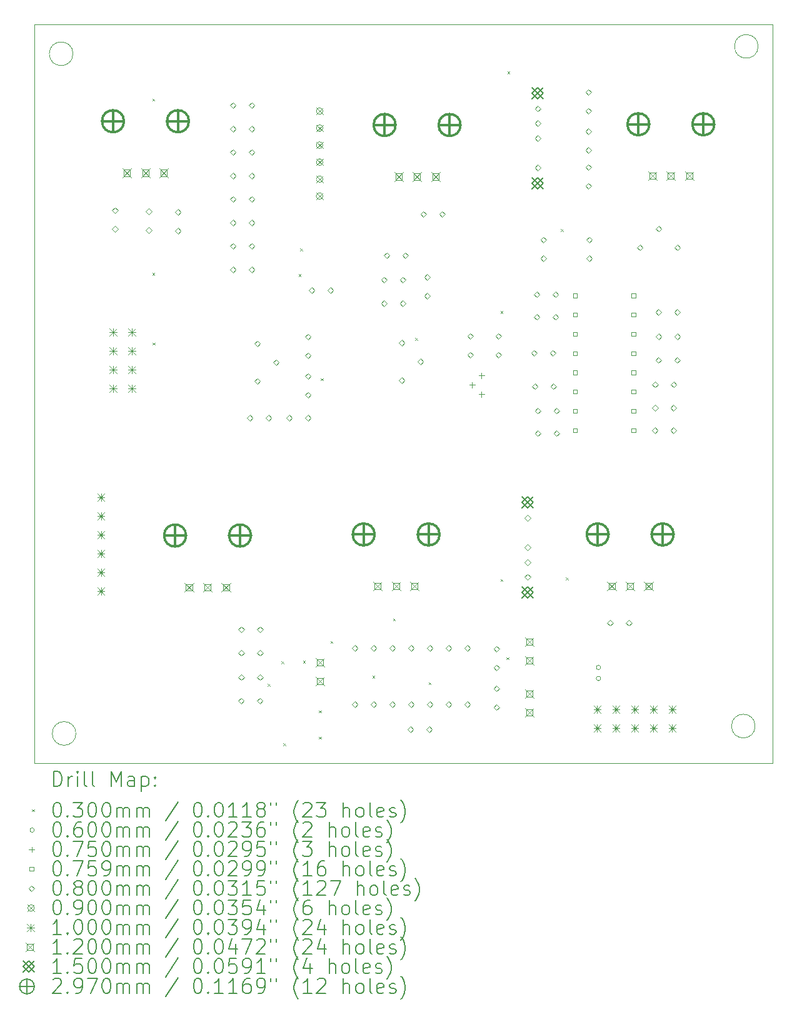
<source format=gbr>
%TF.GenerationSoftware,KiCad,Pcbnew,8.0.8*%
%TF.CreationDate,2025-06-29T12:55:09+09:00*%
%TF.ProjectId,VCOSeparate,56434f53-6570-4617-9261-74652e6b6963,rev?*%
%TF.SameCoordinates,Original*%
%TF.FileFunction,Drillmap*%
%TF.FilePolarity,Positive*%
%FSLAX45Y45*%
G04 Gerber Fmt 4.5, Leading zero omitted, Abs format (unit mm)*
G04 Created by KiCad (PCBNEW 8.0.8) date 2025-06-29 12:55:09*
%MOMM*%
%LPD*%
G01*
G04 APERTURE LIST*
%ADD10C,0.050000*%
%ADD11C,0.200000*%
%ADD12C,0.100000*%
%ADD13C,0.120000*%
%ADD14C,0.150000*%
%ADD15C,0.297000*%
G04 APERTURE END LIST*
D10*
X14000000Y-5100000D02*
X24000000Y-5100000D01*
X24000000Y-15100000D01*
X14000000Y-15100000D01*
X14000000Y-5100000D01*
X14520000Y-5500000D02*
G75*
G02*
X14200000Y-5500000I-160000J0D01*
G01*
X14200000Y-5500000D02*
G75*
G02*
X14520000Y-5500000I160000J0D01*
G01*
X23800000Y-5400000D02*
G75*
G02*
X23480000Y-5400000I-160000J0D01*
G01*
X23480000Y-5400000D02*
G75*
G02*
X23800000Y-5400000I160000J0D01*
G01*
X23760000Y-14600000D02*
G75*
G02*
X23440000Y-14600000I-160000J0D01*
G01*
X23440000Y-14600000D02*
G75*
G02*
X23760000Y-14600000I160000J0D01*
G01*
X14560000Y-14700000D02*
G75*
G02*
X14240000Y-14700000I-160000J0D01*
G01*
X14240000Y-14700000D02*
G75*
G02*
X14560000Y-14700000I160000J0D01*
G01*
D11*
D12*
X15595900Y-6106340D02*
X15625900Y-6136340D01*
X15625900Y-6106340D02*
X15595900Y-6136340D01*
X15595900Y-8464020D02*
X15625900Y-8494020D01*
X15625900Y-8464020D02*
X15595900Y-8494020D01*
X15598800Y-9408250D02*
X15628800Y-9438250D01*
X15628800Y-9408250D02*
X15598800Y-9438250D01*
X17155700Y-14029200D02*
X17185700Y-14059200D01*
X17185700Y-14029200D02*
X17155700Y-14059200D01*
X17346100Y-13725700D02*
X17376100Y-13755700D01*
X17376100Y-13725700D02*
X17346100Y-13755700D01*
X17371300Y-14831300D02*
X17401300Y-14861300D01*
X17401300Y-14831300D02*
X17371300Y-14861300D01*
X17576500Y-8484710D02*
X17606500Y-8514710D01*
X17606500Y-8484710D02*
X17576500Y-8514710D01*
X17596600Y-8135030D02*
X17626600Y-8165030D01*
X17626600Y-8135030D02*
X17596600Y-8165030D01*
X17638000Y-13713700D02*
X17668000Y-13743700D01*
X17668000Y-13713700D02*
X17638000Y-13743700D01*
X17853900Y-14386800D02*
X17883900Y-14416800D01*
X17883900Y-14386800D02*
X17853900Y-14416800D01*
X17853900Y-14742400D02*
X17883900Y-14772400D01*
X17883900Y-14742400D02*
X17853900Y-14772400D01*
X17876600Y-9892680D02*
X17906600Y-9922680D01*
X17906600Y-9892680D02*
X17876600Y-9922680D01*
X18008900Y-13447000D02*
X18038900Y-13477000D01*
X18038900Y-13447000D02*
X18008900Y-13477000D01*
X18577800Y-13916900D02*
X18607800Y-13946900D01*
X18607800Y-13916900D02*
X18577800Y-13946900D01*
X18857200Y-13142200D02*
X18887200Y-13172200D01*
X18887200Y-13142200D02*
X18857200Y-13172200D01*
X19155300Y-9348150D02*
X19185300Y-9378150D01*
X19185300Y-9348150D02*
X19155300Y-9378150D01*
X19339800Y-14005800D02*
X19369800Y-14035800D01*
X19369800Y-14005800D02*
X19339800Y-14035800D01*
X20311300Y-8982990D02*
X20341300Y-9012990D01*
X20341300Y-8982990D02*
X20311300Y-9012990D01*
X20311300Y-12609400D02*
X20341300Y-12639400D01*
X20341300Y-12609400D02*
X20311300Y-12639400D01*
X20391200Y-13667300D02*
X20421200Y-13697300D01*
X20421200Y-13667300D02*
X20391200Y-13697300D01*
X20406600Y-5738100D02*
X20436600Y-5768100D01*
X20436600Y-5738100D02*
X20406600Y-5768100D01*
X21130500Y-7871700D02*
X21160500Y-7901700D01*
X21160500Y-7871700D02*
X21130500Y-7901700D01*
X21195400Y-12590000D02*
X21225400Y-12620000D01*
X21225400Y-12590000D02*
X21195400Y-12620000D01*
X21667800Y-13805700D02*
G75*
G02*
X21607800Y-13805700I-30000J0D01*
G01*
X21607800Y-13805700D02*
G75*
G02*
X21667800Y-13805700I30000J0D01*
G01*
X21667800Y-13955700D02*
G75*
G02*
X21607800Y-13955700I-30000J0D01*
G01*
X21607800Y-13955700D02*
G75*
G02*
X21667800Y-13955700I30000J0D01*
G01*
X19927500Y-9944700D02*
X19927500Y-10019700D01*
X19890000Y-9982200D02*
X19965000Y-9982200D01*
X20054500Y-9817700D02*
X20054500Y-9892700D01*
X20017000Y-9855200D02*
X20092000Y-9855200D01*
X20054500Y-10071700D02*
X20054500Y-10146700D01*
X20017000Y-10109200D02*
X20092000Y-10109200D01*
X21346935Y-8799525D02*
X21346935Y-8745855D01*
X21293265Y-8745855D01*
X21293265Y-8799525D01*
X21346935Y-8799525D01*
X21346935Y-9059825D02*
X21346935Y-9006155D01*
X21293265Y-9006155D01*
X21293265Y-9059825D01*
X21346935Y-9059825D01*
X21346935Y-9320225D02*
X21346935Y-9266555D01*
X21293265Y-9266555D01*
X21293265Y-9320225D01*
X21346935Y-9320225D01*
X21346935Y-9580525D02*
X21346935Y-9526855D01*
X21293265Y-9526855D01*
X21293265Y-9580525D01*
X21346935Y-9580525D01*
X21346935Y-9840925D02*
X21346935Y-9787255D01*
X21293265Y-9787255D01*
X21293265Y-9840925D01*
X21346935Y-9840925D01*
X21346935Y-10101225D02*
X21346935Y-10047555D01*
X21293265Y-10047555D01*
X21293265Y-10101225D01*
X21346935Y-10101225D01*
X21346935Y-10361625D02*
X21346935Y-10307955D01*
X21293265Y-10307955D01*
X21293265Y-10361625D01*
X21346935Y-10361625D01*
X21346935Y-10621925D02*
X21346935Y-10568255D01*
X21293265Y-10568255D01*
X21293265Y-10621925D01*
X21346935Y-10621925D01*
X22140735Y-8799525D02*
X22140735Y-8745855D01*
X22087065Y-8745855D01*
X22087065Y-8799525D01*
X22140735Y-8799525D01*
X22140735Y-9059825D02*
X22140735Y-9006155D01*
X22087065Y-9006155D01*
X22087065Y-9059825D01*
X22140735Y-9059825D01*
X22140735Y-9320225D02*
X22140735Y-9266555D01*
X22087065Y-9266555D01*
X22087065Y-9320225D01*
X22140735Y-9320225D01*
X22140735Y-9580525D02*
X22140735Y-9526855D01*
X22087065Y-9526855D01*
X22087065Y-9580525D01*
X22140735Y-9580525D01*
X22140735Y-9840925D02*
X22140735Y-9787255D01*
X22087065Y-9787255D01*
X22087065Y-9840925D01*
X22140735Y-9840925D01*
X22140735Y-10101225D02*
X22140735Y-10047555D01*
X22087065Y-10047555D01*
X22087065Y-10101225D01*
X22140735Y-10101225D01*
X22140735Y-10361625D02*
X22140735Y-10307955D01*
X22087065Y-10307955D01*
X22087065Y-10361625D01*
X22140735Y-10361625D01*
X22140735Y-10621925D02*
X22140735Y-10568255D01*
X22087065Y-10568255D01*
X22087065Y-10621925D01*
X22140735Y-10621925D01*
X15091300Y-7660000D02*
X15131300Y-7620000D01*
X15091300Y-7580000D01*
X15051300Y-7620000D01*
X15091300Y-7660000D01*
X15091300Y-7910000D02*
X15131300Y-7870000D01*
X15091300Y-7830000D01*
X15051300Y-7870000D01*
X15091300Y-7910000D01*
X15548500Y-7672700D02*
X15588500Y-7632700D01*
X15548500Y-7592700D01*
X15508500Y-7632700D01*
X15548500Y-7672700D01*
X15548500Y-7926700D02*
X15588500Y-7886700D01*
X15548500Y-7846700D01*
X15508500Y-7886700D01*
X15548500Y-7926700D01*
X15942200Y-7682500D02*
X15982200Y-7642500D01*
X15942200Y-7602500D01*
X15902200Y-7642500D01*
X15942200Y-7682500D01*
X15942200Y-7936500D02*
X15982200Y-7896500D01*
X15942200Y-7856500D01*
X15902200Y-7896500D01*
X15942200Y-7936500D01*
X16687800Y-6237600D02*
X16727800Y-6197600D01*
X16687800Y-6157600D01*
X16647800Y-6197600D01*
X16687800Y-6237600D01*
X16687800Y-6555100D02*
X16727800Y-6515100D01*
X16687800Y-6475100D01*
X16647800Y-6515100D01*
X16687800Y-6555100D01*
X16687800Y-6872600D02*
X16727800Y-6832600D01*
X16687800Y-6792600D01*
X16647800Y-6832600D01*
X16687800Y-6872600D01*
X16687800Y-7190100D02*
X16727800Y-7150100D01*
X16687800Y-7110100D01*
X16647800Y-7150100D01*
X16687800Y-7190100D01*
X16687800Y-7507600D02*
X16727800Y-7467600D01*
X16687800Y-7427600D01*
X16647800Y-7467600D01*
X16687800Y-7507600D01*
X16687800Y-7825100D02*
X16727800Y-7785100D01*
X16687800Y-7745100D01*
X16647800Y-7785100D01*
X16687800Y-7825100D01*
X16687800Y-8142600D02*
X16727800Y-8102600D01*
X16687800Y-8062600D01*
X16647800Y-8102600D01*
X16687800Y-8142600D01*
X16687800Y-8460100D02*
X16727800Y-8420100D01*
X16687800Y-8380100D01*
X16647800Y-8420100D01*
X16687800Y-8460100D01*
X16796300Y-14297400D02*
X16836300Y-14257400D01*
X16796300Y-14217400D01*
X16756300Y-14257400D01*
X16796300Y-14297400D01*
X16799200Y-13332200D02*
X16839200Y-13292200D01*
X16799200Y-13252200D01*
X16759200Y-13292200D01*
X16799200Y-13332200D01*
X16799200Y-13649700D02*
X16839200Y-13609700D01*
X16799200Y-13569700D01*
X16759200Y-13609700D01*
X16799200Y-13649700D01*
X16799200Y-13979900D02*
X16839200Y-13939900D01*
X16799200Y-13899900D01*
X16759200Y-13939900D01*
X16799200Y-13979900D01*
X16916400Y-10466700D02*
X16956400Y-10426700D01*
X16916400Y-10386700D01*
X16876400Y-10426700D01*
X16916400Y-10466700D01*
X16941800Y-6237600D02*
X16981800Y-6197600D01*
X16941800Y-6157600D01*
X16901800Y-6197600D01*
X16941800Y-6237600D01*
X16941800Y-6555100D02*
X16981800Y-6515100D01*
X16941800Y-6475100D01*
X16901800Y-6515100D01*
X16941800Y-6555100D01*
X16941800Y-6872600D02*
X16981800Y-6832600D01*
X16941800Y-6792600D01*
X16901800Y-6832600D01*
X16941800Y-6872600D01*
X16941800Y-7190100D02*
X16981800Y-7150100D01*
X16941800Y-7110100D01*
X16901800Y-7150100D01*
X16941800Y-7190100D01*
X16941800Y-7507600D02*
X16981800Y-7467600D01*
X16941800Y-7427600D01*
X16901800Y-7467600D01*
X16941800Y-7507600D01*
X16941800Y-7825100D02*
X16981800Y-7785100D01*
X16941800Y-7745100D01*
X16901800Y-7785100D01*
X16941800Y-7825100D01*
X16941800Y-8142600D02*
X16981800Y-8102600D01*
X16941800Y-8062600D01*
X16901800Y-8102600D01*
X16941800Y-8142600D01*
X16941800Y-8460100D02*
X16981800Y-8420100D01*
X16941800Y-8380100D01*
X16901800Y-8420100D01*
X16941800Y-8460100D01*
X17018000Y-9463400D02*
X17058000Y-9423400D01*
X17018000Y-9383400D01*
X16978000Y-9423400D01*
X17018000Y-9463400D01*
X17018000Y-9971400D02*
X17058000Y-9931400D01*
X17018000Y-9891400D01*
X16978000Y-9931400D01*
X17018000Y-9971400D01*
X17050300Y-14297400D02*
X17090300Y-14257400D01*
X17050300Y-14217400D01*
X17010300Y-14257400D01*
X17050300Y-14297400D01*
X17053200Y-13332200D02*
X17093200Y-13292200D01*
X17053200Y-13252200D01*
X17013200Y-13292200D01*
X17053200Y-13332200D01*
X17053200Y-13649700D02*
X17093200Y-13609700D01*
X17053200Y-13569700D01*
X17013200Y-13609700D01*
X17053200Y-13649700D01*
X17053200Y-13979900D02*
X17093200Y-13939900D01*
X17053200Y-13899900D01*
X17013200Y-13939900D01*
X17053200Y-13979900D01*
X17170400Y-10466700D02*
X17210400Y-10426700D01*
X17170400Y-10386700D01*
X17130400Y-10426700D01*
X17170400Y-10466700D01*
X17272000Y-9717400D02*
X17312000Y-9677400D01*
X17272000Y-9637400D01*
X17232000Y-9677400D01*
X17272000Y-9717400D01*
X17449800Y-10466700D02*
X17489800Y-10426700D01*
X17449800Y-10386700D01*
X17409800Y-10426700D01*
X17449800Y-10466700D01*
X17702300Y-9371600D02*
X17742300Y-9331600D01*
X17702300Y-9291600D01*
X17662300Y-9331600D01*
X17702300Y-9371600D01*
X17702300Y-9625600D02*
X17742300Y-9585600D01*
X17702300Y-9545600D01*
X17662300Y-9585600D01*
X17702300Y-9625600D01*
X17702300Y-9905000D02*
X17742300Y-9865000D01*
X17702300Y-9825000D01*
X17662300Y-9865000D01*
X17702300Y-9905000D01*
X17702300Y-10159000D02*
X17742300Y-10119000D01*
X17702300Y-10079000D01*
X17662300Y-10119000D01*
X17702300Y-10159000D01*
X17703800Y-10466700D02*
X17743800Y-10426700D01*
X17703800Y-10386700D01*
X17663800Y-10426700D01*
X17703800Y-10466700D01*
X17754600Y-8739500D02*
X17794600Y-8699500D01*
X17754600Y-8659500D01*
X17714600Y-8699500D01*
X17754600Y-8739500D01*
X18008600Y-8739500D02*
X18048600Y-8699500D01*
X18008600Y-8659500D01*
X17968600Y-8699500D01*
X18008600Y-8739500D01*
X18338800Y-13584700D02*
X18378800Y-13544700D01*
X18338800Y-13504700D01*
X18298800Y-13544700D01*
X18338800Y-13584700D01*
X18338800Y-14346700D02*
X18378800Y-14306700D01*
X18338800Y-14266700D01*
X18298800Y-14306700D01*
X18338800Y-14346700D01*
X18592800Y-13584700D02*
X18632800Y-13544700D01*
X18592800Y-13504700D01*
X18552800Y-13544700D01*
X18592800Y-13584700D01*
X18592800Y-14346700D02*
X18632800Y-14306700D01*
X18592800Y-14266700D01*
X18552800Y-14306700D01*
X18592800Y-14346700D01*
X18732500Y-8599800D02*
X18772500Y-8559800D01*
X18732500Y-8519800D01*
X18692500Y-8559800D01*
X18732500Y-8599800D01*
X18733000Y-8920300D02*
X18773000Y-8880300D01*
X18733000Y-8840300D01*
X18693000Y-8880300D01*
X18733000Y-8920300D01*
X18770600Y-8269600D02*
X18810600Y-8229600D01*
X18770600Y-8189600D01*
X18730600Y-8229600D01*
X18770600Y-8269600D01*
X18846800Y-13584700D02*
X18886800Y-13544700D01*
X18846800Y-13504700D01*
X18806800Y-13544700D01*
X18846800Y-13584700D01*
X18846800Y-14346700D02*
X18886800Y-14306700D01*
X18846800Y-14266700D01*
X18806800Y-14306700D01*
X18846800Y-14346700D01*
X18973800Y-9450700D02*
X19013800Y-9410700D01*
X18973800Y-9370700D01*
X18933800Y-9410700D01*
X18973800Y-9450700D01*
X18973800Y-9958700D02*
X19013800Y-9918700D01*
X18973800Y-9878700D01*
X18933800Y-9918700D01*
X18973800Y-9958700D01*
X18986500Y-8599800D02*
X19026500Y-8559800D01*
X18986500Y-8519800D01*
X18946500Y-8559800D01*
X18986500Y-8599800D01*
X18987000Y-8920300D02*
X19027000Y-8880300D01*
X18987000Y-8840300D01*
X18947000Y-8880300D01*
X18987000Y-8920300D01*
X19020600Y-8269600D02*
X19060600Y-8229600D01*
X19020600Y-8189600D01*
X18980600Y-8229600D01*
X19020600Y-8269600D01*
X19091000Y-14683100D02*
X19131000Y-14643100D01*
X19091000Y-14603100D01*
X19051000Y-14643100D01*
X19091000Y-14683100D01*
X19100800Y-13584700D02*
X19140800Y-13544700D01*
X19100800Y-13504700D01*
X19060800Y-13544700D01*
X19100800Y-13584700D01*
X19100800Y-14346700D02*
X19140800Y-14306700D01*
X19100800Y-14266700D01*
X19060800Y-14306700D01*
X19100800Y-14346700D01*
X19227800Y-9704700D02*
X19267800Y-9664700D01*
X19227800Y-9624700D01*
X19187800Y-9664700D01*
X19227800Y-9704700D01*
X19265900Y-7710800D02*
X19305900Y-7670800D01*
X19265900Y-7630800D01*
X19225900Y-7670800D01*
X19265900Y-7710800D01*
X19316700Y-8561700D02*
X19356700Y-8521700D01*
X19316700Y-8481700D01*
X19276700Y-8521700D01*
X19316700Y-8561700D01*
X19316700Y-8815700D02*
X19356700Y-8775700D01*
X19316700Y-8735700D01*
X19276700Y-8775700D01*
X19316700Y-8815700D01*
X19345000Y-14683100D02*
X19385000Y-14643100D01*
X19345000Y-14603100D01*
X19305000Y-14643100D01*
X19345000Y-14683100D01*
X19354800Y-13584700D02*
X19394800Y-13544700D01*
X19354800Y-13504700D01*
X19314800Y-13544700D01*
X19354800Y-13584700D01*
X19354800Y-14346700D02*
X19394800Y-14306700D01*
X19354800Y-14266700D01*
X19314800Y-14306700D01*
X19354800Y-14346700D01*
X19519900Y-7710800D02*
X19559900Y-7670800D01*
X19519900Y-7630800D01*
X19479900Y-7670800D01*
X19519900Y-7710800D01*
X19608800Y-13584700D02*
X19648800Y-13544700D01*
X19608800Y-13504700D01*
X19568800Y-13544700D01*
X19608800Y-13584700D01*
X19608800Y-14346700D02*
X19648800Y-14306700D01*
X19608800Y-14266700D01*
X19568800Y-14306700D01*
X19608800Y-14346700D01*
X19862800Y-13584700D02*
X19902800Y-13544700D01*
X19862800Y-13504700D01*
X19822800Y-13544700D01*
X19862800Y-13584700D01*
X19862800Y-14346700D02*
X19902800Y-14306700D01*
X19862800Y-14266700D01*
X19822800Y-14306700D01*
X19862800Y-14346700D01*
X19900900Y-9361800D02*
X19940900Y-9321800D01*
X19900900Y-9281800D01*
X19860900Y-9321800D01*
X19900900Y-9361800D01*
X19900900Y-9615800D02*
X19940900Y-9575800D01*
X19900900Y-9535800D01*
X19860900Y-9575800D01*
X19900900Y-9615800D01*
X20256500Y-13596000D02*
X20296500Y-13556000D01*
X20256500Y-13516000D01*
X20216500Y-13556000D01*
X20256500Y-13596000D01*
X20256500Y-13850000D02*
X20296500Y-13810000D01*
X20256500Y-13770000D01*
X20216500Y-13810000D01*
X20256500Y-13850000D01*
X20256500Y-14132300D02*
X20296500Y-14092300D01*
X20256500Y-14052300D01*
X20216500Y-14092300D01*
X20256500Y-14132300D01*
X20256500Y-14386300D02*
X20296500Y-14346300D01*
X20256500Y-14306300D01*
X20216500Y-14346300D01*
X20256500Y-14386300D01*
X20281900Y-9361800D02*
X20321900Y-9321800D01*
X20281900Y-9281800D01*
X20241900Y-9321800D01*
X20281900Y-9361800D01*
X20281900Y-9615800D02*
X20321900Y-9575800D01*
X20281900Y-9535800D01*
X20241900Y-9575800D01*
X20281900Y-9615800D01*
X20678500Y-11822600D02*
X20718500Y-11782600D01*
X20678500Y-11742600D01*
X20638500Y-11782600D01*
X20678500Y-11822600D01*
X20678500Y-12222600D02*
X20718500Y-12182600D01*
X20678500Y-12142600D01*
X20638500Y-12182600D01*
X20678500Y-12222600D01*
X20678500Y-12422600D02*
X20718500Y-12382600D01*
X20678500Y-12342600D01*
X20638500Y-12382600D01*
X20678500Y-12422600D01*
X20678500Y-12622600D02*
X20718500Y-12582600D01*
X20678500Y-12542600D01*
X20638500Y-12582600D01*
X20678500Y-12622600D01*
X20764500Y-9590400D02*
X20804500Y-9550400D01*
X20764500Y-9510400D01*
X20724500Y-9550400D01*
X20764500Y-9590400D01*
X20777200Y-10041390D02*
X20817200Y-10001390D01*
X20777200Y-9961390D01*
X20737200Y-10001390D01*
X20777200Y-10041390D01*
X20802600Y-8796790D02*
X20842600Y-8756790D01*
X20802600Y-8716790D01*
X20762600Y-8756790D01*
X20802600Y-8796790D01*
X20802600Y-9101590D02*
X20842600Y-9061590D01*
X20802600Y-9021590D01*
X20762600Y-9061590D01*
X20802600Y-9101590D01*
X20815300Y-6281700D02*
X20855300Y-6241700D01*
X20815300Y-6201700D01*
X20775300Y-6241700D01*
X20815300Y-6281700D01*
X20815300Y-6481700D02*
X20855300Y-6441700D01*
X20815300Y-6401700D01*
X20775300Y-6441700D01*
X20815300Y-6481700D01*
X20815300Y-6681700D02*
X20855300Y-6641700D01*
X20815300Y-6601700D01*
X20775300Y-6641700D01*
X20815300Y-6681700D01*
X20815300Y-7081700D02*
X20855300Y-7041700D01*
X20815300Y-7001700D01*
X20775300Y-7041700D01*
X20815300Y-7081700D01*
X20815300Y-10371590D02*
X20855300Y-10331590D01*
X20815300Y-10291590D01*
X20775300Y-10331590D01*
X20815300Y-10371590D01*
X20815300Y-10676390D02*
X20855300Y-10636390D01*
X20815300Y-10596390D01*
X20775300Y-10636390D01*
X20815300Y-10676390D01*
X20891500Y-8057700D02*
X20931500Y-8017700D01*
X20891500Y-7977700D01*
X20851500Y-8017700D01*
X20891500Y-8057700D01*
X20891500Y-8307700D02*
X20931500Y-8267700D01*
X20891500Y-8227700D01*
X20851500Y-8267700D01*
X20891500Y-8307700D01*
X21018500Y-9590400D02*
X21058500Y-9550400D01*
X21018500Y-9510400D01*
X20978500Y-9550400D01*
X21018500Y-9590400D01*
X21027200Y-10041390D02*
X21067200Y-10001390D01*
X21027200Y-9961390D01*
X20987200Y-10001390D01*
X21027200Y-10041390D01*
X21056600Y-8796790D02*
X21096600Y-8756790D01*
X21056600Y-8716790D01*
X21016600Y-8756790D01*
X21056600Y-8796790D01*
X21056600Y-9101590D02*
X21096600Y-9061590D01*
X21056600Y-9021590D01*
X21016600Y-9061590D01*
X21056600Y-9101590D01*
X21069300Y-10371590D02*
X21109300Y-10331590D01*
X21069300Y-10291590D01*
X21029300Y-10331590D01*
X21069300Y-10371590D01*
X21069300Y-10676390D02*
X21109300Y-10636390D01*
X21069300Y-10596390D01*
X21029300Y-10636390D01*
X21069300Y-10676390D01*
X21501100Y-6059800D02*
X21541100Y-6019800D01*
X21501100Y-5979800D01*
X21461100Y-6019800D01*
X21501100Y-6059800D01*
X21501100Y-6313800D02*
X21541100Y-6273800D01*
X21501100Y-6233800D01*
X21461100Y-6273800D01*
X21501100Y-6313800D01*
X21501100Y-6590300D02*
X21541100Y-6550300D01*
X21501100Y-6510300D01*
X21461100Y-6550300D01*
X21501100Y-6590300D01*
X21501100Y-6844300D02*
X21541100Y-6804300D01*
X21501100Y-6764300D01*
X21461100Y-6804300D01*
X21501100Y-6844300D01*
X21501100Y-7075800D02*
X21541100Y-7035800D01*
X21501100Y-6995800D01*
X21461100Y-7035800D01*
X21501100Y-7075800D01*
X21501100Y-7329800D02*
X21541100Y-7289800D01*
X21501100Y-7249800D01*
X21461100Y-7289800D01*
X21501100Y-7329800D01*
X21513800Y-8057700D02*
X21553800Y-8017700D01*
X21513800Y-7977700D01*
X21473800Y-8017700D01*
X21513800Y-8057700D01*
X21513800Y-8307700D02*
X21553800Y-8267700D01*
X21513800Y-8227700D01*
X21473800Y-8267700D01*
X21513800Y-8307700D01*
X21796100Y-13241800D02*
X21836100Y-13201800D01*
X21796100Y-13161800D01*
X21756100Y-13201800D01*
X21796100Y-13241800D01*
X22050100Y-13241800D02*
X22090100Y-13201800D01*
X22050100Y-13161800D01*
X22010100Y-13201800D01*
X22050100Y-13241800D01*
X22199600Y-8161790D02*
X22239600Y-8121790D01*
X22199600Y-8081790D01*
X22159600Y-8121790D01*
X22199600Y-8161790D01*
X22402800Y-10638290D02*
X22442800Y-10598290D01*
X22402800Y-10558290D01*
X22362800Y-10598290D01*
X22402800Y-10638290D01*
X22404800Y-10333490D02*
X22444800Y-10293490D01*
X22404800Y-10253490D01*
X22364800Y-10293490D01*
X22404800Y-10333490D01*
X22406800Y-10015990D02*
X22446800Y-9975990D01*
X22406800Y-9935990D01*
X22366800Y-9975990D01*
X22406800Y-10015990D01*
X22450700Y-9038090D02*
X22490700Y-8998090D01*
X22450700Y-8958090D01*
X22410700Y-8998090D01*
X22450700Y-9038090D01*
X22450700Y-9685790D02*
X22490700Y-9645790D01*
X22450700Y-9605790D01*
X22410700Y-9645790D01*
X22450700Y-9685790D01*
X22453600Y-7907790D02*
X22493600Y-7867790D01*
X22453600Y-7827790D01*
X22413600Y-7867790D01*
X22453600Y-7907790D01*
X22453600Y-9368290D02*
X22493600Y-9328290D01*
X22453600Y-9288290D01*
X22413600Y-9328290D01*
X22453600Y-9368290D01*
X22652800Y-10638290D02*
X22692800Y-10598290D01*
X22652800Y-10558290D01*
X22612800Y-10598290D01*
X22652800Y-10638290D01*
X22654800Y-10333490D02*
X22694800Y-10293490D01*
X22654800Y-10253490D01*
X22614800Y-10293490D01*
X22654800Y-10333490D01*
X22656800Y-10015990D02*
X22696800Y-9975990D01*
X22656800Y-9935990D01*
X22616800Y-9975990D01*
X22656800Y-10015990D01*
X22704700Y-9038090D02*
X22744700Y-8998090D01*
X22704700Y-8958090D01*
X22664700Y-8998090D01*
X22704700Y-9038090D01*
X22704700Y-9685790D02*
X22744700Y-9645790D01*
X22704700Y-9605790D01*
X22664700Y-9645790D01*
X22704700Y-9685790D01*
X22707600Y-8161790D02*
X22747600Y-8121790D01*
X22707600Y-8081790D01*
X22667600Y-8121790D01*
X22707600Y-8161790D01*
X22707600Y-9368290D02*
X22747600Y-9328290D01*
X22707600Y-9288290D01*
X22667600Y-9328290D01*
X22707600Y-9368290D01*
X17815700Y-6231600D02*
X17905700Y-6321600D01*
X17905700Y-6231600D02*
X17815700Y-6321600D01*
X17905700Y-6276600D02*
G75*
G02*
X17815700Y-6276600I-45000J0D01*
G01*
X17815700Y-6276600D02*
G75*
G02*
X17905700Y-6276600I45000J0D01*
G01*
X17815700Y-6461600D02*
X17905700Y-6551600D01*
X17905700Y-6461600D02*
X17815700Y-6551600D01*
X17905700Y-6506600D02*
G75*
G02*
X17815700Y-6506600I-45000J0D01*
G01*
X17815700Y-6506600D02*
G75*
G02*
X17905700Y-6506600I45000J0D01*
G01*
X17815700Y-6691600D02*
X17905700Y-6781600D01*
X17905700Y-6691600D02*
X17815700Y-6781600D01*
X17905700Y-6736600D02*
G75*
G02*
X17815700Y-6736600I-45000J0D01*
G01*
X17815700Y-6736600D02*
G75*
G02*
X17905700Y-6736600I45000J0D01*
G01*
X17815700Y-6921600D02*
X17905700Y-7011600D01*
X17905700Y-6921600D02*
X17815700Y-7011600D01*
X17905700Y-6966600D02*
G75*
G02*
X17815700Y-6966600I-45000J0D01*
G01*
X17815700Y-6966600D02*
G75*
G02*
X17905700Y-6966600I45000J0D01*
G01*
X17815700Y-7151600D02*
X17905700Y-7241600D01*
X17905700Y-7151600D02*
X17815700Y-7241600D01*
X17905700Y-7196600D02*
G75*
G02*
X17815700Y-7196600I-45000J0D01*
G01*
X17815700Y-7196600D02*
G75*
G02*
X17905700Y-7196600I45000J0D01*
G01*
X17815700Y-7381600D02*
X17905700Y-7471600D01*
X17905700Y-7381600D02*
X17815700Y-7471600D01*
X17905700Y-7426600D02*
G75*
G02*
X17815700Y-7426600I-45000J0D01*
G01*
X17815700Y-7426600D02*
G75*
G02*
X17905700Y-7426600I45000J0D01*
G01*
X14850000Y-11450000D02*
X14950000Y-11550000D01*
X14950000Y-11450000D02*
X14850000Y-11550000D01*
X14900000Y-11450000D02*
X14900000Y-11550000D01*
X14850000Y-11500000D02*
X14950000Y-11500000D01*
X14850000Y-11704000D02*
X14950000Y-11804000D01*
X14950000Y-11704000D02*
X14850000Y-11804000D01*
X14900000Y-11704000D02*
X14900000Y-11804000D01*
X14850000Y-11754000D02*
X14950000Y-11754000D01*
X14850000Y-11958000D02*
X14950000Y-12058000D01*
X14950000Y-11958000D02*
X14850000Y-12058000D01*
X14900000Y-11958000D02*
X14900000Y-12058000D01*
X14850000Y-12008000D02*
X14950000Y-12008000D01*
X14850000Y-12212000D02*
X14950000Y-12312000D01*
X14950000Y-12212000D02*
X14850000Y-12312000D01*
X14900000Y-12212000D02*
X14900000Y-12312000D01*
X14850000Y-12262000D02*
X14950000Y-12262000D01*
X14850000Y-12466000D02*
X14950000Y-12566000D01*
X14950000Y-12466000D02*
X14850000Y-12566000D01*
X14900000Y-12466000D02*
X14900000Y-12566000D01*
X14850000Y-12516000D02*
X14950000Y-12516000D01*
X14850000Y-12720000D02*
X14950000Y-12820000D01*
X14950000Y-12720000D02*
X14850000Y-12820000D01*
X14900000Y-12720000D02*
X14900000Y-12820000D01*
X14850000Y-12770000D02*
X14950000Y-12770000D01*
X15012200Y-9221000D02*
X15112200Y-9321000D01*
X15112200Y-9221000D02*
X15012200Y-9321000D01*
X15062200Y-9221000D02*
X15062200Y-9321000D01*
X15012200Y-9271000D02*
X15112200Y-9271000D01*
X15012200Y-9475000D02*
X15112200Y-9575000D01*
X15112200Y-9475000D02*
X15012200Y-9575000D01*
X15062200Y-9475000D02*
X15062200Y-9575000D01*
X15012200Y-9525000D02*
X15112200Y-9525000D01*
X15012200Y-9729000D02*
X15112200Y-9829000D01*
X15112200Y-9729000D02*
X15012200Y-9829000D01*
X15062200Y-9729000D02*
X15062200Y-9829000D01*
X15012200Y-9779000D02*
X15112200Y-9779000D01*
X15012200Y-9983000D02*
X15112200Y-10083000D01*
X15112200Y-9983000D02*
X15012200Y-10083000D01*
X15062200Y-9983000D02*
X15062200Y-10083000D01*
X15012200Y-10033000D02*
X15112200Y-10033000D01*
X15266200Y-9221000D02*
X15366200Y-9321000D01*
X15366200Y-9221000D02*
X15266200Y-9321000D01*
X15316200Y-9221000D02*
X15316200Y-9321000D01*
X15266200Y-9271000D02*
X15366200Y-9271000D01*
X15266200Y-9475000D02*
X15366200Y-9575000D01*
X15366200Y-9475000D02*
X15266200Y-9575000D01*
X15316200Y-9475000D02*
X15316200Y-9575000D01*
X15266200Y-9525000D02*
X15366200Y-9525000D01*
X15266200Y-9729000D02*
X15366200Y-9829000D01*
X15366200Y-9729000D02*
X15266200Y-9829000D01*
X15316200Y-9729000D02*
X15316200Y-9829000D01*
X15266200Y-9779000D02*
X15366200Y-9779000D01*
X15266200Y-9983000D02*
X15366200Y-10083000D01*
X15366200Y-9983000D02*
X15266200Y-10083000D01*
X15316200Y-9983000D02*
X15316200Y-10083000D01*
X15266200Y-10033000D02*
X15366200Y-10033000D01*
X21571800Y-14320200D02*
X21671800Y-14420200D01*
X21671800Y-14320200D02*
X21571800Y-14420200D01*
X21621800Y-14320200D02*
X21621800Y-14420200D01*
X21571800Y-14370200D02*
X21671800Y-14370200D01*
X21571800Y-14574200D02*
X21671800Y-14674200D01*
X21671800Y-14574200D02*
X21571800Y-14674200D01*
X21621800Y-14574200D02*
X21621800Y-14674200D01*
X21571800Y-14624200D02*
X21671800Y-14624200D01*
X21825800Y-14320200D02*
X21925800Y-14420200D01*
X21925800Y-14320200D02*
X21825800Y-14420200D01*
X21875800Y-14320200D02*
X21875800Y-14420200D01*
X21825800Y-14370200D02*
X21925800Y-14370200D01*
X21825800Y-14574200D02*
X21925800Y-14674200D01*
X21925800Y-14574200D02*
X21825800Y-14674200D01*
X21875800Y-14574200D02*
X21875800Y-14674200D01*
X21825800Y-14624200D02*
X21925800Y-14624200D01*
X22079800Y-14320200D02*
X22179800Y-14420200D01*
X22179800Y-14320200D02*
X22079800Y-14420200D01*
X22129800Y-14320200D02*
X22129800Y-14420200D01*
X22079800Y-14370200D02*
X22179800Y-14370200D01*
X22079800Y-14574200D02*
X22179800Y-14674200D01*
X22179800Y-14574200D02*
X22079800Y-14674200D01*
X22129800Y-14574200D02*
X22129800Y-14674200D01*
X22079800Y-14624200D02*
X22179800Y-14624200D01*
X22333800Y-14320200D02*
X22433800Y-14420200D01*
X22433800Y-14320200D02*
X22333800Y-14420200D01*
X22383800Y-14320200D02*
X22383800Y-14420200D01*
X22333800Y-14370200D02*
X22433800Y-14370200D01*
X22333800Y-14574200D02*
X22433800Y-14674200D01*
X22433800Y-14574200D02*
X22333800Y-14674200D01*
X22383800Y-14574200D02*
X22383800Y-14674200D01*
X22333800Y-14624200D02*
X22433800Y-14624200D01*
X22587800Y-14320200D02*
X22687800Y-14420200D01*
X22687800Y-14320200D02*
X22587800Y-14420200D01*
X22637800Y-14320200D02*
X22637800Y-14420200D01*
X22587800Y-14370200D02*
X22687800Y-14370200D01*
X22587800Y-14574200D02*
X22687800Y-14674200D01*
X22687800Y-14574200D02*
X22587800Y-14674200D01*
X22637800Y-14574200D02*
X22637800Y-14674200D01*
X22587800Y-14624200D02*
X22687800Y-14624200D01*
D13*
X15192200Y-7053500D02*
X15312200Y-7173500D01*
X15312200Y-7053500D02*
X15192200Y-7173500D01*
X15294627Y-7155927D02*
X15294627Y-7071073D01*
X15209773Y-7071073D01*
X15209773Y-7155927D01*
X15294627Y-7155927D01*
X15442200Y-7053500D02*
X15562200Y-7173500D01*
X15562200Y-7053500D02*
X15442200Y-7173500D01*
X15544627Y-7155927D02*
X15544627Y-7071073D01*
X15459773Y-7071073D01*
X15459773Y-7155927D01*
X15544627Y-7155927D01*
X15692200Y-7053500D02*
X15812200Y-7173500D01*
X15812200Y-7053500D02*
X15692200Y-7173500D01*
X15794627Y-7155927D02*
X15794627Y-7071073D01*
X15709773Y-7071073D01*
X15709773Y-7155927D01*
X15794627Y-7155927D01*
X16033300Y-12660700D02*
X16153300Y-12780700D01*
X16153300Y-12660700D02*
X16033300Y-12780700D01*
X16135727Y-12763127D02*
X16135727Y-12678273D01*
X16050873Y-12678273D01*
X16050873Y-12763127D01*
X16135727Y-12763127D01*
X16283300Y-12660700D02*
X16403300Y-12780700D01*
X16403300Y-12660700D02*
X16283300Y-12780700D01*
X16385727Y-12763127D02*
X16385727Y-12678273D01*
X16300873Y-12678273D01*
X16300873Y-12763127D01*
X16385727Y-12763127D01*
X16533300Y-12660700D02*
X16653300Y-12780700D01*
X16653300Y-12660700D02*
X16533300Y-12780700D01*
X16635727Y-12763127D02*
X16635727Y-12678273D01*
X16550873Y-12678273D01*
X16550873Y-12763127D01*
X16635727Y-12763127D01*
X17808900Y-13676700D02*
X17928900Y-13796700D01*
X17928900Y-13676700D02*
X17808900Y-13796700D01*
X17911327Y-13779127D02*
X17911327Y-13694273D01*
X17826473Y-13694273D01*
X17826473Y-13779127D01*
X17911327Y-13779127D01*
X17808900Y-13930700D02*
X17928900Y-14050700D01*
X17928900Y-13930700D02*
X17808900Y-14050700D01*
X17911327Y-14033127D02*
X17911327Y-13948273D01*
X17826473Y-13948273D01*
X17826473Y-14033127D01*
X17911327Y-14033127D01*
X18587800Y-12646500D02*
X18707800Y-12766500D01*
X18707800Y-12646500D02*
X18587800Y-12766500D01*
X18690227Y-12748927D02*
X18690227Y-12664073D01*
X18605373Y-12664073D01*
X18605373Y-12748927D01*
X18690227Y-12748927D01*
X18837800Y-12646500D02*
X18957800Y-12766500D01*
X18957800Y-12646500D02*
X18837800Y-12766500D01*
X18940227Y-12748927D02*
X18940227Y-12664073D01*
X18855373Y-12664073D01*
X18855373Y-12748927D01*
X18940227Y-12748927D01*
X18871500Y-7104300D02*
X18991500Y-7224300D01*
X18991500Y-7104300D02*
X18871500Y-7224300D01*
X18973927Y-7206727D02*
X18973927Y-7121873D01*
X18889073Y-7121873D01*
X18889073Y-7206727D01*
X18973927Y-7206727D01*
X19087800Y-12646500D02*
X19207800Y-12766500D01*
X19207800Y-12646500D02*
X19087800Y-12766500D01*
X19190227Y-12748927D02*
X19190227Y-12664073D01*
X19105373Y-12664073D01*
X19105373Y-12748927D01*
X19190227Y-12748927D01*
X19121500Y-7104300D02*
X19241500Y-7224300D01*
X19241500Y-7104300D02*
X19121500Y-7224300D01*
X19223927Y-7206727D02*
X19223927Y-7121873D01*
X19139073Y-7121873D01*
X19139073Y-7206727D01*
X19223927Y-7206727D01*
X19371500Y-7104300D02*
X19491500Y-7224300D01*
X19491500Y-7104300D02*
X19371500Y-7224300D01*
X19473927Y-7206727D02*
X19473927Y-7121873D01*
X19389073Y-7121873D01*
X19389073Y-7206727D01*
X19473927Y-7206727D01*
X20641000Y-13397300D02*
X20761000Y-13517300D01*
X20761000Y-13397300D02*
X20641000Y-13517300D01*
X20743427Y-13499727D02*
X20743427Y-13414873D01*
X20658573Y-13414873D01*
X20658573Y-13499727D01*
X20743427Y-13499727D01*
X20641000Y-13651300D02*
X20761000Y-13771300D01*
X20761000Y-13651300D02*
X20641000Y-13771300D01*
X20743427Y-13753727D02*
X20743427Y-13668873D01*
X20658573Y-13668873D01*
X20658573Y-13753727D01*
X20743427Y-13753727D01*
X20641000Y-14104400D02*
X20761000Y-14224400D01*
X20761000Y-14104400D02*
X20641000Y-14224400D01*
X20743427Y-14206827D02*
X20743427Y-14121973D01*
X20658573Y-14121973D01*
X20658573Y-14206827D01*
X20743427Y-14206827D01*
X20641000Y-14358400D02*
X20761000Y-14478400D01*
X20761000Y-14358400D02*
X20641000Y-14478400D01*
X20743427Y-14460827D02*
X20743427Y-14375973D01*
X20658573Y-14375973D01*
X20658573Y-14460827D01*
X20743427Y-14460827D01*
X21756800Y-12646500D02*
X21876800Y-12766500D01*
X21876800Y-12646500D02*
X21756800Y-12766500D01*
X21859227Y-12748927D02*
X21859227Y-12664073D01*
X21774373Y-12664073D01*
X21774373Y-12748927D01*
X21859227Y-12748927D01*
X22006800Y-12646500D02*
X22126800Y-12766500D01*
X22126800Y-12646500D02*
X22006800Y-12766500D01*
X22109227Y-12748927D02*
X22109227Y-12664073D01*
X22024373Y-12664073D01*
X22024373Y-12748927D01*
X22109227Y-12748927D01*
X22256800Y-12646500D02*
X22376800Y-12766500D01*
X22376800Y-12646500D02*
X22256800Y-12766500D01*
X22359227Y-12748927D02*
X22359227Y-12664073D01*
X22274373Y-12664073D01*
X22274373Y-12748927D01*
X22359227Y-12748927D01*
X22308700Y-7094400D02*
X22428700Y-7214400D01*
X22428700Y-7094400D02*
X22308700Y-7214400D01*
X22411127Y-7196827D02*
X22411127Y-7111973D01*
X22326273Y-7111973D01*
X22326273Y-7196827D01*
X22411127Y-7196827D01*
X22558700Y-7094400D02*
X22678700Y-7214400D01*
X22678700Y-7094400D02*
X22558700Y-7214400D01*
X22661127Y-7196827D02*
X22661127Y-7111973D01*
X22576273Y-7111973D01*
X22576273Y-7196827D01*
X22661127Y-7196827D01*
X22808700Y-7094400D02*
X22928700Y-7214400D01*
X22928700Y-7094400D02*
X22808700Y-7214400D01*
X22911127Y-7196827D02*
X22911127Y-7111973D01*
X22826273Y-7111973D01*
X22826273Y-7196827D01*
X22911127Y-7196827D01*
D14*
X20603500Y-11497600D02*
X20753500Y-11647600D01*
X20753500Y-11497600D02*
X20603500Y-11647600D01*
X20678500Y-11647600D02*
X20753500Y-11572600D01*
X20678500Y-11497600D01*
X20603500Y-11572600D01*
X20678500Y-11647600D01*
X20603500Y-12717600D02*
X20753500Y-12867600D01*
X20753500Y-12717600D02*
X20603500Y-12867600D01*
X20678500Y-12867600D02*
X20753500Y-12792600D01*
X20678500Y-12717600D01*
X20603500Y-12792600D01*
X20678500Y-12867600D01*
X20740300Y-5956700D02*
X20890300Y-6106700D01*
X20890300Y-5956700D02*
X20740300Y-6106700D01*
X20815300Y-6106700D02*
X20890300Y-6031700D01*
X20815300Y-5956700D01*
X20740300Y-6031700D01*
X20815300Y-6106700D01*
X20740300Y-7176700D02*
X20890300Y-7326700D01*
X20890300Y-7176700D02*
X20740300Y-7326700D01*
X20815300Y-7326700D02*
X20890300Y-7251700D01*
X20815300Y-7176700D01*
X20740300Y-7251700D01*
X20815300Y-7326700D01*
D15*
X15062200Y-6265000D02*
X15062200Y-6562000D01*
X14913700Y-6413500D02*
X15210700Y-6413500D01*
X15210700Y-6413500D02*
G75*
G02*
X14913700Y-6413500I-148500J0D01*
G01*
X14913700Y-6413500D02*
G75*
G02*
X15210700Y-6413500I148500J0D01*
G01*
X15903300Y-11872200D02*
X15903300Y-12169200D01*
X15754800Y-12020700D02*
X16051800Y-12020700D01*
X16051800Y-12020700D02*
G75*
G02*
X15754800Y-12020700I-148500J0D01*
G01*
X15754800Y-12020700D02*
G75*
G02*
X16051800Y-12020700I148500J0D01*
G01*
X15942200Y-6265000D02*
X15942200Y-6562000D01*
X15793700Y-6413500D02*
X16090700Y-6413500D01*
X16090700Y-6413500D02*
G75*
G02*
X15793700Y-6413500I-148500J0D01*
G01*
X15793700Y-6413500D02*
G75*
G02*
X16090700Y-6413500I148500J0D01*
G01*
X16783300Y-11872200D02*
X16783300Y-12169200D01*
X16634800Y-12020700D02*
X16931800Y-12020700D01*
X16931800Y-12020700D02*
G75*
G02*
X16634800Y-12020700I-148500J0D01*
G01*
X16634800Y-12020700D02*
G75*
G02*
X16931800Y-12020700I148500J0D01*
G01*
X18457800Y-11858000D02*
X18457800Y-12155000D01*
X18309300Y-12006500D02*
X18606300Y-12006500D01*
X18606300Y-12006500D02*
G75*
G02*
X18309300Y-12006500I-148500J0D01*
G01*
X18309300Y-12006500D02*
G75*
G02*
X18606300Y-12006500I148500J0D01*
G01*
X18741500Y-6315800D02*
X18741500Y-6612800D01*
X18593000Y-6464300D02*
X18890000Y-6464300D01*
X18890000Y-6464300D02*
G75*
G02*
X18593000Y-6464300I-148500J0D01*
G01*
X18593000Y-6464300D02*
G75*
G02*
X18890000Y-6464300I148500J0D01*
G01*
X19337800Y-11858000D02*
X19337800Y-12155000D01*
X19189300Y-12006500D02*
X19486300Y-12006500D01*
X19486300Y-12006500D02*
G75*
G02*
X19189300Y-12006500I-148500J0D01*
G01*
X19189300Y-12006500D02*
G75*
G02*
X19486300Y-12006500I148500J0D01*
G01*
X19621500Y-6315800D02*
X19621500Y-6612800D01*
X19473000Y-6464300D02*
X19770000Y-6464300D01*
X19770000Y-6464300D02*
G75*
G02*
X19473000Y-6464300I-148500J0D01*
G01*
X19473000Y-6464300D02*
G75*
G02*
X19770000Y-6464300I148500J0D01*
G01*
X21626800Y-11858000D02*
X21626800Y-12155000D01*
X21478300Y-12006500D02*
X21775300Y-12006500D01*
X21775300Y-12006500D02*
G75*
G02*
X21478300Y-12006500I-148500J0D01*
G01*
X21478300Y-12006500D02*
G75*
G02*
X21775300Y-12006500I148500J0D01*
G01*
X22178700Y-6305900D02*
X22178700Y-6602900D01*
X22030200Y-6454400D02*
X22327200Y-6454400D01*
X22327200Y-6454400D02*
G75*
G02*
X22030200Y-6454400I-148500J0D01*
G01*
X22030200Y-6454400D02*
G75*
G02*
X22327200Y-6454400I148500J0D01*
G01*
X22506800Y-11858000D02*
X22506800Y-12155000D01*
X22358300Y-12006500D02*
X22655300Y-12006500D01*
X22655300Y-12006500D02*
G75*
G02*
X22358300Y-12006500I-148500J0D01*
G01*
X22358300Y-12006500D02*
G75*
G02*
X22655300Y-12006500I148500J0D01*
G01*
X23058700Y-6305900D02*
X23058700Y-6602900D01*
X22910200Y-6454400D02*
X23207200Y-6454400D01*
X23207200Y-6454400D02*
G75*
G02*
X22910200Y-6454400I-148500J0D01*
G01*
X22910200Y-6454400D02*
G75*
G02*
X23207200Y-6454400I148500J0D01*
G01*
D11*
X14258277Y-15413984D02*
X14258277Y-15213984D01*
X14258277Y-15213984D02*
X14305896Y-15213984D01*
X14305896Y-15213984D02*
X14334467Y-15223508D01*
X14334467Y-15223508D02*
X14353515Y-15242555D01*
X14353515Y-15242555D02*
X14363039Y-15261603D01*
X14363039Y-15261603D02*
X14372562Y-15299698D01*
X14372562Y-15299698D02*
X14372562Y-15328269D01*
X14372562Y-15328269D02*
X14363039Y-15366365D01*
X14363039Y-15366365D02*
X14353515Y-15385412D01*
X14353515Y-15385412D02*
X14334467Y-15404460D01*
X14334467Y-15404460D02*
X14305896Y-15413984D01*
X14305896Y-15413984D02*
X14258277Y-15413984D01*
X14458277Y-15413984D02*
X14458277Y-15280650D01*
X14458277Y-15318746D02*
X14467801Y-15299698D01*
X14467801Y-15299698D02*
X14477324Y-15290174D01*
X14477324Y-15290174D02*
X14496372Y-15280650D01*
X14496372Y-15280650D02*
X14515420Y-15280650D01*
X14582086Y-15413984D02*
X14582086Y-15280650D01*
X14582086Y-15213984D02*
X14572562Y-15223508D01*
X14572562Y-15223508D02*
X14582086Y-15233031D01*
X14582086Y-15233031D02*
X14591610Y-15223508D01*
X14591610Y-15223508D02*
X14582086Y-15213984D01*
X14582086Y-15213984D02*
X14582086Y-15233031D01*
X14705896Y-15413984D02*
X14686848Y-15404460D01*
X14686848Y-15404460D02*
X14677324Y-15385412D01*
X14677324Y-15385412D02*
X14677324Y-15213984D01*
X14810658Y-15413984D02*
X14791610Y-15404460D01*
X14791610Y-15404460D02*
X14782086Y-15385412D01*
X14782086Y-15385412D02*
X14782086Y-15213984D01*
X15039229Y-15413984D02*
X15039229Y-15213984D01*
X15039229Y-15213984D02*
X15105896Y-15356841D01*
X15105896Y-15356841D02*
X15172562Y-15213984D01*
X15172562Y-15213984D02*
X15172562Y-15413984D01*
X15353515Y-15413984D02*
X15353515Y-15309222D01*
X15353515Y-15309222D02*
X15343991Y-15290174D01*
X15343991Y-15290174D02*
X15324943Y-15280650D01*
X15324943Y-15280650D02*
X15286848Y-15280650D01*
X15286848Y-15280650D02*
X15267801Y-15290174D01*
X15353515Y-15404460D02*
X15334467Y-15413984D01*
X15334467Y-15413984D02*
X15286848Y-15413984D01*
X15286848Y-15413984D02*
X15267801Y-15404460D01*
X15267801Y-15404460D02*
X15258277Y-15385412D01*
X15258277Y-15385412D02*
X15258277Y-15366365D01*
X15258277Y-15366365D02*
X15267801Y-15347317D01*
X15267801Y-15347317D02*
X15286848Y-15337793D01*
X15286848Y-15337793D02*
X15334467Y-15337793D01*
X15334467Y-15337793D02*
X15353515Y-15328269D01*
X15448753Y-15280650D02*
X15448753Y-15480650D01*
X15448753Y-15290174D02*
X15467801Y-15280650D01*
X15467801Y-15280650D02*
X15505896Y-15280650D01*
X15505896Y-15280650D02*
X15524943Y-15290174D01*
X15524943Y-15290174D02*
X15534467Y-15299698D01*
X15534467Y-15299698D02*
X15543991Y-15318746D01*
X15543991Y-15318746D02*
X15543991Y-15375888D01*
X15543991Y-15375888D02*
X15534467Y-15394936D01*
X15534467Y-15394936D02*
X15524943Y-15404460D01*
X15524943Y-15404460D02*
X15505896Y-15413984D01*
X15505896Y-15413984D02*
X15467801Y-15413984D01*
X15467801Y-15413984D02*
X15448753Y-15404460D01*
X15629705Y-15394936D02*
X15639229Y-15404460D01*
X15639229Y-15404460D02*
X15629705Y-15413984D01*
X15629705Y-15413984D02*
X15620182Y-15404460D01*
X15620182Y-15404460D02*
X15629705Y-15394936D01*
X15629705Y-15394936D02*
X15629705Y-15413984D01*
X15629705Y-15290174D02*
X15639229Y-15299698D01*
X15639229Y-15299698D02*
X15629705Y-15309222D01*
X15629705Y-15309222D02*
X15620182Y-15299698D01*
X15620182Y-15299698D02*
X15629705Y-15290174D01*
X15629705Y-15290174D02*
X15629705Y-15309222D01*
D12*
X13967500Y-15727500D02*
X13997500Y-15757500D01*
X13997500Y-15727500D02*
X13967500Y-15757500D01*
D11*
X14296372Y-15633984D02*
X14315420Y-15633984D01*
X14315420Y-15633984D02*
X14334467Y-15643508D01*
X14334467Y-15643508D02*
X14343991Y-15653031D01*
X14343991Y-15653031D02*
X14353515Y-15672079D01*
X14353515Y-15672079D02*
X14363039Y-15710174D01*
X14363039Y-15710174D02*
X14363039Y-15757793D01*
X14363039Y-15757793D02*
X14353515Y-15795888D01*
X14353515Y-15795888D02*
X14343991Y-15814936D01*
X14343991Y-15814936D02*
X14334467Y-15824460D01*
X14334467Y-15824460D02*
X14315420Y-15833984D01*
X14315420Y-15833984D02*
X14296372Y-15833984D01*
X14296372Y-15833984D02*
X14277324Y-15824460D01*
X14277324Y-15824460D02*
X14267801Y-15814936D01*
X14267801Y-15814936D02*
X14258277Y-15795888D01*
X14258277Y-15795888D02*
X14248753Y-15757793D01*
X14248753Y-15757793D02*
X14248753Y-15710174D01*
X14248753Y-15710174D02*
X14258277Y-15672079D01*
X14258277Y-15672079D02*
X14267801Y-15653031D01*
X14267801Y-15653031D02*
X14277324Y-15643508D01*
X14277324Y-15643508D02*
X14296372Y-15633984D01*
X14448753Y-15814936D02*
X14458277Y-15824460D01*
X14458277Y-15824460D02*
X14448753Y-15833984D01*
X14448753Y-15833984D02*
X14439229Y-15824460D01*
X14439229Y-15824460D02*
X14448753Y-15814936D01*
X14448753Y-15814936D02*
X14448753Y-15833984D01*
X14524943Y-15633984D02*
X14648753Y-15633984D01*
X14648753Y-15633984D02*
X14582086Y-15710174D01*
X14582086Y-15710174D02*
X14610658Y-15710174D01*
X14610658Y-15710174D02*
X14629705Y-15719698D01*
X14629705Y-15719698D02*
X14639229Y-15729222D01*
X14639229Y-15729222D02*
X14648753Y-15748269D01*
X14648753Y-15748269D02*
X14648753Y-15795888D01*
X14648753Y-15795888D02*
X14639229Y-15814936D01*
X14639229Y-15814936D02*
X14629705Y-15824460D01*
X14629705Y-15824460D02*
X14610658Y-15833984D01*
X14610658Y-15833984D02*
X14553515Y-15833984D01*
X14553515Y-15833984D02*
X14534467Y-15824460D01*
X14534467Y-15824460D02*
X14524943Y-15814936D01*
X14772562Y-15633984D02*
X14791610Y-15633984D01*
X14791610Y-15633984D02*
X14810658Y-15643508D01*
X14810658Y-15643508D02*
X14820182Y-15653031D01*
X14820182Y-15653031D02*
X14829705Y-15672079D01*
X14829705Y-15672079D02*
X14839229Y-15710174D01*
X14839229Y-15710174D02*
X14839229Y-15757793D01*
X14839229Y-15757793D02*
X14829705Y-15795888D01*
X14829705Y-15795888D02*
X14820182Y-15814936D01*
X14820182Y-15814936D02*
X14810658Y-15824460D01*
X14810658Y-15824460D02*
X14791610Y-15833984D01*
X14791610Y-15833984D02*
X14772562Y-15833984D01*
X14772562Y-15833984D02*
X14753515Y-15824460D01*
X14753515Y-15824460D02*
X14743991Y-15814936D01*
X14743991Y-15814936D02*
X14734467Y-15795888D01*
X14734467Y-15795888D02*
X14724943Y-15757793D01*
X14724943Y-15757793D02*
X14724943Y-15710174D01*
X14724943Y-15710174D02*
X14734467Y-15672079D01*
X14734467Y-15672079D02*
X14743991Y-15653031D01*
X14743991Y-15653031D02*
X14753515Y-15643508D01*
X14753515Y-15643508D02*
X14772562Y-15633984D01*
X14963039Y-15633984D02*
X14982086Y-15633984D01*
X14982086Y-15633984D02*
X15001134Y-15643508D01*
X15001134Y-15643508D02*
X15010658Y-15653031D01*
X15010658Y-15653031D02*
X15020182Y-15672079D01*
X15020182Y-15672079D02*
X15029705Y-15710174D01*
X15029705Y-15710174D02*
X15029705Y-15757793D01*
X15029705Y-15757793D02*
X15020182Y-15795888D01*
X15020182Y-15795888D02*
X15010658Y-15814936D01*
X15010658Y-15814936D02*
X15001134Y-15824460D01*
X15001134Y-15824460D02*
X14982086Y-15833984D01*
X14982086Y-15833984D02*
X14963039Y-15833984D01*
X14963039Y-15833984D02*
X14943991Y-15824460D01*
X14943991Y-15824460D02*
X14934467Y-15814936D01*
X14934467Y-15814936D02*
X14924943Y-15795888D01*
X14924943Y-15795888D02*
X14915420Y-15757793D01*
X14915420Y-15757793D02*
X14915420Y-15710174D01*
X14915420Y-15710174D02*
X14924943Y-15672079D01*
X14924943Y-15672079D02*
X14934467Y-15653031D01*
X14934467Y-15653031D02*
X14943991Y-15643508D01*
X14943991Y-15643508D02*
X14963039Y-15633984D01*
X15115420Y-15833984D02*
X15115420Y-15700650D01*
X15115420Y-15719698D02*
X15124943Y-15710174D01*
X15124943Y-15710174D02*
X15143991Y-15700650D01*
X15143991Y-15700650D02*
X15172563Y-15700650D01*
X15172563Y-15700650D02*
X15191610Y-15710174D01*
X15191610Y-15710174D02*
X15201134Y-15729222D01*
X15201134Y-15729222D02*
X15201134Y-15833984D01*
X15201134Y-15729222D02*
X15210658Y-15710174D01*
X15210658Y-15710174D02*
X15229705Y-15700650D01*
X15229705Y-15700650D02*
X15258277Y-15700650D01*
X15258277Y-15700650D02*
X15277324Y-15710174D01*
X15277324Y-15710174D02*
X15286848Y-15729222D01*
X15286848Y-15729222D02*
X15286848Y-15833984D01*
X15382086Y-15833984D02*
X15382086Y-15700650D01*
X15382086Y-15719698D02*
X15391610Y-15710174D01*
X15391610Y-15710174D02*
X15410658Y-15700650D01*
X15410658Y-15700650D02*
X15439229Y-15700650D01*
X15439229Y-15700650D02*
X15458277Y-15710174D01*
X15458277Y-15710174D02*
X15467801Y-15729222D01*
X15467801Y-15729222D02*
X15467801Y-15833984D01*
X15467801Y-15729222D02*
X15477324Y-15710174D01*
X15477324Y-15710174D02*
X15496372Y-15700650D01*
X15496372Y-15700650D02*
X15524943Y-15700650D01*
X15524943Y-15700650D02*
X15543991Y-15710174D01*
X15543991Y-15710174D02*
X15553515Y-15729222D01*
X15553515Y-15729222D02*
X15553515Y-15833984D01*
X15943991Y-15624460D02*
X15772563Y-15881603D01*
X16201134Y-15633984D02*
X16220182Y-15633984D01*
X16220182Y-15633984D02*
X16239229Y-15643508D01*
X16239229Y-15643508D02*
X16248753Y-15653031D01*
X16248753Y-15653031D02*
X16258277Y-15672079D01*
X16258277Y-15672079D02*
X16267801Y-15710174D01*
X16267801Y-15710174D02*
X16267801Y-15757793D01*
X16267801Y-15757793D02*
X16258277Y-15795888D01*
X16258277Y-15795888D02*
X16248753Y-15814936D01*
X16248753Y-15814936D02*
X16239229Y-15824460D01*
X16239229Y-15824460D02*
X16220182Y-15833984D01*
X16220182Y-15833984D02*
X16201134Y-15833984D01*
X16201134Y-15833984D02*
X16182086Y-15824460D01*
X16182086Y-15824460D02*
X16172563Y-15814936D01*
X16172563Y-15814936D02*
X16163039Y-15795888D01*
X16163039Y-15795888D02*
X16153515Y-15757793D01*
X16153515Y-15757793D02*
X16153515Y-15710174D01*
X16153515Y-15710174D02*
X16163039Y-15672079D01*
X16163039Y-15672079D02*
X16172563Y-15653031D01*
X16172563Y-15653031D02*
X16182086Y-15643508D01*
X16182086Y-15643508D02*
X16201134Y-15633984D01*
X16353515Y-15814936D02*
X16363039Y-15824460D01*
X16363039Y-15824460D02*
X16353515Y-15833984D01*
X16353515Y-15833984D02*
X16343991Y-15824460D01*
X16343991Y-15824460D02*
X16353515Y-15814936D01*
X16353515Y-15814936D02*
X16353515Y-15833984D01*
X16486848Y-15633984D02*
X16505896Y-15633984D01*
X16505896Y-15633984D02*
X16524944Y-15643508D01*
X16524944Y-15643508D02*
X16534467Y-15653031D01*
X16534467Y-15653031D02*
X16543991Y-15672079D01*
X16543991Y-15672079D02*
X16553515Y-15710174D01*
X16553515Y-15710174D02*
X16553515Y-15757793D01*
X16553515Y-15757793D02*
X16543991Y-15795888D01*
X16543991Y-15795888D02*
X16534467Y-15814936D01*
X16534467Y-15814936D02*
X16524944Y-15824460D01*
X16524944Y-15824460D02*
X16505896Y-15833984D01*
X16505896Y-15833984D02*
X16486848Y-15833984D01*
X16486848Y-15833984D02*
X16467801Y-15824460D01*
X16467801Y-15824460D02*
X16458277Y-15814936D01*
X16458277Y-15814936D02*
X16448753Y-15795888D01*
X16448753Y-15795888D02*
X16439229Y-15757793D01*
X16439229Y-15757793D02*
X16439229Y-15710174D01*
X16439229Y-15710174D02*
X16448753Y-15672079D01*
X16448753Y-15672079D02*
X16458277Y-15653031D01*
X16458277Y-15653031D02*
X16467801Y-15643508D01*
X16467801Y-15643508D02*
X16486848Y-15633984D01*
X16743991Y-15833984D02*
X16629706Y-15833984D01*
X16686848Y-15833984D02*
X16686848Y-15633984D01*
X16686848Y-15633984D02*
X16667801Y-15662555D01*
X16667801Y-15662555D02*
X16648753Y-15681603D01*
X16648753Y-15681603D02*
X16629706Y-15691127D01*
X16934468Y-15833984D02*
X16820182Y-15833984D01*
X16877325Y-15833984D02*
X16877325Y-15633984D01*
X16877325Y-15633984D02*
X16858277Y-15662555D01*
X16858277Y-15662555D02*
X16839229Y-15681603D01*
X16839229Y-15681603D02*
X16820182Y-15691127D01*
X17048753Y-15719698D02*
X17029706Y-15710174D01*
X17029706Y-15710174D02*
X17020182Y-15700650D01*
X17020182Y-15700650D02*
X17010658Y-15681603D01*
X17010658Y-15681603D02*
X17010658Y-15672079D01*
X17010658Y-15672079D02*
X17020182Y-15653031D01*
X17020182Y-15653031D02*
X17029706Y-15643508D01*
X17029706Y-15643508D02*
X17048753Y-15633984D01*
X17048753Y-15633984D02*
X17086849Y-15633984D01*
X17086849Y-15633984D02*
X17105896Y-15643508D01*
X17105896Y-15643508D02*
X17115420Y-15653031D01*
X17115420Y-15653031D02*
X17124944Y-15672079D01*
X17124944Y-15672079D02*
X17124944Y-15681603D01*
X17124944Y-15681603D02*
X17115420Y-15700650D01*
X17115420Y-15700650D02*
X17105896Y-15710174D01*
X17105896Y-15710174D02*
X17086849Y-15719698D01*
X17086849Y-15719698D02*
X17048753Y-15719698D01*
X17048753Y-15719698D02*
X17029706Y-15729222D01*
X17029706Y-15729222D02*
X17020182Y-15738746D01*
X17020182Y-15738746D02*
X17010658Y-15757793D01*
X17010658Y-15757793D02*
X17010658Y-15795888D01*
X17010658Y-15795888D02*
X17020182Y-15814936D01*
X17020182Y-15814936D02*
X17029706Y-15824460D01*
X17029706Y-15824460D02*
X17048753Y-15833984D01*
X17048753Y-15833984D02*
X17086849Y-15833984D01*
X17086849Y-15833984D02*
X17105896Y-15824460D01*
X17105896Y-15824460D02*
X17115420Y-15814936D01*
X17115420Y-15814936D02*
X17124944Y-15795888D01*
X17124944Y-15795888D02*
X17124944Y-15757793D01*
X17124944Y-15757793D02*
X17115420Y-15738746D01*
X17115420Y-15738746D02*
X17105896Y-15729222D01*
X17105896Y-15729222D02*
X17086849Y-15719698D01*
X17201134Y-15633984D02*
X17201134Y-15672079D01*
X17277325Y-15633984D02*
X17277325Y-15672079D01*
X17572563Y-15910174D02*
X17563039Y-15900650D01*
X17563039Y-15900650D02*
X17543991Y-15872079D01*
X17543991Y-15872079D02*
X17534468Y-15853031D01*
X17534468Y-15853031D02*
X17524944Y-15824460D01*
X17524944Y-15824460D02*
X17515420Y-15776841D01*
X17515420Y-15776841D02*
X17515420Y-15738746D01*
X17515420Y-15738746D02*
X17524944Y-15691127D01*
X17524944Y-15691127D02*
X17534468Y-15662555D01*
X17534468Y-15662555D02*
X17543991Y-15643508D01*
X17543991Y-15643508D02*
X17563039Y-15614936D01*
X17563039Y-15614936D02*
X17572563Y-15605412D01*
X17639230Y-15653031D02*
X17648753Y-15643508D01*
X17648753Y-15643508D02*
X17667801Y-15633984D01*
X17667801Y-15633984D02*
X17715420Y-15633984D01*
X17715420Y-15633984D02*
X17734468Y-15643508D01*
X17734468Y-15643508D02*
X17743991Y-15653031D01*
X17743991Y-15653031D02*
X17753515Y-15672079D01*
X17753515Y-15672079D02*
X17753515Y-15691127D01*
X17753515Y-15691127D02*
X17743991Y-15719698D01*
X17743991Y-15719698D02*
X17629706Y-15833984D01*
X17629706Y-15833984D02*
X17753515Y-15833984D01*
X17820182Y-15633984D02*
X17943991Y-15633984D01*
X17943991Y-15633984D02*
X17877325Y-15710174D01*
X17877325Y-15710174D02*
X17905896Y-15710174D01*
X17905896Y-15710174D02*
X17924944Y-15719698D01*
X17924944Y-15719698D02*
X17934468Y-15729222D01*
X17934468Y-15729222D02*
X17943991Y-15748269D01*
X17943991Y-15748269D02*
X17943991Y-15795888D01*
X17943991Y-15795888D02*
X17934468Y-15814936D01*
X17934468Y-15814936D02*
X17924944Y-15824460D01*
X17924944Y-15824460D02*
X17905896Y-15833984D01*
X17905896Y-15833984D02*
X17848753Y-15833984D01*
X17848753Y-15833984D02*
X17829706Y-15824460D01*
X17829706Y-15824460D02*
X17820182Y-15814936D01*
X18182087Y-15833984D02*
X18182087Y-15633984D01*
X18267801Y-15833984D02*
X18267801Y-15729222D01*
X18267801Y-15729222D02*
X18258277Y-15710174D01*
X18258277Y-15710174D02*
X18239230Y-15700650D01*
X18239230Y-15700650D02*
X18210658Y-15700650D01*
X18210658Y-15700650D02*
X18191611Y-15710174D01*
X18191611Y-15710174D02*
X18182087Y-15719698D01*
X18391611Y-15833984D02*
X18372563Y-15824460D01*
X18372563Y-15824460D02*
X18363039Y-15814936D01*
X18363039Y-15814936D02*
X18353515Y-15795888D01*
X18353515Y-15795888D02*
X18353515Y-15738746D01*
X18353515Y-15738746D02*
X18363039Y-15719698D01*
X18363039Y-15719698D02*
X18372563Y-15710174D01*
X18372563Y-15710174D02*
X18391611Y-15700650D01*
X18391611Y-15700650D02*
X18420182Y-15700650D01*
X18420182Y-15700650D02*
X18439230Y-15710174D01*
X18439230Y-15710174D02*
X18448753Y-15719698D01*
X18448753Y-15719698D02*
X18458277Y-15738746D01*
X18458277Y-15738746D02*
X18458277Y-15795888D01*
X18458277Y-15795888D02*
X18448753Y-15814936D01*
X18448753Y-15814936D02*
X18439230Y-15824460D01*
X18439230Y-15824460D02*
X18420182Y-15833984D01*
X18420182Y-15833984D02*
X18391611Y-15833984D01*
X18572563Y-15833984D02*
X18553515Y-15824460D01*
X18553515Y-15824460D02*
X18543992Y-15805412D01*
X18543992Y-15805412D02*
X18543992Y-15633984D01*
X18724944Y-15824460D02*
X18705896Y-15833984D01*
X18705896Y-15833984D02*
X18667801Y-15833984D01*
X18667801Y-15833984D02*
X18648753Y-15824460D01*
X18648753Y-15824460D02*
X18639230Y-15805412D01*
X18639230Y-15805412D02*
X18639230Y-15729222D01*
X18639230Y-15729222D02*
X18648753Y-15710174D01*
X18648753Y-15710174D02*
X18667801Y-15700650D01*
X18667801Y-15700650D02*
X18705896Y-15700650D01*
X18705896Y-15700650D02*
X18724944Y-15710174D01*
X18724944Y-15710174D02*
X18734468Y-15729222D01*
X18734468Y-15729222D02*
X18734468Y-15748269D01*
X18734468Y-15748269D02*
X18639230Y-15767317D01*
X18810658Y-15824460D02*
X18829706Y-15833984D01*
X18829706Y-15833984D02*
X18867801Y-15833984D01*
X18867801Y-15833984D02*
X18886849Y-15824460D01*
X18886849Y-15824460D02*
X18896373Y-15805412D01*
X18896373Y-15805412D02*
X18896373Y-15795888D01*
X18896373Y-15795888D02*
X18886849Y-15776841D01*
X18886849Y-15776841D02*
X18867801Y-15767317D01*
X18867801Y-15767317D02*
X18839230Y-15767317D01*
X18839230Y-15767317D02*
X18820182Y-15757793D01*
X18820182Y-15757793D02*
X18810658Y-15738746D01*
X18810658Y-15738746D02*
X18810658Y-15729222D01*
X18810658Y-15729222D02*
X18820182Y-15710174D01*
X18820182Y-15710174D02*
X18839230Y-15700650D01*
X18839230Y-15700650D02*
X18867801Y-15700650D01*
X18867801Y-15700650D02*
X18886849Y-15710174D01*
X18963039Y-15910174D02*
X18972563Y-15900650D01*
X18972563Y-15900650D02*
X18991611Y-15872079D01*
X18991611Y-15872079D02*
X19001134Y-15853031D01*
X19001134Y-15853031D02*
X19010658Y-15824460D01*
X19010658Y-15824460D02*
X19020182Y-15776841D01*
X19020182Y-15776841D02*
X19020182Y-15738746D01*
X19020182Y-15738746D02*
X19010658Y-15691127D01*
X19010658Y-15691127D02*
X19001134Y-15662555D01*
X19001134Y-15662555D02*
X18991611Y-15643508D01*
X18991611Y-15643508D02*
X18972563Y-15614936D01*
X18972563Y-15614936D02*
X18963039Y-15605412D01*
D12*
X13997500Y-16006500D02*
G75*
G02*
X13937500Y-16006500I-30000J0D01*
G01*
X13937500Y-16006500D02*
G75*
G02*
X13997500Y-16006500I30000J0D01*
G01*
D11*
X14296372Y-15897984D02*
X14315420Y-15897984D01*
X14315420Y-15897984D02*
X14334467Y-15907508D01*
X14334467Y-15907508D02*
X14343991Y-15917031D01*
X14343991Y-15917031D02*
X14353515Y-15936079D01*
X14353515Y-15936079D02*
X14363039Y-15974174D01*
X14363039Y-15974174D02*
X14363039Y-16021793D01*
X14363039Y-16021793D02*
X14353515Y-16059888D01*
X14353515Y-16059888D02*
X14343991Y-16078936D01*
X14343991Y-16078936D02*
X14334467Y-16088460D01*
X14334467Y-16088460D02*
X14315420Y-16097984D01*
X14315420Y-16097984D02*
X14296372Y-16097984D01*
X14296372Y-16097984D02*
X14277324Y-16088460D01*
X14277324Y-16088460D02*
X14267801Y-16078936D01*
X14267801Y-16078936D02*
X14258277Y-16059888D01*
X14258277Y-16059888D02*
X14248753Y-16021793D01*
X14248753Y-16021793D02*
X14248753Y-15974174D01*
X14248753Y-15974174D02*
X14258277Y-15936079D01*
X14258277Y-15936079D02*
X14267801Y-15917031D01*
X14267801Y-15917031D02*
X14277324Y-15907508D01*
X14277324Y-15907508D02*
X14296372Y-15897984D01*
X14448753Y-16078936D02*
X14458277Y-16088460D01*
X14458277Y-16088460D02*
X14448753Y-16097984D01*
X14448753Y-16097984D02*
X14439229Y-16088460D01*
X14439229Y-16088460D02*
X14448753Y-16078936D01*
X14448753Y-16078936D02*
X14448753Y-16097984D01*
X14629705Y-15897984D02*
X14591610Y-15897984D01*
X14591610Y-15897984D02*
X14572562Y-15907508D01*
X14572562Y-15907508D02*
X14563039Y-15917031D01*
X14563039Y-15917031D02*
X14543991Y-15945603D01*
X14543991Y-15945603D02*
X14534467Y-15983698D01*
X14534467Y-15983698D02*
X14534467Y-16059888D01*
X14534467Y-16059888D02*
X14543991Y-16078936D01*
X14543991Y-16078936D02*
X14553515Y-16088460D01*
X14553515Y-16088460D02*
X14572562Y-16097984D01*
X14572562Y-16097984D02*
X14610658Y-16097984D01*
X14610658Y-16097984D02*
X14629705Y-16088460D01*
X14629705Y-16088460D02*
X14639229Y-16078936D01*
X14639229Y-16078936D02*
X14648753Y-16059888D01*
X14648753Y-16059888D02*
X14648753Y-16012269D01*
X14648753Y-16012269D02*
X14639229Y-15993222D01*
X14639229Y-15993222D02*
X14629705Y-15983698D01*
X14629705Y-15983698D02*
X14610658Y-15974174D01*
X14610658Y-15974174D02*
X14572562Y-15974174D01*
X14572562Y-15974174D02*
X14553515Y-15983698D01*
X14553515Y-15983698D02*
X14543991Y-15993222D01*
X14543991Y-15993222D02*
X14534467Y-16012269D01*
X14772562Y-15897984D02*
X14791610Y-15897984D01*
X14791610Y-15897984D02*
X14810658Y-15907508D01*
X14810658Y-15907508D02*
X14820182Y-15917031D01*
X14820182Y-15917031D02*
X14829705Y-15936079D01*
X14829705Y-15936079D02*
X14839229Y-15974174D01*
X14839229Y-15974174D02*
X14839229Y-16021793D01*
X14839229Y-16021793D02*
X14829705Y-16059888D01*
X14829705Y-16059888D02*
X14820182Y-16078936D01*
X14820182Y-16078936D02*
X14810658Y-16088460D01*
X14810658Y-16088460D02*
X14791610Y-16097984D01*
X14791610Y-16097984D02*
X14772562Y-16097984D01*
X14772562Y-16097984D02*
X14753515Y-16088460D01*
X14753515Y-16088460D02*
X14743991Y-16078936D01*
X14743991Y-16078936D02*
X14734467Y-16059888D01*
X14734467Y-16059888D02*
X14724943Y-16021793D01*
X14724943Y-16021793D02*
X14724943Y-15974174D01*
X14724943Y-15974174D02*
X14734467Y-15936079D01*
X14734467Y-15936079D02*
X14743991Y-15917031D01*
X14743991Y-15917031D02*
X14753515Y-15907508D01*
X14753515Y-15907508D02*
X14772562Y-15897984D01*
X14963039Y-15897984D02*
X14982086Y-15897984D01*
X14982086Y-15897984D02*
X15001134Y-15907508D01*
X15001134Y-15907508D02*
X15010658Y-15917031D01*
X15010658Y-15917031D02*
X15020182Y-15936079D01*
X15020182Y-15936079D02*
X15029705Y-15974174D01*
X15029705Y-15974174D02*
X15029705Y-16021793D01*
X15029705Y-16021793D02*
X15020182Y-16059888D01*
X15020182Y-16059888D02*
X15010658Y-16078936D01*
X15010658Y-16078936D02*
X15001134Y-16088460D01*
X15001134Y-16088460D02*
X14982086Y-16097984D01*
X14982086Y-16097984D02*
X14963039Y-16097984D01*
X14963039Y-16097984D02*
X14943991Y-16088460D01*
X14943991Y-16088460D02*
X14934467Y-16078936D01*
X14934467Y-16078936D02*
X14924943Y-16059888D01*
X14924943Y-16059888D02*
X14915420Y-16021793D01*
X14915420Y-16021793D02*
X14915420Y-15974174D01*
X14915420Y-15974174D02*
X14924943Y-15936079D01*
X14924943Y-15936079D02*
X14934467Y-15917031D01*
X14934467Y-15917031D02*
X14943991Y-15907508D01*
X14943991Y-15907508D02*
X14963039Y-15897984D01*
X15115420Y-16097984D02*
X15115420Y-15964650D01*
X15115420Y-15983698D02*
X15124943Y-15974174D01*
X15124943Y-15974174D02*
X15143991Y-15964650D01*
X15143991Y-15964650D02*
X15172563Y-15964650D01*
X15172563Y-15964650D02*
X15191610Y-15974174D01*
X15191610Y-15974174D02*
X15201134Y-15993222D01*
X15201134Y-15993222D02*
X15201134Y-16097984D01*
X15201134Y-15993222D02*
X15210658Y-15974174D01*
X15210658Y-15974174D02*
X15229705Y-15964650D01*
X15229705Y-15964650D02*
X15258277Y-15964650D01*
X15258277Y-15964650D02*
X15277324Y-15974174D01*
X15277324Y-15974174D02*
X15286848Y-15993222D01*
X15286848Y-15993222D02*
X15286848Y-16097984D01*
X15382086Y-16097984D02*
X15382086Y-15964650D01*
X15382086Y-15983698D02*
X15391610Y-15974174D01*
X15391610Y-15974174D02*
X15410658Y-15964650D01*
X15410658Y-15964650D02*
X15439229Y-15964650D01*
X15439229Y-15964650D02*
X15458277Y-15974174D01*
X15458277Y-15974174D02*
X15467801Y-15993222D01*
X15467801Y-15993222D02*
X15467801Y-16097984D01*
X15467801Y-15993222D02*
X15477324Y-15974174D01*
X15477324Y-15974174D02*
X15496372Y-15964650D01*
X15496372Y-15964650D02*
X15524943Y-15964650D01*
X15524943Y-15964650D02*
X15543991Y-15974174D01*
X15543991Y-15974174D02*
X15553515Y-15993222D01*
X15553515Y-15993222D02*
X15553515Y-16097984D01*
X15943991Y-15888460D02*
X15772563Y-16145603D01*
X16201134Y-15897984D02*
X16220182Y-15897984D01*
X16220182Y-15897984D02*
X16239229Y-15907508D01*
X16239229Y-15907508D02*
X16248753Y-15917031D01*
X16248753Y-15917031D02*
X16258277Y-15936079D01*
X16258277Y-15936079D02*
X16267801Y-15974174D01*
X16267801Y-15974174D02*
X16267801Y-16021793D01*
X16267801Y-16021793D02*
X16258277Y-16059888D01*
X16258277Y-16059888D02*
X16248753Y-16078936D01*
X16248753Y-16078936D02*
X16239229Y-16088460D01*
X16239229Y-16088460D02*
X16220182Y-16097984D01*
X16220182Y-16097984D02*
X16201134Y-16097984D01*
X16201134Y-16097984D02*
X16182086Y-16088460D01*
X16182086Y-16088460D02*
X16172563Y-16078936D01*
X16172563Y-16078936D02*
X16163039Y-16059888D01*
X16163039Y-16059888D02*
X16153515Y-16021793D01*
X16153515Y-16021793D02*
X16153515Y-15974174D01*
X16153515Y-15974174D02*
X16163039Y-15936079D01*
X16163039Y-15936079D02*
X16172563Y-15917031D01*
X16172563Y-15917031D02*
X16182086Y-15907508D01*
X16182086Y-15907508D02*
X16201134Y-15897984D01*
X16353515Y-16078936D02*
X16363039Y-16088460D01*
X16363039Y-16088460D02*
X16353515Y-16097984D01*
X16353515Y-16097984D02*
X16343991Y-16088460D01*
X16343991Y-16088460D02*
X16353515Y-16078936D01*
X16353515Y-16078936D02*
X16353515Y-16097984D01*
X16486848Y-15897984D02*
X16505896Y-15897984D01*
X16505896Y-15897984D02*
X16524944Y-15907508D01*
X16524944Y-15907508D02*
X16534467Y-15917031D01*
X16534467Y-15917031D02*
X16543991Y-15936079D01*
X16543991Y-15936079D02*
X16553515Y-15974174D01*
X16553515Y-15974174D02*
X16553515Y-16021793D01*
X16553515Y-16021793D02*
X16543991Y-16059888D01*
X16543991Y-16059888D02*
X16534467Y-16078936D01*
X16534467Y-16078936D02*
X16524944Y-16088460D01*
X16524944Y-16088460D02*
X16505896Y-16097984D01*
X16505896Y-16097984D02*
X16486848Y-16097984D01*
X16486848Y-16097984D02*
X16467801Y-16088460D01*
X16467801Y-16088460D02*
X16458277Y-16078936D01*
X16458277Y-16078936D02*
X16448753Y-16059888D01*
X16448753Y-16059888D02*
X16439229Y-16021793D01*
X16439229Y-16021793D02*
X16439229Y-15974174D01*
X16439229Y-15974174D02*
X16448753Y-15936079D01*
X16448753Y-15936079D02*
X16458277Y-15917031D01*
X16458277Y-15917031D02*
X16467801Y-15907508D01*
X16467801Y-15907508D02*
X16486848Y-15897984D01*
X16629706Y-15917031D02*
X16639229Y-15907508D01*
X16639229Y-15907508D02*
X16658277Y-15897984D01*
X16658277Y-15897984D02*
X16705896Y-15897984D01*
X16705896Y-15897984D02*
X16724944Y-15907508D01*
X16724944Y-15907508D02*
X16734467Y-15917031D01*
X16734467Y-15917031D02*
X16743991Y-15936079D01*
X16743991Y-15936079D02*
X16743991Y-15955127D01*
X16743991Y-15955127D02*
X16734467Y-15983698D01*
X16734467Y-15983698D02*
X16620182Y-16097984D01*
X16620182Y-16097984D02*
X16743991Y-16097984D01*
X16810658Y-15897984D02*
X16934468Y-15897984D01*
X16934468Y-15897984D02*
X16867801Y-15974174D01*
X16867801Y-15974174D02*
X16896372Y-15974174D01*
X16896372Y-15974174D02*
X16915420Y-15983698D01*
X16915420Y-15983698D02*
X16924944Y-15993222D01*
X16924944Y-15993222D02*
X16934468Y-16012269D01*
X16934468Y-16012269D02*
X16934468Y-16059888D01*
X16934468Y-16059888D02*
X16924944Y-16078936D01*
X16924944Y-16078936D02*
X16915420Y-16088460D01*
X16915420Y-16088460D02*
X16896372Y-16097984D01*
X16896372Y-16097984D02*
X16839229Y-16097984D01*
X16839229Y-16097984D02*
X16820182Y-16088460D01*
X16820182Y-16088460D02*
X16810658Y-16078936D01*
X17105896Y-15897984D02*
X17067801Y-15897984D01*
X17067801Y-15897984D02*
X17048753Y-15907508D01*
X17048753Y-15907508D02*
X17039229Y-15917031D01*
X17039229Y-15917031D02*
X17020182Y-15945603D01*
X17020182Y-15945603D02*
X17010658Y-15983698D01*
X17010658Y-15983698D02*
X17010658Y-16059888D01*
X17010658Y-16059888D02*
X17020182Y-16078936D01*
X17020182Y-16078936D02*
X17029706Y-16088460D01*
X17029706Y-16088460D02*
X17048753Y-16097984D01*
X17048753Y-16097984D02*
X17086849Y-16097984D01*
X17086849Y-16097984D02*
X17105896Y-16088460D01*
X17105896Y-16088460D02*
X17115420Y-16078936D01*
X17115420Y-16078936D02*
X17124944Y-16059888D01*
X17124944Y-16059888D02*
X17124944Y-16012269D01*
X17124944Y-16012269D02*
X17115420Y-15993222D01*
X17115420Y-15993222D02*
X17105896Y-15983698D01*
X17105896Y-15983698D02*
X17086849Y-15974174D01*
X17086849Y-15974174D02*
X17048753Y-15974174D01*
X17048753Y-15974174D02*
X17029706Y-15983698D01*
X17029706Y-15983698D02*
X17020182Y-15993222D01*
X17020182Y-15993222D02*
X17010658Y-16012269D01*
X17201134Y-15897984D02*
X17201134Y-15936079D01*
X17277325Y-15897984D02*
X17277325Y-15936079D01*
X17572563Y-16174174D02*
X17563039Y-16164650D01*
X17563039Y-16164650D02*
X17543991Y-16136079D01*
X17543991Y-16136079D02*
X17534468Y-16117031D01*
X17534468Y-16117031D02*
X17524944Y-16088460D01*
X17524944Y-16088460D02*
X17515420Y-16040841D01*
X17515420Y-16040841D02*
X17515420Y-16002746D01*
X17515420Y-16002746D02*
X17524944Y-15955127D01*
X17524944Y-15955127D02*
X17534468Y-15926555D01*
X17534468Y-15926555D02*
X17543991Y-15907508D01*
X17543991Y-15907508D02*
X17563039Y-15878936D01*
X17563039Y-15878936D02*
X17572563Y-15869412D01*
X17639230Y-15917031D02*
X17648753Y-15907508D01*
X17648753Y-15907508D02*
X17667801Y-15897984D01*
X17667801Y-15897984D02*
X17715420Y-15897984D01*
X17715420Y-15897984D02*
X17734468Y-15907508D01*
X17734468Y-15907508D02*
X17743991Y-15917031D01*
X17743991Y-15917031D02*
X17753515Y-15936079D01*
X17753515Y-15936079D02*
X17753515Y-15955127D01*
X17753515Y-15955127D02*
X17743991Y-15983698D01*
X17743991Y-15983698D02*
X17629706Y-16097984D01*
X17629706Y-16097984D02*
X17753515Y-16097984D01*
X17991611Y-16097984D02*
X17991611Y-15897984D01*
X18077325Y-16097984D02*
X18077325Y-15993222D01*
X18077325Y-15993222D02*
X18067801Y-15974174D01*
X18067801Y-15974174D02*
X18048753Y-15964650D01*
X18048753Y-15964650D02*
X18020182Y-15964650D01*
X18020182Y-15964650D02*
X18001134Y-15974174D01*
X18001134Y-15974174D02*
X17991611Y-15983698D01*
X18201134Y-16097984D02*
X18182087Y-16088460D01*
X18182087Y-16088460D02*
X18172563Y-16078936D01*
X18172563Y-16078936D02*
X18163039Y-16059888D01*
X18163039Y-16059888D02*
X18163039Y-16002746D01*
X18163039Y-16002746D02*
X18172563Y-15983698D01*
X18172563Y-15983698D02*
X18182087Y-15974174D01*
X18182087Y-15974174D02*
X18201134Y-15964650D01*
X18201134Y-15964650D02*
X18229706Y-15964650D01*
X18229706Y-15964650D02*
X18248753Y-15974174D01*
X18248753Y-15974174D02*
X18258277Y-15983698D01*
X18258277Y-15983698D02*
X18267801Y-16002746D01*
X18267801Y-16002746D02*
X18267801Y-16059888D01*
X18267801Y-16059888D02*
X18258277Y-16078936D01*
X18258277Y-16078936D02*
X18248753Y-16088460D01*
X18248753Y-16088460D02*
X18229706Y-16097984D01*
X18229706Y-16097984D02*
X18201134Y-16097984D01*
X18382087Y-16097984D02*
X18363039Y-16088460D01*
X18363039Y-16088460D02*
X18353515Y-16069412D01*
X18353515Y-16069412D02*
X18353515Y-15897984D01*
X18534468Y-16088460D02*
X18515420Y-16097984D01*
X18515420Y-16097984D02*
X18477325Y-16097984D01*
X18477325Y-16097984D02*
X18458277Y-16088460D01*
X18458277Y-16088460D02*
X18448753Y-16069412D01*
X18448753Y-16069412D02*
X18448753Y-15993222D01*
X18448753Y-15993222D02*
X18458277Y-15974174D01*
X18458277Y-15974174D02*
X18477325Y-15964650D01*
X18477325Y-15964650D02*
X18515420Y-15964650D01*
X18515420Y-15964650D02*
X18534468Y-15974174D01*
X18534468Y-15974174D02*
X18543992Y-15993222D01*
X18543992Y-15993222D02*
X18543992Y-16012269D01*
X18543992Y-16012269D02*
X18448753Y-16031317D01*
X18620182Y-16088460D02*
X18639230Y-16097984D01*
X18639230Y-16097984D02*
X18677325Y-16097984D01*
X18677325Y-16097984D02*
X18696373Y-16088460D01*
X18696373Y-16088460D02*
X18705896Y-16069412D01*
X18705896Y-16069412D02*
X18705896Y-16059888D01*
X18705896Y-16059888D02*
X18696373Y-16040841D01*
X18696373Y-16040841D02*
X18677325Y-16031317D01*
X18677325Y-16031317D02*
X18648753Y-16031317D01*
X18648753Y-16031317D02*
X18629706Y-16021793D01*
X18629706Y-16021793D02*
X18620182Y-16002746D01*
X18620182Y-16002746D02*
X18620182Y-15993222D01*
X18620182Y-15993222D02*
X18629706Y-15974174D01*
X18629706Y-15974174D02*
X18648753Y-15964650D01*
X18648753Y-15964650D02*
X18677325Y-15964650D01*
X18677325Y-15964650D02*
X18696373Y-15974174D01*
X18772563Y-16174174D02*
X18782087Y-16164650D01*
X18782087Y-16164650D02*
X18801134Y-16136079D01*
X18801134Y-16136079D02*
X18810658Y-16117031D01*
X18810658Y-16117031D02*
X18820182Y-16088460D01*
X18820182Y-16088460D02*
X18829706Y-16040841D01*
X18829706Y-16040841D02*
X18829706Y-16002746D01*
X18829706Y-16002746D02*
X18820182Y-15955127D01*
X18820182Y-15955127D02*
X18810658Y-15926555D01*
X18810658Y-15926555D02*
X18801134Y-15907508D01*
X18801134Y-15907508D02*
X18782087Y-15878936D01*
X18782087Y-15878936D02*
X18772563Y-15869412D01*
D12*
X13960000Y-16233000D02*
X13960000Y-16308000D01*
X13922500Y-16270500D02*
X13997500Y-16270500D01*
D11*
X14296372Y-16161984D02*
X14315420Y-16161984D01*
X14315420Y-16161984D02*
X14334467Y-16171508D01*
X14334467Y-16171508D02*
X14343991Y-16181031D01*
X14343991Y-16181031D02*
X14353515Y-16200079D01*
X14353515Y-16200079D02*
X14363039Y-16238174D01*
X14363039Y-16238174D02*
X14363039Y-16285793D01*
X14363039Y-16285793D02*
X14353515Y-16323888D01*
X14353515Y-16323888D02*
X14343991Y-16342936D01*
X14343991Y-16342936D02*
X14334467Y-16352460D01*
X14334467Y-16352460D02*
X14315420Y-16361984D01*
X14315420Y-16361984D02*
X14296372Y-16361984D01*
X14296372Y-16361984D02*
X14277324Y-16352460D01*
X14277324Y-16352460D02*
X14267801Y-16342936D01*
X14267801Y-16342936D02*
X14258277Y-16323888D01*
X14258277Y-16323888D02*
X14248753Y-16285793D01*
X14248753Y-16285793D02*
X14248753Y-16238174D01*
X14248753Y-16238174D02*
X14258277Y-16200079D01*
X14258277Y-16200079D02*
X14267801Y-16181031D01*
X14267801Y-16181031D02*
X14277324Y-16171508D01*
X14277324Y-16171508D02*
X14296372Y-16161984D01*
X14448753Y-16342936D02*
X14458277Y-16352460D01*
X14458277Y-16352460D02*
X14448753Y-16361984D01*
X14448753Y-16361984D02*
X14439229Y-16352460D01*
X14439229Y-16352460D02*
X14448753Y-16342936D01*
X14448753Y-16342936D02*
X14448753Y-16361984D01*
X14524943Y-16161984D02*
X14658277Y-16161984D01*
X14658277Y-16161984D02*
X14572562Y-16361984D01*
X14829705Y-16161984D02*
X14734467Y-16161984D01*
X14734467Y-16161984D02*
X14724943Y-16257222D01*
X14724943Y-16257222D02*
X14734467Y-16247698D01*
X14734467Y-16247698D02*
X14753515Y-16238174D01*
X14753515Y-16238174D02*
X14801134Y-16238174D01*
X14801134Y-16238174D02*
X14820182Y-16247698D01*
X14820182Y-16247698D02*
X14829705Y-16257222D01*
X14829705Y-16257222D02*
X14839229Y-16276269D01*
X14839229Y-16276269D02*
X14839229Y-16323888D01*
X14839229Y-16323888D02*
X14829705Y-16342936D01*
X14829705Y-16342936D02*
X14820182Y-16352460D01*
X14820182Y-16352460D02*
X14801134Y-16361984D01*
X14801134Y-16361984D02*
X14753515Y-16361984D01*
X14753515Y-16361984D02*
X14734467Y-16352460D01*
X14734467Y-16352460D02*
X14724943Y-16342936D01*
X14963039Y-16161984D02*
X14982086Y-16161984D01*
X14982086Y-16161984D02*
X15001134Y-16171508D01*
X15001134Y-16171508D02*
X15010658Y-16181031D01*
X15010658Y-16181031D02*
X15020182Y-16200079D01*
X15020182Y-16200079D02*
X15029705Y-16238174D01*
X15029705Y-16238174D02*
X15029705Y-16285793D01*
X15029705Y-16285793D02*
X15020182Y-16323888D01*
X15020182Y-16323888D02*
X15010658Y-16342936D01*
X15010658Y-16342936D02*
X15001134Y-16352460D01*
X15001134Y-16352460D02*
X14982086Y-16361984D01*
X14982086Y-16361984D02*
X14963039Y-16361984D01*
X14963039Y-16361984D02*
X14943991Y-16352460D01*
X14943991Y-16352460D02*
X14934467Y-16342936D01*
X14934467Y-16342936D02*
X14924943Y-16323888D01*
X14924943Y-16323888D02*
X14915420Y-16285793D01*
X14915420Y-16285793D02*
X14915420Y-16238174D01*
X14915420Y-16238174D02*
X14924943Y-16200079D01*
X14924943Y-16200079D02*
X14934467Y-16181031D01*
X14934467Y-16181031D02*
X14943991Y-16171508D01*
X14943991Y-16171508D02*
X14963039Y-16161984D01*
X15115420Y-16361984D02*
X15115420Y-16228650D01*
X15115420Y-16247698D02*
X15124943Y-16238174D01*
X15124943Y-16238174D02*
X15143991Y-16228650D01*
X15143991Y-16228650D02*
X15172563Y-16228650D01*
X15172563Y-16228650D02*
X15191610Y-16238174D01*
X15191610Y-16238174D02*
X15201134Y-16257222D01*
X15201134Y-16257222D02*
X15201134Y-16361984D01*
X15201134Y-16257222D02*
X15210658Y-16238174D01*
X15210658Y-16238174D02*
X15229705Y-16228650D01*
X15229705Y-16228650D02*
X15258277Y-16228650D01*
X15258277Y-16228650D02*
X15277324Y-16238174D01*
X15277324Y-16238174D02*
X15286848Y-16257222D01*
X15286848Y-16257222D02*
X15286848Y-16361984D01*
X15382086Y-16361984D02*
X15382086Y-16228650D01*
X15382086Y-16247698D02*
X15391610Y-16238174D01*
X15391610Y-16238174D02*
X15410658Y-16228650D01*
X15410658Y-16228650D02*
X15439229Y-16228650D01*
X15439229Y-16228650D02*
X15458277Y-16238174D01*
X15458277Y-16238174D02*
X15467801Y-16257222D01*
X15467801Y-16257222D02*
X15467801Y-16361984D01*
X15467801Y-16257222D02*
X15477324Y-16238174D01*
X15477324Y-16238174D02*
X15496372Y-16228650D01*
X15496372Y-16228650D02*
X15524943Y-16228650D01*
X15524943Y-16228650D02*
X15543991Y-16238174D01*
X15543991Y-16238174D02*
X15553515Y-16257222D01*
X15553515Y-16257222D02*
X15553515Y-16361984D01*
X15943991Y-16152460D02*
X15772563Y-16409603D01*
X16201134Y-16161984D02*
X16220182Y-16161984D01*
X16220182Y-16161984D02*
X16239229Y-16171508D01*
X16239229Y-16171508D02*
X16248753Y-16181031D01*
X16248753Y-16181031D02*
X16258277Y-16200079D01*
X16258277Y-16200079D02*
X16267801Y-16238174D01*
X16267801Y-16238174D02*
X16267801Y-16285793D01*
X16267801Y-16285793D02*
X16258277Y-16323888D01*
X16258277Y-16323888D02*
X16248753Y-16342936D01*
X16248753Y-16342936D02*
X16239229Y-16352460D01*
X16239229Y-16352460D02*
X16220182Y-16361984D01*
X16220182Y-16361984D02*
X16201134Y-16361984D01*
X16201134Y-16361984D02*
X16182086Y-16352460D01*
X16182086Y-16352460D02*
X16172563Y-16342936D01*
X16172563Y-16342936D02*
X16163039Y-16323888D01*
X16163039Y-16323888D02*
X16153515Y-16285793D01*
X16153515Y-16285793D02*
X16153515Y-16238174D01*
X16153515Y-16238174D02*
X16163039Y-16200079D01*
X16163039Y-16200079D02*
X16172563Y-16181031D01*
X16172563Y-16181031D02*
X16182086Y-16171508D01*
X16182086Y-16171508D02*
X16201134Y-16161984D01*
X16353515Y-16342936D02*
X16363039Y-16352460D01*
X16363039Y-16352460D02*
X16353515Y-16361984D01*
X16353515Y-16361984D02*
X16343991Y-16352460D01*
X16343991Y-16352460D02*
X16353515Y-16342936D01*
X16353515Y-16342936D02*
X16353515Y-16361984D01*
X16486848Y-16161984D02*
X16505896Y-16161984D01*
X16505896Y-16161984D02*
X16524944Y-16171508D01*
X16524944Y-16171508D02*
X16534467Y-16181031D01*
X16534467Y-16181031D02*
X16543991Y-16200079D01*
X16543991Y-16200079D02*
X16553515Y-16238174D01*
X16553515Y-16238174D02*
X16553515Y-16285793D01*
X16553515Y-16285793D02*
X16543991Y-16323888D01*
X16543991Y-16323888D02*
X16534467Y-16342936D01*
X16534467Y-16342936D02*
X16524944Y-16352460D01*
X16524944Y-16352460D02*
X16505896Y-16361984D01*
X16505896Y-16361984D02*
X16486848Y-16361984D01*
X16486848Y-16361984D02*
X16467801Y-16352460D01*
X16467801Y-16352460D02*
X16458277Y-16342936D01*
X16458277Y-16342936D02*
X16448753Y-16323888D01*
X16448753Y-16323888D02*
X16439229Y-16285793D01*
X16439229Y-16285793D02*
X16439229Y-16238174D01*
X16439229Y-16238174D02*
X16448753Y-16200079D01*
X16448753Y-16200079D02*
X16458277Y-16181031D01*
X16458277Y-16181031D02*
X16467801Y-16171508D01*
X16467801Y-16171508D02*
X16486848Y-16161984D01*
X16629706Y-16181031D02*
X16639229Y-16171508D01*
X16639229Y-16171508D02*
X16658277Y-16161984D01*
X16658277Y-16161984D02*
X16705896Y-16161984D01*
X16705896Y-16161984D02*
X16724944Y-16171508D01*
X16724944Y-16171508D02*
X16734467Y-16181031D01*
X16734467Y-16181031D02*
X16743991Y-16200079D01*
X16743991Y-16200079D02*
X16743991Y-16219127D01*
X16743991Y-16219127D02*
X16734467Y-16247698D01*
X16734467Y-16247698D02*
X16620182Y-16361984D01*
X16620182Y-16361984D02*
X16743991Y-16361984D01*
X16839229Y-16361984D02*
X16877325Y-16361984D01*
X16877325Y-16361984D02*
X16896372Y-16352460D01*
X16896372Y-16352460D02*
X16905896Y-16342936D01*
X16905896Y-16342936D02*
X16924944Y-16314365D01*
X16924944Y-16314365D02*
X16934468Y-16276269D01*
X16934468Y-16276269D02*
X16934468Y-16200079D01*
X16934468Y-16200079D02*
X16924944Y-16181031D01*
X16924944Y-16181031D02*
X16915420Y-16171508D01*
X16915420Y-16171508D02*
X16896372Y-16161984D01*
X16896372Y-16161984D02*
X16858277Y-16161984D01*
X16858277Y-16161984D02*
X16839229Y-16171508D01*
X16839229Y-16171508D02*
X16829706Y-16181031D01*
X16829706Y-16181031D02*
X16820182Y-16200079D01*
X16820182Y-16200079D02*
X16820182Y-16247698D01*
X16820182Y-16247698D02*
X16829706Y-16266746D01*
X16829706Y-16266746D02*
X16839229Y-16276269D01*
X16839229Y-16276269D02*
X16858277Y-16285793D01*
X16858277Y-16285793D02*
X16896372Y-16285793D01*
X16896372Y-16285793D02*
X16915420Y-16276269D01*
X16915420Y-16276269D02*
X16924944Y-16266746D01*
X16924944Y-16266746D02*
X16934468Y-16247698D01*
X17115420Y-16161984D02*
X17020182Y-16161984D01*
X17020182Y-16161984D02*
X17010658Y-16257222D01*
X17010658Y-16257222D02*
X17020182Y-16247698D01*
X17020182Y-16247698D02*
X17039229Y-16238174D01*
X17039229Y-16238174D02*
X17086849Y-16238174D01*
X17086849Y-16238174D02*
X17105896Y-16247698D01*
X17105896Y-16247698D02*
X17115420Y-16257222D01*
X17115420Y-16257222D02*
X17124944Y-16276269D01*
X17124944Y-16276269D02*
X17124944Y-16323888D01*
X17124944Y-16323888D02*
X17115420Y-16342936D01*
X17115420Y-16342936D02*
X17105896Y-16352460D01*
X17105896Y-16352460D02*
X17086849Y-16361984D01*
X17086849Y-16361984D02*
X17039229Y-16361984D01*
X17039229Y-16361984D02*
X17020182Y-16352460D01*
X17020182Y-16352460D02*
X17010658Y-16342936D01*
X17201134Y-16161984D02*
X17201134Y-16200079D01*
X17277325Y-16161984D02*
X17277325Y-16200079D01*
X17572563Y-16438174D02*
X17563039Y-16428650D01*
X17563039Y-16428650D02*
X17543991Y-16400079D01*
X17543991Y-16400079D02*
X17534468Y-16381031D01*
X17534468Y-16381031D02*
X17524944Y-16352460D01*
X17524944Y-16352460D02*
X17515420Y-16304841D01*
X17515420Y-16304841D02*
X17515420Y-16266746D01*
X17515420Y-16266746D02*
X17524944Y-16219127D01*
X17524944Y-16219127D02*
X17534468Y-16190555D01*
X17534468Y-16190555D02*
X17543991Y-16171508D01*
X17543991Y-16171508D02*
X17563039Y-16142936D01*
X17563039Y-16142936D02*
X17572563Y-16133412D01*
X17629706Y-16161984D02*
X17753515Y-16161984D01*
X17753515Y-16161984D02*
X17686849Y-16238174D01*
X17686849Y-16238174D02*
X17715420Y-16238174D01*
X17715420Y-16238174D02*
X17734468Y-16247698D01*
X17734468Y-16247698D02*
X17743991Y-16257222D01*
X17743991Y-16257222D02*
X17753515Y-16276269D01*
X17753515Y-16276269D02*
X17753515Y-16323888D01*
X17753515Y-16323888D02*
X17743991Y-16342936D01*
X17743991Y-16342936D02*
X17734468Y-16352460D01*
X17734468Y-16352460D02*
X17715420Y-16361984D01*
X17715420Y-16361984D02*
X17658277Y-16361984D01*
X17658277Y-16361984D02*
X17639230Y-16352460D01*
X17639230Y-16352460D02*
X17629706Y-16342936D01*
X17991611Y-16361984D02*
X17991611Y-16161984D01*
X18077325Y-16361984D02*
X18077325Y-16257222D01*
X18077325Y-16257222D02*
X18067801Y-16238174D01*
X18067801Y-16238174D02*
X18048753Y-16228650D01*
X18048753Y-16228650D02*
X18020182Y-16228650D01*
X18020182Y-16228650D02*
X18001134Y-16238174D01*
X18001134Y-16238174D02*
X17991611Y-16247698D01*
X18201134Y-16361984D02*
X18182087Y-16352460D01*
X18182087Y-16352460D02*
X18172563Y-16342936D01*
X18172563Y-16342936D02*
X18163039Y-16323888D01*
X18163039Y-16323888D02*
X18163039Y-16266746D01*
X18163039Y-16266746D02*
X18172563Y-16247698D01*
X18172563Y-16247698D02*
X18182087Y-16238174D01*
X18182087Y-16238174D02*
X18201134Y-16228650D01*
X18201134Y-16228650D02*
X18229706Y-16228650D01*
X18229706Y-16228650D02*
X18248753Y-16238174D01*
X18248753Y-16238174D02*
X18258277Y-16247698D01*
X18258277Y-16247698D02*
X18267801Y-16266746D01*
X18267801Y-16266746D02*
X18267801Y-16323888D01*
X18267801Y-16323888D02*
X18258277Y-16342936D01*
X18258277Y-16342936D02*
X18248753Y-16352460D01*
X18248753Y-16352460D02*
X18229706Y-16361984D01*
X18229706Y-16361984D02*
X18201134Y-16361984D01*
X18382087Y-16361984D02*
X18363039Y-16352460D01*
X18363039Y-16352460D02*
X18353515Y-16333412D01*
X18353515Y-16333412D02*
X18353515Y-16161984D01*
X18534468Y-16352460D02*
X18515420Y-16361984D01*
X18515420Y-16361984D02*
X18477325Y-16361984D01*
X18477325Y-16361984D02*
X18458277Y-16352460D01*
X18458277Y-16352460D02*
X18448753Y-16333412D01*
X18448753Y-16333412D02*
X18448753Y-16257222D01*
X18448753Y-16257222D02*
X18458277Y-16238174D01*
X18458277Y-16238174D02*
X18477325Y-16228650D01*
X18477325Y-16228650D02*
X18515420Y-16228650D01*
X18515420Y-16228650D02*
X18534468Y-16238174D01*
X18534468Y-16238174D02*
X18543992Y-16257222D01*
X18543992Y-16257222D02*
X18543992Y-16276269D01*
X18543992Y-16276269D02*
X18448753Y-16295317D01*
X18620182Y-16352460D02*
X18639230Y-16361984D01*
X18639230Y-16361984D02*
X18677325Y-16361984D01*
X18677325Y-16361984D02*
X18696373Y-16352460D01*
X18696373Y-16352460D02*
X18705896Y-16333412D01*
X18705896Y-16333412D02*
X18705896Y-16323888D01*
X18705896Y-16323888D02*
X18696373Y-16304841D01*
X18696373Y-16304841D02*
X18677325Y-16295317D01*
X18677325Y-16295317D02*
X18648753Y-16295317D01*
X18648753Y-16295317D02*
X18629706Y-16285793D01*
X18629706Y-16285793D02*
X18620182Y-16266746D01*
X18620182Y-16266746D02*
X18620182Y-16257222D01*
X18620182Y-16257222D02*
X18629706Y-16238174D01*
X18629706Y-16238174D02*
X18648753Y-16228650D01*
X18648753Y-16228650D02*
X18677325Y-16228650D01*
X18677325Y-16228650D02*
X18696373Y-16238174D01*
X18772563Y-16438174D02*
X18782087Y-16428650D01*
X18782087Y-16428650D02*
X18801134Y-16400079D01*
X18801134Y-16400079D02*
X18810658Y-16381031D01*
X18810658Y-16381031D02*
X18820182Y-16352460D01*
X18820182Y-16352460D02*
X18829706Y-16304841D01*
X18829706Y-16304841D02*
X18829706Y-16266746D01*
X18829706Y-16266746D02*
X18820182Y-16219127D01*
X18820182Y-16219127D02*
X18810658Y-16190555D01*
X18810658Y-16190555D02*
X18801134Y-16171508D01*
X18801134Y-16171508D02*
X18782087Y-16142936D01*
X18782087Y-16142936D02*
X18772563Y-16133412D01*
D12*
X13986385Y-16561335D02*
X13986385Y-16507665D01*
X13932715Y-16507665D01*
X13932715Y-16561335D01*
X13986385Y-16561335D01*
D11*
X14296372Y-16425984D02*
X14315420Y-16425984D01*
X14315420Y-16425984D02*
X14334467Y-16435508D01*
X14334467Y-16435508D02*
X14343991Y-16445031D01*
X14343991Y-16445031D02*
X14353515Y-16464079D01*
X14353515Y-16464079D02*
X14363039Y-16502174D01*
X14363039Y-16502174D02*
X14363039Y-16549793D01*
X14363039Y-16549793D02*
X14353515Y-16587888D01*
X14353515Y-16587888D02*
X14343991Y-16606936D01*
X14343991Y-16606936D02*
X14334467Y-16616460D01*
X14334467Y-16616460D02*
X14315420Y-16625984D01*
X14315420Y-16625984D02*
X14296372Y-16625984D01*
X14296372Y-16625984D02*
X14277324Y-16616460D01*
X14277324Y-16616460D02*
X14267801Y-16606936D01*
X14267801Y-16606936D02*
X14258277Y-16587888D01*
X14258277Y-16587888D02*
X14248753Y-16549793D01*
X14248753Y-16549793D02*
X14248753Y-16502174D01*
X14248753Y-16502174D02*
X14258277Y-16464079D01*
X14258277Y-16464079D02*
X14267801Y-16445031D01*
X14267801Y-16445031D02*
X14277324Y-16435508D01*
X14277324Y-16435508D02*
X14296372Y-16425984D01*
X14448753Y-16606936D02*
X14458277Y-16616460D01*
X14458277Y-16616460D02*
X14448753Y-16625984D01*
X14448753Y-16625984D02*
X14439229Y-16616460D01*
X14439229Y-16616460D02*
X14448753Y-16606936D01*
X14448753Y-16606936D02*
X14448753Y-16625984D01*
X14524943Y-16425984D02*
X14658277Y-16425984D01*
X14658277Y-16425984D02*
X14572562Y-16625984D01*
X14829705Y-16425984D02*
X14734467Y-16425984D01*
X14734467Y-16425984D02*
X14724943Y-16521222D01*
X14724943Y-16521222D02*
X14734467Y-16511698D01*
X14734467Y-16511698D02*
X14753515Y-16502174D01*
X14753515Y-16502174D02*
X14801134Y-16502174D01*
X14801134Y-16502174D02*
X14820182Y-16511698D01*
X14820182Y-16511698D02*
X14829705Y-16521222D01*
X14829705Y-16521222D02*
X14839229Y-16540269D01*
X14839229Y-16540269D02*
X14839229Y-16587888D01*
X14839229Y-16587888D02*
X14829705Y-16606936D01*
X14829705Y-16606936D02*
X14820182Y-16616460D01*
X14820182Y-16616460D02*
X14801134Y-16625984D01*
X14801134Y-16625984D02*
X14753515Y-16625984D01*
X14753515Y-16625984D02*
X14734467Y-16616460D01*
X14734467Y-16616460D02*
X14724943Y-16606936D01*
X14934467Y-16625984D02*
X14972562Y-16625984D01*
X14972562Y-16625984D02*
X14991610Y-16616460D01*
X14991610Y-16616460D02*
X15001134Y-16606936D01*
X15001134Y-16606936D02*
X15020182Y-16578365D01*
X15020182Y-16578365D02*
X15029705Y-16540269D01*
X15029705Y-16540269D02*
X15029705Y-16464079D01*
X15029705Y-16464079D02*
X15020182Y-16445031D01*
X15020182Y-16445031D02*
X15010658Y-16435508D01*
X15010658Y-16435508D02*
X14991610Y-16425984D01*
X14991610Y-16425984D02*
X14953515Y-16425984D01*
X14953515Y-16425984D02*
X14934467Y-16435508D01*
X14934467Y-16435508D02*
X14924943Y-16445031D01*
X14924943Y-16445031D02*
X14915420Y-16464079D01*
X14915420Y-16464079D02*
X14915420Y-16511698D01*
X14915420Y-16511698D02*
X14924943Y-16530746D01*
X14924943Y-16530746D02*
X14934467Y-16540269D01*
X14934467Y-16540269D02*
X14953515Y-16549793D01*
X14953515Y-16549793D02*
X14991610Y-16549793D01*
X14991610Y-16549793D02*
X15010658Y-16540269D01*
X15010658Y-16540269D02*
X15020182Y-16530746D01*
X15020182Y-16530746D02*
X15029705Y-16511698D01*
X15115420Y-16625984D02*
X15115420Y-16492650D01*
X15115420Y-16511698D02*
X15124943Y-16502174D01*
X15124943Y-16502174D02*
X15143991Y-16492650D01*
X15143991Y-16492650D02*
X15172563Y-16492650D01*
X15172563Y-16492650D02*
X15191610Y-16502174D01*
X15191610Y-16502174D02*
X15201134Y-16521222D01*
X15201134Y-16521222D02*
X15201134Y-16625984D01*
X15201134Y-16521222D02*
X15210658Y-16502174D01*
X15210658Y-16502174D02*
X15229705Y-16492650D01*
X15229705Y-16492650D02*
X15258277Y-16492650D01*
X15258277Y-16492650D02*
X15277324Y-16502174D01*
X15277324Y-16502174D02*
X15286848Y-16521222D01*
X15286848Y-16521222D02*
X15286848Y-16625984D01*
X15382086Y-16625984D02*
X15382086Y-16492650D01*
X15382086Y-16511698D02*
X15391610Y-16502174D01*
X15391610Y-16502174D02*
X15410658Y-16492650D01*
X15410658Y-16492650D02*
X15439229Y-16492650D01*
X15439229Y-16492650D02*
X15458277Y-16502174D01*
X15458277Y-16502174D02*
X15467801Y-16521222D01*
X15467801Y-16521222D02*
X15467801Y-16625984D01*
X15467801Y-16521222D02*
X15477324Y-16502174D01*
X15477324Y-16502174D02*
X15496372Y-16492650D01*
X15496372Y-16492650D02*
X15524943Y-16492650D01*
X15524943Y-16492650D02*
X15543991Y-16502174D01*
X15543991Y-16502174D02*
X15553515Y-16521222D01*
X15553515Y-16521222D02*
X15553515Y-16625984D01*
X15943991Y-16416460D02*
X15772563Y-16673603D01*
X16201134Y-16425984D02*
X16220182Y-16425984D01*
X16220182Y-16425984D02*
X16239229Y-16435508D01*
X16239229Y-16435508D02*
X16248753Y-16445031D01*
X16248753Y-16445031D02*
X16258277Y-16464079D01*
X16258277Y-16464079D02*
X16267801Y-16502174D01*
X16267801Y-16502174D02*
X16267801Y-16549793D01*
X16267801Y-16549793D02*
X16258277Y-16587888D01*
X16258277Y-16587888D02*
X16248753Y-16606936D01*
X16248753Y-16606936D02*
X16239229Y-16616460D01*
X16239229Y-16616460D02*
X16220182Y-16625984D01*
X16220182Y-16625984D02*
X16201134Y-16625984D01*
X16201134Y-16625984D02*
X16182086Y-16616460D01*
X16182086Y-16616460D02*
X16172563Y-16606936D01*
X16172563Y-16606936D02*
X16163039Y-16587888D01*
X16163039Y-16587888D02*
X16153515Y-16549793D01*
X16153515Y-16549793D02*
X16153515Y-16502174D01*
X16153515Y-16502174D02*
X16163039Y-16464079D01*
X16163039Y-16464079D02*
X16172563Y-16445031D01*
X16172563Y-16445031D02*
X16182086Y-16435508D01*
X16182086Y-16435508D02*
X16201134Y-16425984D01*
X16353515Y-16606936D02*
X16363039Y-16616460D01*
X16363039Y-16616460D02*
X16353515Y-16625984D01*
X16353515Y-16625984D02*
X16343991Y-16616460D01*
X16343991Y-16616460D02*
X16353515Y-16606936D01*
X16353515Y-16606936D02*
X16353515Y-16625984D01*
X16486848Y-16425984D02*
X16505896Y-16425984D01*
X16505896Y-16425984D02*
X16524944Y-16435508D01*
X16524944Y-16435508D02*
X16534467Y-16445031D01*
X16534467Y-16445031D02*
X16543991Y-16464079D01*
X16543991Y-16464079D02*
X16553515Y-16502174D01*
X16553515Y-16502174D02*
X16553515Y-16549793D01*
X16553515Y-16549793D02*
X16543991Y-16587888D01*
X16543991Y-16587888D02*
X16534467Y-16606936D01*
X16534467Y-16606936D02*
X16524944Y-16616460D01*
X16524944Y-16616460D02*
X16505896Y-16625984D01*
X16505896Y-16625984D02*
X16486848Y-16625984D01*
X16486848Y-16625984D02*
X16467801Y-16616460D01*
X16467801Y-16616460D02*
X16458277Y-16606936D01*
X16458277Y-16606936D02*
X16448753Y-16587888D01*
X16448753Y-16587888D02*
X16439229Y-16549793D01*
X16439229Y-16549793D02*
X16439229Y-16502174D01*
X16439229Y-16502174D02*
X16448753Y-16464079D01*
X16448753Y-16464079D02*
X16458277Y-16445031D01*
X16458277Y-16445031D02*
X16467801Y-16435508D01*
X16467801Y-16435508D02*
X16486848Y-16425984D01*
X16629706Y-16445031D02*
X16639229Y-16435508D01*
X16639229Y-16435508D02*
X16658277Y-16425984D01*
X16658277Y-16425984D02*
X16705896Y-16425984D01*
X16705896Y-16425984D02*
X16724944Y-16435508D01*
X16724944Y-16435508D02*
X16734467Y-16445031D01*
X16734467Y-16445031D02*
X16743991Y-16464079D01*
X16743991Y-16464079D02*
X16743991Y-16483127D01*
X16743991Y-16483127D02*
X16734467Y-16511698D01*
X16734467Y-16511698D02*
X16620182Y-16625984D01*
X16620182Y-16625984D02*
X16743991Y-16625984D01*
X16839229Y-16625984D02*
X16877325Y-16625984D01*
X16877325Y-16625984D02*
X16896372Y-16616460D01*
X16896372Y-16616460D02*
X16905896Y-16606936D01*
X16905896Y-16606936D02*
X16924944Y-16578365D01*
X16924944Y-16578365D02*
X16934468Y-16540269D01*
X16934468Y-16540269D02*
X16934468Y-16464079D01*
X16934468Y-16464079D02*
X16924944Y-16445031D01*
X16924944Y-16445031D02*
X16915420Y-16435508D01*
X16915420Y-16435508D02*
X16896372Y-16425984D01*
X16896372Y-16425984D02*
X16858277Y-16425984D01*
X16858277Y-16425984D02*
X16839229Y-16435508D01*
X16839229Y-16435508D02*
X16829706Y-16445031D01*
X16829706Y-16445031D02*
X16820182Y-16464079D01*
X16820182Y-16464079D02*
X16820182Y-16511698D01*
X16820182Y-16511698D02*
X16829706Y-16530746D01*
X16829706Y-16530746D02*
X16839229Y-16540269D01*
X16839229Y-16540269D02*
X16858277Y-16549793D01*
X16858277Y-16549793D02*
X16896372Y-16549793D01*
X16896372Y-16549793D02*
X16915420Y-16540269D01*
X16915420Y-16540269D02*
X16924944Y-16530746D01*
X16924944Y-16530746D02*
X16934468Y-16511698D01*
X17029706Y-16625984D02*
X17067801Y-16625984D01*
X17067801Y-16625984D02*
X17086849Y-16616460D01*
X17086849Y-16616460D02*
X17096372Y-16606936D01*
X17096372Y-16606936D02*
X17115420Y-16578365D01*
X17115420Y-16578365D02*
X17124944Y-16540269D01*
X17124944Y-16540269D02*
X17124944Y-16464079D01*
X17124944Y-16464079D02*
X17115420Y-16445031D01*
X17115420Y-16445031D02*
X17105896Y-16435508D01*
X17105896Y-16435508D02*
X17086849Y-16425984D01*
X17086849Y-16425984D02*
X17048753Y-16425984D01*
X17048753Y-16425984D02*
X17029706Y-16435508D01*
X17029706Y-16435508D02*
X17020182Y-16445031D01*
X17020182Y-16445031D02*
X17010658Y-16464079D01*
X17010658Y-16464079D02*
X17010658Y-16511698D01*
X17010658Y-16511698D02*
X17020182Y-16530746D01*
X17020182Y-16530746D02*
X17029706Y-16540269D01*
X17029706Y-16540269D02*
X17048753Y-16549793D01*
X17048753Y-16549793D02*
X17086849Y-16549793D01*
X17086849Y-16549793D02*
X17105896Y-16540269D01*
X17105896Y-16540269D02*
X17115420Y-16530746D01*
X17115420Y-16530746D02*
X17124944Y-16511698D01*
X17201134Y-16425984D02*
X17201134Y-16464079D01*
X17277325Y-16425984D02*
X17277325Y-16464079D01*
X17572563Y-16702174D02*
X17563039Y-16692650D01*
X17563039Y-16692650D02*
X17543991Y-16664079D01*
X17543991Y-16664079D02*
X17534468Y-16645031D01*
X17534468Y-16645031D02*
X17524944Y-16616460D01*
X17524944Y-16616460D02*
X17515420Y-16568841D01*
X17515420Y-16568841D02*
X17515420Y-16530746D01*
X17515420Y-16530746D02*
X17524944Y-16483127D01*
X17524944Y-16483127D02*
X17534468Y-16454555D01*
X17534468Y-16454555D02*
X17543991Y-16435508D01*
X17543991Y-16435508D02*
X17563039Y-16406936D01*
X17563039Y-16406936D02*
X17572563Y-16397412D01*
X17753515Y-16625984D02*
X17639230Y-16625984D01*
X17696372Y-16625984D02*
X17696372Y-16425984D01*
X17696372Y-16425984D02*
X17677325Y-16454555D01*
X17677325Y-16454555D02*
X17658277Y-16473603D01*
X17658277Y-16473603D02*
X17639230Y-16483127D01*
X17924944Y-16425984D02*
X17886849Y-16425984D01*
X17886849Y-16425984D02*
X17867801Y-16435508D01*
X17867801Y-16435508D02*
X17858277Y-16445031D01*
X17858277Y-16445031D02*
X17839230Y-16473603D01*
X17839230Y-16473603D02*
X17829706Y-16511698D01*
X17829706Y-16511698D02*
X17829706Y-16587888D01*
X17829706Y-16587888D02*
X17839230Y-16606936D01*
X17839230Y-16606936D02*
X17848753Y-16616460D01*
X17848753Y-16616460D02*
X17867801Y-16625984D01*
X17867801Y-16625984D02*
X17905896Y-16625984D01*
X17905896Y-16625984D02*
X17924944Y-16616460D01*
X17924944Y-16616460D02*
X17934468Y-16606936D01*
X17934468Y-16606936D02*
X17943991Y-16587888D01*
X17943991Y-16587888D02*
X17943991Y-16540269D01*
X17943991Y-16540269D02*
X17934468Y-16521222D01*
X17934468Y-16521222D02*
X17924944Y-16511698D01*
X17924944Y-16511698D02*
X17905896Y-16502174D01*
X17905896Y-16502174D02*
X17867801Y-16502174D01*
X17867801Y-16502174D02*
X17848753Y-16511698D01*
X17848753Y-16511698D02*
X17839230Y-16521222D01*
X17839230Y-16521222D02*
X17829706Y-16540269D01*
X18182087Y-16625984D02*
X18182087Y-16425984D01*
X18267801Y-16625984D02*
X18267801Y-16521222D01*
X18267801Y-16521222D02*
X18258277Y-16502174D01*
X18258277Y-16502174D02*
X18239230Y-16492650D01*
X18239230Y-16492650D02*
X18210658Y-16492650D01*
X18210658Y-16492650D02*
X18191611Y-16502174D01*
X18191611Y-16502174D02*
X18182087Y-16511698D01*
X18391611Y-16625984D02*
X18372563Y-16616460D01*
X18372563Y-16616460D02*
X18363039Y-16606936D01*
X18363039Y-16606936D02*
X18353515Y-16587888D01*
X18353515Y-16587888D02*
X18353515Y-16530746D01*
X18353515Y-16530746D02*
X18363039Y-16511698D01*
X18363039Y-16511698D02*
X18372563Y-16502174D01*
X18372563Y-16502174D02*
X18391611Y-16492650D01*
X18391611Y-16492650D02*
X18420182Y-16492650D01*
X18420182Y-16492650D02*
X18439230Y-16502174D01*
X18439230Y-16502174D02*
X18448753Y-16511698D01*
X18448753Y-16511698D02*
X18458277Y-16530746D01*
X18458277Y-16530746D02*
X18458277Y-16587888D01*
X18458277Y-16587888D02*
X18448753Y-16606936D01*
X18448753Y-16606936D02*
X18439230Y-16616460D01*
X18439230Y-16616460D02*
X18420182Y-16625984D01*
X18420182Y-16625984D02*
X18391611Y-16625984D01*
X18572563Y-16625984D02*
X18553515Y-16616460D01*
X18553515Y-16616460D02*
X18543992Y-16597412D01*
X18543992Y-16597412D02*
X18543992Y-16425984D01*
X18724944Y-16616460D02*
X18705896Y-16625984D01*
X18705896Y-16625984D02*
X18667801Y-16625984D01*
X18667801Y-16625984D02*
X18648753Y-16616460D01*
X18648753Y-16616460D02*
X18639230Y-16597412D01*
X18639230Y-16597412D02*
X18639230Y-16521222D01*
X18639230Y-16521222D02*
X18648753Y-16502174D01*
X18648753Y-16502174D02*
X18667801Y-16492650D01*
X18667801Y-16492650D02*
X18705896Y-16492650D01*
X18705896Y-16492650D02*
X18724944Y-16502174D01*
X18724944Y-16502174D02*
X18734468Y-16521222D01*
X18734468Y-16521222D02*
X18734468Y-16540269D01*
X18734468Y-16540269D02*
X18639230Y-16559317D01*
X18810658Y-16616460D02*
X18829706Y-16625984D01*
X18829706Y-16625984D02*
X18867801Y-16625984D01*
X18867801Y-16625984D02*
X18886849Y-16616460D01*
X18886849Y-16616460D02*
X18896373Y-16597412D01*
X18896373Y-16597412D02*
X18896373Y-16587888D01*
X18896373Y-16587888D02*
X18886849Y-16568841D01*
X18886849Y-16568841D02*
X18867801Y-16559317D01*
X18867801Y-16559317D02*
X18839230Y-16559317D01*
X18839230Y-16559317D02*
X18820182Y-16549793D01*
X18820182Y-16549793D02*
X18810658Y-16530746D01*
X18810658Y-16530746D02*
X18810658Y-16521222D01*
X18810658Y-16521222D02*
X18820182Y-16502174D01*
X18820182Y-16502174D02*
X18839230Y-16492650D01*
X18839230Y-16492650D02*
X18867801Y-16492650D01*
X18867801Y-16492650D02*
X18886849Y-16502174D01*
X18963039Y-16702174D02*
X18972563Y-16692650D01*
X18972563Y-16692650D02*
X18991611Y-16664079D01*
X18991611Y-16664079D02*
X19001134Y-16645031D01*
X19001134Y-16645031D02*
X19010658Y-16616460D01*
X19010658Y-16616460D02*
X19020182Y-16568841D01*
X19020182Y-16568841D02*
X19020182Y-16530746D01*
X19020182Y-16530746D02*
X19010658Y-16483127D01*
X19010658Y-16483127D02*
X19001134Y-16454555D01*
X19001134Y-16454555D02*
X18991611Y-16435508D01*
X18991611Y-16435508D02*
X18972563Y-16406936D01*
X18972563Y-16406936D02*
X18963039Y-16397412D01*
D12*
X13957500Y-16838500D02*
X13997500Y-16798500D01*
X13957500Y-16758500D01*
X13917500Y-16798500D01*
X13957500Y-16838500D01*
D11*
X14296372Y-16689984D02*
X14315420Y-16689984D01*
X14315420Y-16689984D02*
X14334467Y-16699508D01*
X14334467Y-16699508D02*
X14343991Y-16709031D01*
X14343991Y-16709031D02*
X14353515Y-16728079D01*
X14353515Y-16728079D02*
X14363039Y-16766174D01*
X14363039Y-16766174D02*
X14363039Y-16813793D01*
X14363039Y-16813793D02*
X14353515Y-16851889D01*
X14353515Y-16851889D02*
X14343991Y-16870936D01*
X14343991Y-16870936D02*
X14334467Y-16880460D01*
X14334467Y-16880460D02*
X14315420Y-16889984D01*
X14315420Y-16889984D02*
X14296372Y-16889984D01*
X14296372Y-16889984D02*
X14277324Y-16880460D01*
X14277324Y-16880460D02*
X14267801Y-16870936D01*
X14267801Y-16870936D02*
X14258277Y-16851889D01*
X14258277Y-16851889D02*
X14248753Y-16813793D01*
X14248753Y-16813793D02*
X14248753Y-16766174D01*
X14248753Y-16766174D02*
X14258277Y-16728079D01*
X14258277Y-16728079D02*
X14267801Y-16709031D01*
X14267801Y-16709031D02*
X14277324Y-16699508D01*
X14277324Y-16699508D02*
X14296372Y-16689984D01*
X14448753Y-16870936D02*
X14458277Y-16880460D01*
X14458277Y-16880460D02*
X14448753Y-16889984D01*
X14448753Y-16889984D02*
X14439229Y-16880460D01*
X14439229Y-16880460D02*
X14448753Y-16870936D01*
X14448753Y-16870936D02*
X14448753Y-16889984D01*
X14572562Y-16775698D02*
X14553515Y-16766174D01*
X14553515Y-16766174D02*
X14543991Y-16756650D01*
X14543991Y-16756650D02*
X14534467Y-16737603D01*
X14534467Y-16737603D02*
X14534467Y-16728079D01*
X14534467Y-16728079D02*
X14543991Y-16709031D01*
X14543991Y-16709031D02*
X14553515Y-16699508D01*
X14553515Y-16699508D02*
X14572562Y-16689984D01*
X14572562Y-16689984D02*
X14610658Y-16689984D01*
X14610658Y-16689984D02*
X14629705Y-16699508D01*
X14629705Y-16699508D02*
X14639229Y-16709031D01*
X14639229Y-16709031D02*
X14648753Y-16728079D01*
X14648753Y-16728079D02*
X14648753Y-16737603D01*
X14648753Y-16737603D02*
X14639229Y-16756650D01*
X14639229Y-16756650D02*
X14629705Y-16766174D01*
X14629705Y-16766174D02*
X14610658Y-16775698D01*
X14610658Y-16775698D02*
X14572562Y-16775698D01*
X14572562Y-16775698D02*
X14553515Y-16785222D01*
X14553515Y-16785222D02*
X14543991Y-16794746D01*
X14543991Y-16794746D02*
X14534467Y-16813793D01*
X14534467Y-16813793D02*
X14534467Y-16851889D01*
X14534467Y-16851889D02*
X14543991Y-16870936D01*
X14543991Y-16870936D02*
X14553515Y-16880460D01*
X14553515Y-16880460D02*
X14572562Y-16889984D01*
X14572562Y-16889984D02*
X14610658Y-16889984D01*
X14610658Y-16889984D02*
X14629705Y-16880460D01*
X14629705Y-16880460D02*
X14639229Y-16870936D01*
X14639229Y-16870936D02*
X14648753Y-16851889D01*
X14648753Y-16851889D02*
X14648753Y-16813793D01*
X14648753Y-16813793D02*
X14639229Y-16794746D01*
X14639229Y-16794746D02*
X14629705Y-16785222D01*
X14629705Y-16785222D02*
X14610658Y-16775698D01*
X14772562Y-16689984D02*
X14791610Y-16689984D01*
X14791610Y-16689984D02*
X14810658Y-16699508D01*
X14810658Y-16699508D02*
X14820182Y-16709031D01*
X14820182Y-16709031D02*
X14829705Y-16728079D01*
X14829705Y-16728079D02*
X14839229Y-16766174D01*
X14839229Y-16766174D02*
X14839229Y-16813793D01*
X14839229Y-16813793D02*
X14829705Y-16851889D01*
X14829705Y-16851889D02*
X14820182Y-16870936D01*
X14820182Y-16870936D02*
X14810658Y-16880460D01*
X14810658Y-16880460D02*
X14791610Y-16889984D01*
X14791610Y-16889984D02*
X14772562Y-16889984D01*
X14772562Y-16889984D02*
X14753515Y-16880460D01*
X14753515Y-16880460D02*
X14743991Y-16870936D01*
X14743991Y-16870936D02*
X14734467Y-16851889D01*
X14734467Y-16851889D02*
X14724943Y-16813793D01*
X14724943Y-16813793D02*
X14724943Y-16766174D01*
X14724943Y-16766174D02*
X14734467Y-16728079D01*
X14734467Y-16728079D02*
X14743991Y-16709031D01*
X14743991Y-16709031D02*
X14753515Y-16699508D01*
X14753515Y-16699508D02*
X14772562Y-16689984D01*
X14963039Y-16689984D02*
X14982086Y-16689984D01*
X14982086Y-16689984D02*
X15001134Y-16699508D01*
X15001134Y-16699508D02*
X15010658Y-16709031D01*
X15010658Y-16709031D02*
X15020182Y-16728079D01*
X15020182Y-16728079D02*
X15029705Y-16766174D01*
X15029705Y-16766174D02*
X15029705Y-16813793D01*
X15029705Y-16813793D02*
X15020182Y-16851889D01*
X15020182Y-16851889D02*
X15010658Y-16870936D01*
X15010658Y-16870936D02*
X15001134Y-16880460D01*
X15001134Y-16880460D02*
X14982086Y-16889984D01*
X14982086Y-16889984D02*
X14963039Y-16889984D01*
X14963039Y-16889984D02*
X14943991Y-16880460D01*
X14943991Y-16880460D02*
X14934467Y-16870936D01*
X14934467Y-16870936D02*
X14924943Y-16851889D01*
X14924943Y-16851889D02*
X14915420Y-16813793D01*
X14915420Y-16813793D02*
X14915420Y-16766174D01*
X14915420Y-16766174D02*
X14924943Y-16728079D01*
X14924943Y-16728079D02*
X14934467Y-16709031D01*
X14934467Y-16709031D02*
X14943991Y-16699508D01*
X14943991Y-16699508D02*
X14963039Y-16689984D01*
X15115420Y-16889984D02*
X15115420Y-16756650D01*
X15115420Y-16775698D02*
X15124943Y-16766174D01*
X15124943Y-16766174D02*
X15143991Y-16756650D01*
X15143991Y-16756650D02*
X15172563Y-16756650D01*
X15172563Y-16756650D02*
X15191610Y-16766174D01*
X15191610Y-16766174D02*
X15201134Y-16785222D01*
X15201134Y-16785222D02*
X15201134Y-16889984D01*
X15201134Y-16785222D02*
X15210658Y-16766174D01*
X15210658Y-16766174D02*
X15229705Y-16756650D01*
X15229705Y-16756650D02*
X15258277Y-16756650D01*
X15258277Y-16756650D02*
X15277324Y-16766174D01*
X15277324Y-16766174D02*
X15286848Y-16785222D01*
X15286848Y-16785222D02*
X15286848Y-16889984D01*
X15382086Y-16889984D02*
X15382086Y-16756650D01*
X15382086Y-16775698D02*
X15391610Y-16766174D01*
X15391610Y-16766174D02*
X15410658Y-16756650D01*
X15410658Y-16756650D02*
X15439229Y-16756650D01*
X15439229Y-16756650D02*
X15458277Y-16766174D01*
X15458277Y-16766174D02*
X15467801Y-16785222D01*
X15467801Y-16785222D02*
X15467801Y-16889984D01*
X15467801Y-16785222D02*
X15477324Y-16766174D01*
X15477324Y-16766174D02*
X15496372Y-16756650D01*
X15496372Y-16756650D02*
X15524943Y-16756650D01*
X15524943Y-16756650D02*
X15543991Y-16766174D01*
X15543991Y-16766174D02*
X15553515Y-16785222D01*
X15553515Y-16785222D02*
X15553515Y-16889984D01*
X15943991Y-16680460D02*
X15772563Y-16937603D01*
X16201134Y-16689984D02*
X16220182Y-16689984D01*
X16220182Y-16689984D02*
X16239229Y-16699508D01*
X16239229Y-16699508D02*
X16248753Y-16709031D01*
X16248753Y-16709031D02*
X16258277Y-16728079D01*
X16258277Y-16728079D02*
X16267801Y-16766174D01*
X16267801Y-16766174D02*
X16267801Y-16813793D01*
X16267801Y-16813793D02*
X16258277Y-16851889D01*
X16258277Y-16851889D02*
X16248753Y-16870936D01*
X16248753Y-16870936D02*
X16239229Y-16880460D01*
X16239229Y-16880460D02*
X16220182Y-16889984D01*
X16220182Y-16889984D02*
X16201134Y-16889984D01*
X16201134Y-16889984D02*
X16182086Y-16880460D01*
X16182086Y-16880460D02*
X16172563Y-16870936D01*
X16172563Y-16870936D02*
X16163039Y-16851889D01*
X16163039Y-16851889D02*
X16153515Y-16813793D01*
X16153515Y-16813793D02*
X16153515Y-16766174D01*
X16153515Y-16766174D02*
X16163039Y-16728079D01*
X16163039Y-16728079D02*
X16172563Y-16709031D01*
X16172563Y-16709031D02*
X16182086Y-16699508D01*
X16182086Y-16699508D02*
X16201134Y-16689984D01*
X16353515Y-16870936D02*
X16363039Y-16880460D01*
X16363039Y-16880460D02*
X16353515Y-16889984D01*
X16353515Y-16889984D02*
X16343991Y-16880460D01*
X16343991Y-16880460D02*
X16353515Y-16870936D01*
X16353515Y-16870936D02*
X16353515Y-16889984D01*
X16486848Y-16689984D02*
X16505896Y-16689984D01*
X16505896Y-16689984D02*
X16524944Y-16699508D01*
X16524944Y-16699508D02*
X16534467Y-16709031D01*
X16534467Y-16709031D02*
X16543991Y-16728079D01*
X16543991Y-16728079D02*
X16553515Y-16766174D01*
X16553515Y-16766174D02*
X16553515Y-16813793D01*
X16553515Y-16813793D02*
X16543991Y-16851889D01*
X16543991Y-16851889D02*
X16534467Y-16870936D01*
X16534467Y-16870936D02*
X16524944Y-16880460D01*
X16524944Y-16880460D02*
X16505896Y-16889984D01*
X16505896Y-16889984D02*
X16486848Y-16889984D01*
X16486848Y-16889984D02*
X16467801Y-16880460D01*
X16467801Y-16880460D02*
X16458277Y-16870936D01*
X16458277Y-16870936D02*
X16448753Y-16851889D01*
X16448753Y-16851889D02*
X16439229Y-16813793D01*
X16439229Y-16813793D02*
X16439229Y-16766174D01*
X16439229Y-16766174D02*
X16448753Y-16728079D01*
X16448753Y-16728079D02*
X16458277Y-16709031D01*
X16458277Y-16709031D02*
X16467801Y-16699508D01*
X16467801Y-16699508D02*
X16486848Y-16689984D01*
X16620182Y-16689984D02*
X16743991Y-16689984D01*
X16743991Y-16689984D02*
X16677325Y-16766174D01*
X16677325Y-16766174D02*
X16705896Y-16766174D01*
X16705896Y-16766174D02*
X16724944Y-16775698D01*
X16724944Y-16775698D02*
X16734467Y-16785222D01*
X16734467Y-16785222D02*
X16743991Y-16804270D01*
X16743991Y-16804270D02*
X16743991Y-16851889D01*
X16743991Y-16851889D02*
X16734467Y-16870936D01*
X16734467Y-16870936D02*
X16724944Y-16880460D01*
X16724944Y-16880460D02*
X16705896Y-16889984D01*
X16705896Y-16889984D02*
X16648753Y-16889984D01*
X16648753Y-16889984D02*
X16629706Y-16880460D01*
X16629706Y-16880460D02*
X16620182Y-16870936D01*
X16934468Y-16889984D02*
X16820182Y-16889984D01*
X16877325Y-16889984D02*
X16877325Y-16689984D01*
X16877325Y-16689984D02*
X16858277Y-16718555D01*
X16858277Y-16718555D02*
X16839229Y-16737603D01*
X16839229Y-16737603D02*
X16820182Y-16747127D01*
X17115420Y-16689984D02*
X17020182Y-16689984D01*
X17020182Y-16689984D02*
X17010658Y-16785222D01*
X17010658Y-16785222D02*
X17020182Y-16775698D01*
X17020182Y-16775698D02*
X17039229Y-16766174D01*
X17039229Y-16766174D02*
X17086849Y-16766174D01*
X17086849Y-16766174D02*
X17105896Y-16775698D01*
X17105896Y-16775698D02*
X17115420Y-16785222D01*
X17115420Y-16785222D02*
X17124944Y-16804270D01*
X17124944Y-16804270D02*
X17124944Y-16851889D01*
X17124944Y-16851889D02*
X17115420Y-16870936D01*
X17115420Y-16870936D02*
X17105896Y-16880460D01*
X17105896Y-16880460D02*
X17086849Y-16889984D01*
X17086849Y-16889984D02*
X17039229Y-16889984D01*
X17039229Y-16889984D02*
X17020182Y-16880460D01*
X17020182Y-16880460D02*
X17010658Y-16870936D01*
X17201134Y-16689984D02*
X17201134Y-16728079D01*
X17277325Y-16689984D02*
X17277325Y-16728079D01*
X17572563Y-16966174D02*
X17563039Y-16956650D01*
X17563039Y-16956650D02*
X17543991Y-16928079D01*
X17543991Y-16928079D02*
X17534468Y-16909031D01*
X17534468Y-16909031D02*
X17524944Y-16880460D01*
X17524944Y-16880460D02*
X17515420Y-16832841D01*
X17515420Y-16832841D02*
X17515420Y-16794746D01*
X17515420Y-16794746D02*
X17524944Y-16747127D01*
X17524944Y-16747127D02*
X17534468Y-16718555D01*
X17534468Y-16718555D02*
X17543991Y-16699508D01*
X17543991Y-16699508D02*
X17563039Y-16670936D01*
X17563039Y-16670936D02*
X17572563Y-16661412D01*
X17753515Y-16889984D02*
X17639230Y-16889984D01*
X17696372Y-16889984D02*
X17696372Y-16689984D01*
X17696372Y-16689984D02*
X17677325Y-16718555D01*
X17677325Y-16718555D02*
X17658277Y-16737603D01*
X17658277Y-16737603D02*
X17639230Y-16747127D01*
X17829706Y-16709031D02*
X17839230Y-16699508D01*
X17839230Y-16699508D02*
X17858277Y-16689984D01*
X17858277Y-16689984D02*
X17905896Y-16689984D01*
X17905896Y-16689984D02*
X17924944Y-16699508D01*
X17924944Y-16699508D02*
X17934468Y-16709031D01*
X17934468Y-16709031D02*
X17943991Y-16728079D01*
X17943991Y-16728079D02*
X17943991Y-16747127D01*
X17943991Y-16747127D02*
X17934468Y-16775698D01*
X17934468Y-16775698D02*
X17820182Y-16889984D01*
X17820182Y-16889984D02*
X17943991Y-16889984D01*
X18010658Y-16689984D02*
X18143991Y-16689984D01*
X18143991Y-16689984D02*
X18058277Y-16889984D01*
X18372563Y-16889984D02*
X18372563Y-16689984D01*
X18458277Y-16889984D02*
X18458277Y-16785222D01*
X18458277Y-16785222D02*
X18448753Y-16766174D01*
X18448753Y-16766174D02*
X18429706Y-16756650D01*
X18429706Y-16756650D02*
X18401134Y-16756650D01*
X18401134Y-16756650D02*
X18382087Y-16766174D01*
X18382087Y-16766174D02*
X18372563Y-16775698D01*
X18582087Y-16889984D02*
X18563039Y-16880460D01*
X18563039Y-16880460D02*
X18553515Y-16870936D01*
X18553515Y-16870936D02*
X18543992Y-16851889D01*
X18543992Y-16851889D02*
X18543992Y-16794746D01*
X18543992Y-16794746D02*
X18553515Y-16775698D01*
X18553515Y-16775698D02*
X18563039Y-16766174D01*
X18563039Y-16766174D02*
X18582087Y-16756650D01*
X18582087Y-16756650D02*
X18610658Y-16756650D01*
X18610658Y-16756650D02*
X18629706Y-16766174D01*
X18629706Y-16766174D02*
X18639230Y-16775698D01*
X18639230Y-16775698D02*
X18648753Y-16794746D01*
X18648753Y-16794746D02*
X18648753Y-16851889D01*
X18648753Y-16851889D02*
X18639230Y-16870936D01*
X18639230Y-16870936D02*
X18629706Y-16880460D01*
X18629706Y-16880460D02*
X18610658Y-16889984D01*
X18610658Y-16889984D02*
X18582087Y-16889984D01*
X18763039Y-16889984D02*
X18743992Y-16880460D01*
X18743992Y-16880460D02*
X18734468Y-16861412D01*
X18734468Y-16861412D02*
X18734468Y-16689984D01*
X18915420Y-16880460D02*
X18896373Y-16889984D01*
X18896373Y-16889984D02*
X18858277Y-16889984D01*
X18858277Y-16889984D02*
X18839230Y-16880460D01*
X18839230Y-16880460D02*
X18829706Y-16861412D01*
X18829706Y-16861412D02*
X18829706Y-16785222D01*
X18829706Y-16785222D02*
X18839230Y-16766174D01*
X18839230Y-16766174D02*
X18858277Y-16756650D01*
X18858277Y-16756650D02*
X18896373Y-16756650D01*
X18896373Y-16756650D02*
X18915420Y-16766174D01*
X18915420Y-16766174D02*
X18924944Y-16785222D01*
X18924944Y-16785222D02*
X18924944Y-16804270D01*
X18924944Y-16804270D02*
X18829706Y-16823317D01*
X19001134Y-16880460D02*
X19020182Y-16889984D01*
X19020182Y-16889984D02*
X19058277Y-16889984D01*
X19058277Y-16889984D02*
X19077325Y-16880460D01*
X19077325Y-16880460D02*
X19086849Y-16861412D01*
X19086849Y-16861412D02*
X19086849Y-16851889D01*
X19086849Y-16851889D02*
X19077325Y-16832841D01*
X19077325Y-16832841D02*
X19058277Y-16823317D01*
X19058277Y-16823317D02*
X19029706Y-16823317D01*
X19029706Y-16823317D02*
X19010658Y-16813793D01*
X19010658Y-16813793D02*
X19001134Y-16794746D01*
X19001134Y-16794746D02*
X19001134Y-16785222D01*
X19001134Y-16785222D02*
X19010658Y-16766174D01*
X19010658Y-16766174D02*
X19029706Y-16756650D01*
X19029706Y-16756650D02*
X19058277Y-16756650D01*
X19058277Y-16756650D02*
X19077325Y-16766174D01*
X19153515Y-16966174D02*
X19163039Y-16956650D01*
X19163039Y-16956650D02*
X19182087Y-16928079D01*
X19182087Y-16928079D02*
X19191611Y-16909031D01*
X19191611Y-16909031D02*
X19201134Y-16880460D01*
X19201134Y-16880460D02*
X19210658Y-16832841D01*
X19210658Y-16832841D02*
X19210658Y-16794746D01*
X19210658Y-16794746D02*
X19201134Y-16747127D01*
X19201134Y-16747127D02*
X19191611Y-16718555D01*
X19191611Y-16718555D02*
X19182087Y-16699508D01*
X19182087Y-16699508D02*
X19163039Y-16670936D01*
X19163039Y-16670936D02*
X19153515Y-16661412D01*
D12*
X13907500Y-17017500D02*
X13997500Y-17107500D01*
X13997500Y-17017500D02*
X13907500Y-17107500D01*
X13997500Y-17062500D02*
G75*
G02*
X13907500Y-17062500I-45000J0D01*
G01*
X13907500Y-17062500D02*
G75*
G02*
X13997500Y-17062500I45000J0D01*
G01*
D11*
X14296372Y-16953984D02*
X14315420Y-16953984D01*
X14315420Y-16953984D02*
X14334467Y-16963508D01*
X14334467Y-16963508D02*
X14343991Y-16973031D01*
X14343991Y-16973031D02*
X14353515Y-16992079D01*
X14353515Y-16992079D02*
X14363039Y-17030174D01*
X14363039Y-17030174D02*
X14363039Y-17077793D01*
X14363039Y-17077793D02*
X14353515Y-17115889D01*
X14353515Y-17115889D02*
X14343991Y-17134936D01*
X14343991Y-17134936D02*
X14334467Y-17144460D01*
X14334467Y-17144460D02*
X14315420Y-17153984D01*
X14315420Y-17153984D02*
X14296372Y-17153984D01*
X14296372Y-17153984D02*
X14277324Y-17144460D01*
X14277324Y-17144460D02*
X14267801Y-17134936D01*
X14267801Y-17134936D02*
X14258277Y-17115889D01*
X14258277Y-17115889D02*
X14248753Y-17077793D01*
X14248753Y-17077793D02*
X14248753Y-17030174D01*
X14248753Y-17030174D02*
X14258277Y-16992079D01*
X14258277Y-16992079D02*
X14267801Y-16973031D01*
X14267801Y-16973031D02*
X14277324Y-16963508D01*
X14277324Y-16963508D02*
X14296372Y-16953984D01*
X14448753Y-17134936D02*
X14458277Y-17144460D01*
X14458277Y-17144460D02*
X14448753Y-17153984D01*
X14448753Y-17153984D02*
X14439229Y-17144460D01*
X14439229Y-17144460D02*
X14448753Y-17134936D01*
X14448753Y-17134936D02*
X14448753Y-17153984D01*
X14553515Y-17153984D02*
X14591610Y-17153984D01*
X14591610Y-17153984D02*
X14610658Y-17144460D01*
X14610658Y-17144460D02*
X14620182Y-17134936D01*
X14620182Y-17134936D02*
X14639229Y-17106365D01*
X14639229Y-17106365D02*
X14648753Y-17068270D01*
X14648753Y-17068270D02*
X14648753Y-16992079D01*
X14648753Y-16992079D02*
X14639229Y-16973031D01*
X14639229Y-16973031D02*
X14629705Y-16963508D01*
X14629705Y-16963508D02*
X14610658Y-16953984D01*
X14610658Y-16953984D02*
X14572562Y-16953984D01*
X14572562Y-16953984D02*
X14553515Y-16963508D01*
X14553515Y-16963508D02*
X14543991Y-16973031D01*
X14543991Y-16973031D02*
X14534467Y-16992079D01*
X14534467Y-16992079D02*
X14534467Y-17039698D01*
X14534467Y-17039698D02*
X14543991Y-17058746D01*
X14543991Y-17058746D02*
X14553515Y-17068270D01*
X14553515Y-17068270D02*
X14572562Y-17077793D01*
X14572562Y-17077793D02*
X14610658Y-17077793D01*
X14610658Y-17077793D02*
X14629705Y-17068270D01*
X14629705Y-17068270D02*
X14639229Y-17058746D01*
X14639229Y-17058746D02*
X14648753Y-17039698D01*
X14772562Y-16953984D02*
X14791610Y-16953984D01*
X14791610Y-16953984D02*
X14810658Y-16963508D01*
X14810658Y-16963508D02*
X14820182Y-16973031D01*
X14820182Y-16973031D02*
X14829705Y-16992079D01*
X14829705Y-16992079D02*
X14839229Y-17030174D01*
X14839229Y-17030174D02*
X14839229Y-17077793D01*
X14839229Y-17077793D02*
X14829705Y-17115889D01*
X14829705Y-17115889D02*
X14820182Y-17134936D01*
X14820182Y-17134936D02*
X14810658Y-17144460D01*
X14810658Y-17144460D02*
X14791610Y-17153984D01*
X14791610Y-17153984D02*
X14772562Y-17153984D01*
X14772562Y-17153984D02*
X14753515Y-17144460D01*
X14753515Y-17144460D02*
X14743991Y-17134936D01*
X14743991Y-17134936D02*
X14734467Y-17115889D01*
X14734467Y-17115889D02*
X14724943Y-17077793D01*
X14724943Y-17077793D02*
X14724943Y-17030174D01*
X14724943Y-17030174D02*
X14734467Y-16992079D01*
X14734467Y-16992079D02*
X14743991Y-16973031D01*
X14743991Y-16973031D02*
X14753515Y-16963508D01*
X14753515Y-16963508D02*
X14772562Y-16953984D01*
X14963039Y-16953984D02*
X14982086Y-16953984D01*
X14982086Y-16953984D02*
X15001134Y-16963508D01*
X15001134Y-16963508D02*
X15010658Y-16973031D01*
X15010658Y-16973031D02*
X15020182Y-16992079D01*
X15020182Y-16992079D02*
X15029705Y-17030174D01*
X15029705Y-17030174D02*
X15029705Y-17077793D01*
X15029705Y-17077793D02*
X15020182Y-17115889D01*
X15020182Y-17115889D02*
X15010658Y-17134936D01*
X15010658Y-17134936D02*
X15001134Y-17144460D01*
X15001134Y-17144460D02*
X14982086Y-17153984D01*
X14982086Y-17153984D02*
X14963039Y-17153984D01*
X14963039Y-17153984D02*
X14943991Y-17144460D01*
X14943991Y-17144460D02*
X14934467Y-17134936D01*
X14934467Y-17134936D02*
X14924943Y-17115889D01*
X14924943Y-17115889D02*
X14915420Y-17077793D01*
X14915420Y-17077793D02*
X14915420Y-17030174D01*
X14915420Y-17030174D02*
X14924943Y-16992079D01*
X14924943Y-16992079D02*
X14934467Y-16973031D01*
X14934467Y-16973031D02*
X14943991Y-16963508D01*
X14943991Y-16963508D02*
X14963039Y-16953984D01*
X15115420Y-17153984D02*
X15115420Y-17020650D01*
X15115420Y-17039698D02*
X15124943Y-17030174D01*
X15124943Y-17030174D02*
X15143991Y-17020650D01*
X15143991Y-17020650D02*
X15172563Y-17020650D01*
X15172563Y-17020650D02*
X15191610Y-17030174D01*
X15191610Y-17030174D02*
X15201134Y-17049222D01*
X15201134Y-17049222D02*
X15201134Y-17153984D01*
X15201134Y-17049222D02*
X15210658Y-17030174D01*
X15210658Y-17030174D02*
X15229705Y-17020650D01*
X15229705Y-17020650D02*
X15258277Y-17020650D01*
X15258277Y-17020650D02*
X15277324Y-17030174D01*
X15277324Y-17030174D02*
X15286848Y-17049222D01*
X15286848Y-17049222D02*
X15286848Y-17153984D01*
X15382086Y-17153984D02*
X15382086Y-17020650D01*
X15382086Y-17039698D02*
X15391610Y-17030174D01*
X15391610Y-17030174D02*
X15410658Y-17020650D01*
X15410658Y-17020650D02*
X15439229Y-17020650D01*
X15439229Y-17020650D02*
X15458277Y-17030174D01*
X15458277Y-17030174D02*
X15467801Y-17049222D01*
X15467801Y-17049222D02*
X15467801Y-17153984D01*
X15467801Y-17049222D02*
X15477324Y-17030174D01*
X15477324Y-17030174D02*
X15496372Y-17020650D01*
X15496372Y-17020650D02*
X15524943Y-17020650D01*
X15524943Y-17020650D02*
X15543991Y-17030174D01*
X15543991Y-17030174D02*
X15553515Y-17049222D01*
X15553515Y-17049222D02*
X15553515Y-17153984D01*
X15943991Y-16944460D02*
X15772563Y-17201603D01*
X16201134Y-16953984D02*
X16220182Y-16953984D01*
X16220182Y-16953984D02*
X16239229Y-16963508D01*
X16239229Y-16963508D02*
X16248753Y-16973031D01*
X16248753Y-16973031D02*
X16258277Y-16992079D01*
X16258277Y-16992079D02*
X16267801Y-17030174D01*
X16267801Y-17030174D02*
X16267801Y-17077793D01*
X16267801Y-17077793D02*
X16258277Y-17115889D01*
X16258277Y-17115889D02*
X16248753Y-17134936D01*
X16248753Y-17134936D02*
X16239229Y-17144460D01*
X16239229Y-17144460D02*
X16220182Y-17153984D01*
X16220182Y-17153984D02*
X16201134Y-17153984D01*
X16201134Y-17153984D02*
X16182086Y-17144460D01*
X16182086Y-17144460D02*
X16172563Y-17134936D01*
X16172563Y-17134936D02*
X16163039Y-17115889D01*
X16163039Y-17115889D02*
X16153515Y-17077793D01*
X16153515Y-17077793D02*
X16153515Y-17030174D01*
X16153515Y-17030174D02*
X16163039Y-16992079D01*
X16163039Y-16992079D02*
X16172563Y-16973031D01*
X16172563Y-16973031D02*
X16182086Y-16963508D01*
X16182086Y-16963508D02*
X16201134Y-16953984D01*
X16353515Y-17134936D02*
X16363039Y-17144460D01*
X16363039Y-17144460D02*
X16353515Y-17153984D01*
X16353515Y-17153984D02*
X16343991Y-17144460D01*
X16343991Y-17144460D02*
X16353515Y-17134936D01*
X16353515Y-17134936D02*
X16353515Y-17153984D01*
X16486848Y-16953984D02*
X16505896Y-16953984D01*
X16505896Y-16953984D02*
X16524944Y-16963508D01*
X16524944Y-16963508D02*
X16534467Y-16973031D01*
X16534467Y-16973031D02*
X16543991Y-16992079D01*
X16543991Y-16992079D02*
X16553515Y-17030174D01*
X16553515Y-17030174D02*
X16553515Y-17077793D01*
X16553515Y-17077793D02*
X16543991Y-17115889D01*
X16543991Y-17115889D02*
X16534467Y-17134936D01*
X16534467Y-17134936D02*
X16524944Y-17144460D01*
X16524944Y-17144460D02*
X16505896Y-17153984D01*
X16505896Y-17153984D02*
X16486848Y-17153984D01*
X16486848Y-17153984D02*
X16467801Y-17144460D01*
X16467801Y-17144460D02*
X16458277Y-17134936D01*
X16458277Y-17134936D02*
X16448753Y-17115889D01*
X16448753Y-17115889D02*
X16439229Y-17077793D01*
X16439229Y-17077793D02*
X16439229Y-17030174D01*
X16439229Y-17030174D02*
X16448753Y-16992079D01*
X16448753Y-16992079D02*
X16458277Y-16973031D01*
X16458277Y-16973031D02*
X16467801Y-16963508D01*
X16467801Y-16963508D02*
X16486848Y-16953984D01*
X16620182Y-16953984D02*
X16743991Y-16953984D01*
X16743991Y-16953984D02*
X16677325Y-17030174D01*
X16677325Y-17030174D02*
X16705896Y-17030174D01*
X16705896Y-17030174D02*
X16724944Y-17039698D01*
X16724944Y-17039698D02*
X16734467Y-17049222D01*
X16734467Y-17049222D02*
X16743991Y-17068270D01*
X16743991Y-17068270D02*
X16743991Y-17115889D01*
X16743991Y-17115889D02*
X16734467Y-17134936D01*
X16734467Y-17134936D02*
X16724944Y-17144460D01*
X16724944Y-17144460D02*
X16705896Y-17153984D01*
X16705896Y-17153984D02*
X16648753Y-17153984D01*
X16648753Y-17153984D02*
X16629706Y-17144460D01*
X16629706Y-17144460D02*
X16620182Y-17134936D01*
X16924944Y-16953984D02*
X16829706Y-16953984D01*
X16829706Y-16953984D02*
X16820182Y-17049222D01*
X16820182Y-17049222D02*
X16829706Y-17039698D01*
X16829706Y-17039698D02*
X16848753Y-17030174D01*
X16848753Y-17030174D02*
X16896372Y-17030174D01*
X16896372Y-17030174D02*
X16915420Y-17039698D01*
X16915420Y-17039698D02*
X16924944Y-17049222D01*
X16924944Y-17049222D02*
X16934468Y-17068270D01*
X16934468Y-17068270D02*
X16934468Y-17115889D01*
X16934468Y-17115889D02*
X16924944Y-17134936D01*
X16924944Y-17134936D02*
X16915420Y-17144460D01*
X16915420Y-17144460D02*
X16896372Y-17153984D01*
X16896372Y-17153984D02*
X16848753Y-17153984D01*
X16848753Y-17153984D02*
X16829706Y-17144460D01*
X16829706Y-17144460D02*
X16820182Y-17134936D01*
X17105896Y-17020650D02*
X17105896Y-17153984D01*
X17058277Y-16944460D02*
X17010658Y-17087317D01*
X17010658Y-17087317D02*
X17134468Y-17087317D01*
X17201134Y-16953984D02*
X17201134Y-16992079D01*
X17277325Y-16953984D02*
X17277325Y-16992079D01*
X17572563Y-17230174D02*
X17563039Y-17220650D01*
X17563039Y-17220650D02*
X17543991Y-17192079D01*
X17543991Y-17192079D02*
X17534468Y-17173031D01*
X17534468Y-17173031D02*
X17524944Y-17144460D01*
X17524944Y-17144460D02*
X17515420Y-17096841D01*
X17515420Y-17096841D02*
X17515420Y-17058746D01*
X17515420Y-17058746D02*
X17524944Y-17011127D01*
X17524944Y-17011127D02*
X17534468Y-16982555D01*
X17534468Y-16982555D02*
X17543991Y-16963508D01*
X17543991Y-16963508D02*
X17563039Y-16934936D01*
X17563039Y-16934936D02*
X17572563Y-16925412D01*
X17734468Y-16953984D02*
X17696372Y-16953984D01*
X17696372Y-16953984D02*
X17677325Y-16963508D01*
X17677325Y-16963508D02*
X17667801Y-16973031D01*
X17667801Y-16973031D02*
X17648753Y-17001603D01*
X17648753Y-17001603D02*
X17639230Y-17039698D01*
X17639230Y-17039698D02*
X17639230Y-17115889D01*
X17639230Y-17115889D02*
X17648753Y-17134936D01*
X17648753Y-17134936D02*
X17658277Y-17144460D01*
X17658277Y-17144460D02*
X17677325Y-17153984D01*
X17677325Y-17153984D02*
X17715420Y-17153984D01*
X17715420Y-17153984D02*
X17734468Y-17144460D01*
X17734468Y-17144460D02*
X17743991Y-17134936D01*
X17743991Y-17134936D02*
X17753515Y-17115889D01*
X17753515Y-17115889D02*
X17753515Y-17068270D01*
X17753515Y-17068270D02*
X17743991Y-17049222D01*
X17743991Y-17049222D02*
X17734468Y-17039698D01*
X17734468Y-17039698D02*
X17715420Y-17030174D01*
X17715420Y-17030174D02*
X17677325Y-17030174D01*
X17677325Y-17030174D02*
X17658277Y-17039698D01*
X17658277Y-17039698D02*
X17648753Y-17049222D01*
X17648753Y-17049222D02*
X17639230Y-17068270D01*
X17991611Y-17153984D02*
X17991611Y-16953984D01*
X18077325Y-17153984D02*
X18077325Y-17049222D01*
X18077325Y-17049222D02*
X18067801Y-17030174D01*
X18067801Y-17030174D02*
X18048753Y-17020650D01*
X18048753Y-17020650D02*
X18020182Y-17020650D01*
X18020182Y-17020650D02*
X18001134Y-17030174D01*
X18001134Y-17030174D02*
X17991611Y-17039698D01*
X18201134Y-17153984D02*
X18182087Y-17144460D01*
X18182087Y-17144460D02*
X18172563Y-17134936D01*
X18172563Y-17134936D02*
X18163039Y-17115889D01*
X18163039Y-17115889D02*
X18163039Y-17058746D01*
X18163039Y-17058746D02*
X18172563Y-17039698D01*
X18172563Y-17039698D02*
X18182087Y-17030174D01*
X18182087Y-17030174D02*
X18201134Y-17020650D01*
X18201134Y-17020650D02*
X18229706Y-17020650D01*
X18229706Y-17020650D02*
X18248753Y-17030174D01*
X18248753Y-17030174D02*
X18258277Y-17039698D01*
X18258277Y-17039698D02*
X18267801Y-17058746D01*
X18267801Y-17058746D02*
X18267801Y-17115889D01*
X18267801Y-17115889D02*
X18258277Y-17134936D01*
X18258277Y-17134936D02*
X18248753Y-17144460D01*
X18248753Y-17144460D02*
X18229706Y-17153984D01*
X18229706Y-17153984D02*
X18201134Y-17153984D01*
X18382087Y-17153984D02*
X18363039Y-17144460D01*
X18363039Y-17144460D02*
X18353515Y-17125412D01*
X18353515Y-17125412D02*
X18353515Y-16953984D01*
X18534468Y-17144460D02*
X18515420Y-17153984D01*
X18515420Y-17153984D02*
X18477325Y-17153984D01*
X18477325Y-17153984D02*
X18458277Y-17144460D01*
X18458277Y-17144460D02*
X18448753Y-17125412D01*
X18448753Y-17125412D02*
X18448753Y-17049222D01*
X18448753Y-17049222D02*
X18458277Y-17030174D01*
X18458277Y-17030174D02*
X18477325Y-17020650D01*
X18477325Y-17020650D02*
X18515420Y-17020650D01*
X18515420Y-17020650D02*
X18534468Y-17030174D01*
X18534468Y-17030174D02*
X18543992Y-17049222D01*
X18543992Y-17049222D02*
X18543992Y-17068270D01*
X18543992Y-17068270D02*
X18448753Y-17087317D01*
X18620182Y-17144460D02*
X18639230Y-17153984D01*
X18639230Y-17153984D02*
X18677325Y-17153984D01*
X18677325Y-17153984D02*
X18696373Y-17144460D01*
X18696373Y-17144460D02*
X18705896Y-17125412D01*
X18705896Y-17125412D02*
X18705896Y-17115889D01*
X18705896Y-17115889D02*
X18696373Y-17096841D01*
X18696373Y-17096841D02*
X18677325Y-17087317D01*
X18677325Y-17087317D02*
X18648753Y-17087317D01*
X18648753Y-17087317D02*
X18629706Y-17077793D01*
X18629706Y-17077793D02*
X18620182Y-17058746D01*
X18620182Y-17058746D02*
X18620182Y-17049222D01*
X18620182Y-17049222D02*
X18629706Y-17030174D01*
X18629706Y-17030174D02*
X18648753Y-17020650D01*
X18648753Y-17020650D02*
X18677325Y-17020650D01*
X18677325Y-17020650D02*
X18696373Y-17030174D01*
X18772563Y-17230174D02*
X18782087Y-17220650D01*
X18782087Y-17220650D02*
X18801134Y-17192079D01*
X18801134Y-17192079D02*
X18810658Y-17173031D01*
X18810658Y-17173031D02*
X18820182Y-17144460D01*
X18820182Y-17144460D02*
X18829706Y-17096841D01*
X18829706Y-17096841D02*
X18829706Y-17058746D01*
X18829706Y-17058746D02*
X18820182Y-17011127D01*
X18820182Y-17011127D02*
X18810658Y-16982555D01*
X18810658Y-16982555D02*
X18801134Y-16963508D01*
X18801134Y-16963508D02*
X18782087Y-16934936D01*
X18782087Y-16934936D02*
X18772563Y-16925412D01*
D12*
X13897500Y-17276500D02*
X13997500Y-17376500D01*
X13997500Y-17276500D02*
X13897500Y-17376500D01*
X13947500Y-17276500D02*
X13947500Y-17376500D01*
X13897500Y-17326500D02*
X13997500Y-17326500D01*
D11*
X14363039Y-17417984D02*
X14248753Y-17417984D01*
X14305896Y-17417984D02*
X14305896Y-17217984D01*
X14305896Y-17217984D02*
X14286848Y-17246555D01*
X14286848Y-17246555D02*
X14267801Y-17265603D01*
X14267801Y-17265603D02*
X14248753Y-17275127D01*
X14448753Y-17398936D02*
X14458277Y-17408460D01*
X14458277Y-17408460D02*
X14448753Y-17417984D01*
X14448753Y-17417984D02*
X14439229Y-17408460D01*
X14439229Y-17408460D02*
X14448753Y-17398936D01*
X14448753Y-17398936D02*
X14448753Y-17417984D01*
X14582086Y-17217984D02*
X14601134Y-17217984D01*
X14601134Y-17217984D02*
X14620182Y-17227508D01*
X14620182Y-17227508D02*
X14629705Y-17237031D01*
X14629705Y-17237031D02*
X14639229Y-17256079D01*
X14639229Y-17256079D02*
X14648753Y-17294174D01*
X14648753Y-17294174D02*
X14648753Y-17341793D01*
X14648753Y-17341793D02*
X14639229Y-17379889D01*
X14639229Y-17379889D02*
X14629705Y-17398936D01*
X14629705Y-17398936D02*
X14620182Y-17408460D01*
X14620182Y-17408460D02*
X14601134Y-17417984D01*
X14601134Y-17417984D02*
X14582086Y-17417984D01*
X14582086Y-17417984D02*
X14563039Y-17408460D01*
X14563039Y-17408460D02*
X14553515Y-17398936D01*
X14553515Y-17398936D02*
X14543991Y-17379889D01*
X14543991Y-17379889D02*
X14534467Y-17341793D01*
X14534467Y-17341793D02*
X14534467Y-17294174D01*
X14534467Y-17294174D02*
X14543991Y-17256079D01*
X14543991Y-17256079D02*
X14553515Y-17237031D01*
X14553515Y-17237031D02*
X14563039Y-17227508D01*
X14563039Y-17227508D02*
X14582086Y-17217984D01*
X14772562Y-17217984D02*
X14791610Y-17217984D01*
X14791610Y-17217984D02*
X14810658Y-17227508D01*
X14810658Y-17227508D02*
X14820182Y-17237031D01*
X14820182Y-17237031D02*
X14829705Y-17256079D01*
X14829705Y-17256079D02*
X14839229Y-17294174D01*
X14839229Y-17294174D02*
X14839229Y-17341793D01*
X14839229Y-17341793D02*
X14829705Y-17379889D01*
X14829705Y-17379889D02*
X14820182Y-17398936D01*
X14820182Y-17398936D02*
X14810658Y-17408460D01*
X14810658Y-17408460D02*
X14791610Y-17417984D01*
X14791610Y-17417984D02*
X14772562Y-17417984D01*
X14772562Y-17417984D02*
X14753515Y-17408460D01*
X14753515Y-17408460D02*
X14743991Y-17398936D01*
X14743991Y-17398936D02*
X14734467Y-17379889D01*
X14734467Y-17379889D02*
X14724943Y-17341793D01*
X14724943Y-17341793D02*
X14724943Y-17294174D01*
X14724943Y-17294174D02*
X14734467Y-17256079D01*
X14734467Y-17256079D02*
X14743991Y-17237031D01*
X14743991Y-17237031D02*
X14753515Y-17227508D01*
X14753515Y-17227508D02*
X14772562Y-17217984D01*
X14963039Y-17217984D02*
X14982086Y-17217984D01*
X14982086Y-17217984D02*
X15001134Y-17227508D01*
X15001134Y-17227508D02*
X15010658Y-17237031D01*
X15010658Y-17237031D02*
X15020182Y-17256079D01*
X15020182Y-17256079D02*
X15029705Y-17294174D01*
X15029705Y-17294174D02*
X15029705Y-17341793D01*
X15029705Y-17341793D02*
X15020182Y-17379889D01*
X15020182Y-17379889D02*
X15010658Y-17398936D01*
X15010658Y-17398936D02*
X15001134Y-17408460D01*
X15001134Y-17408460D02*
X14982086Y-17417984D01*
X14982086Y-17417984D02*
X14963039Y-17417984D01*
X14963039Y-17417984D02*
X14943991Y-17408460D01*
X14943991Y-17408460D02*
X14934467Y-17398936D01*
X14934467Y-17398936D02*
X14924943Y-17379889D01*
X14924943Y-17379889D02*
X14915420Y-17341793D01*
X14915420Y-17341793D02*
X14915420Y-17294174D01*
X14915420Y-17294174D02*
X14924943Y-17256079D01*
X14924943Y-17256079D02*
X14934467Y-17237031D01*
X14934467Y-17237031D02*
X14943991Y-17227508D01*
X14943991Y-17227508D02*
X14963039Y-17217984D01*
X15115420Y-17417984D02*
X15115420Y-17284650D01*
X15115420Y-17303698D02*
X15124943Y-17294174D01*
X15124943Y-17294174D02*
X15143991Y-17284650D01*
X15143991Y-17284650D02*
X15172563Y-17284650D01*
X15172563Y-17284650D02*
X15191610Y-17294174D01*
X15191610Y-17294174D02*
X15201134Y-17313222D01*
X15201134Y-17313222D02*
X15201134Y-17417984D01*
X15201134Y-17313222D02*
X15210658Y-17294174D01*
X15210658Y-17294174D02*
X15229705Y-17284650D01*
X15229705Y-17284650D02*
X15258277Y-17284650D01*
X15258277Y-17284650D02*
X15277324Y-17294174D01*
X15277324Y-17294174D02*
X15286848Y-17313222D01*
X15286848Y-17313222D02*
X15286848Y-17417984D01*
X15382086Y-17417984D02*
X15382086Y-17284650D01*
X15382086Y-17303698D02*
X15391610Y-17294174D01*
X15391610Y-17294174D02*
X15410658Y-17284650D01*
X15410658Y-17284650D02*
X15439229Y-17284650D01*
X15439229Y-17284650D02*
X15458277Y-17294174D01*
X15458277Y-17294174D02*
X15467801Y-17313222D01*
X15467801Y-17313222D02*
X15467801Y-17417984D01*
X15467801Y-17313222D02*
X15477324Y-17294174D01*
X15477324Y-17294174D02*
X15496372Y-17284650D01*
X15496372Y-17284650D02*
X15524943Y-17284650D01*
X15524943Y-17284650D02*
X15543991Y-17294174D01*
X15543991Y-17294174D02*
X15553515Y-17313222D01*
X15553515Y-17313222D02*
X15553515Y-17417984D01*
X15943991Y-17208460D02*
X15772563Y-17465603D01*
X16201134Y-17217984D02*
X16220182Y-17217984D01*
X16220182Y-17217984D02*
X16239229Y-17227508D01*
X16239229Y-17227508D02*
X16248753Y-17237031D01*
X16248753Y-17237031D02*
X16258277Y-17256079D01*
X16258277Y-17256079D02*
X16267801Y-17294174D01*
X16267801Y-17294174D02*
X16267801Y-17341793D01*
X16267801Y-17341793D02*
X16258277Y-17379889D01*
X16258277Y-17379889D02*
X16248753Y-17398936D01*
X16248753Y-17398936D02*
X16239229Y-17408460D01*
X16239229Y-17408460D02*
X16220182Y-17417984D01*
X16220182Y-17417984D02*
X16201134Y-17417984D01*
X16201134Y-17417984D02*
X16182086Y-17408460D01*
X16182086Y-17408460D02*
X16172563Y-17398936D01*
X16172563Y-17398936D02*
X16163039Y-17379889D01*
X16163039Y-17379889D02*
X16153515Y-17341793D01*
X16153515Y-17341793D02*
X16153515Y-17294174D01*
X16153515Y-17294174D02*
X16163039Y-17256079D01*
X16163039Y-17256079D02*
X16172563Y-17237031D01*
X16172563Y-17237031D02*
X16182086Y-17227508D01*
X16182086Y-17227508D02*
X16201134Y-17217984D01*
X16353515Y-17398936D02*
X16363039Y-17408460D01*
X16363039Y-17408460D02*
X16353515Y-17417984D01*
X16353515Y-17417984D02*
X16343991Y-17408460D01*
X16343991Y-17408460D02*
X16353515Y-17398936D01*
X16353515Y-17398936D02*
X16353515Y-17417984D01*
X16486848Y-17217984D02*
X16505896Y-17217984D01*
X16505896Y-17217984D02*
X16524944Y-17227508D01*
X16524944Y-17227508D02*
X16534467Y-17237031D01*
X16534467Y-17237031D02*
X16543991Y-17256079D01*
X16543991Y-17256079D02*
X16553515Y-17294174D01*
X16553515Y-17294174D02*
X16553515Y-17341793D01*
X16553515Y-17341793D02*
X16543991Y-17379889D01*
X16543991Y-17379889D02*
X16534467Y-17398936D01*
X16534467Y-17398936D02*
X16524944Y-17408460D01*
X16524944Y-17408460D02*
X16505896Y-17417984D01*
X16505896Y-17417984D02*
X16486848Y-17417984D01*
X16486848Y-17417984D02*
X16467801Y-17408460D01*
X16467801Y-17408460D02*
X16458277Y-17398936D01*
X16458277Y-17398936D02*
X16448753Y-17379889D01*
X16448753Y-17379889D02*
X16439229Y-17341793D01*
X16439229Y-17341793D02*
X16439229Y-17294174D01*
X16439229Y-17294174D02*
X16448753Y-17256079D01*
X16448753Y-17256079D02*
X16458277Y-17237031D01*
X16458277Y-17237031D02*
X16467801Y-17227508D01*
X16467801Y-17227508D02*
X16486848Y-17217984D01*
X16620182Y-17217984D02*
X16743991Y-17217984D01*
X16743991Y-17217984D02*
X16677325Y-17294174D01*
X16677325Y-17294174D02*
X16705896Y-17294174D01*
X16705896Y-17294174D02*
X16724944Y-17303698D01*
X16724944Y-17303698D02*
X16734467Y-17313222D01*
X16734467Y-17313222D02*
X16743991Y-17332270D01*
X16743991Y-17332270D02*
X16743991Y-17379889D01*
X16743991Y-17379889D02*
X16734467Y-17398936D01*
X16734467Y-17398936D02*
X16724944Y-17408460D01*
X16724944Y-17408460D02*
X16705896Y-17417984D01*
X16705896Y-17417984D02*
X16648753Y-17417984D01*
X16648753Y-17417984D02*
X16629706Y-17408460D01*
X16629706Y-17408460D02*
X16620182Y-17398936D01*
X16839229Y-17417984D02*
X16877325Y-17417984D01*
X16877325Y-17417984D02*
X16896372Y-17408460D01*
X16896372Y-17408460D02*
X16905896Y-17398936D01*
X16905896Y-17398936D02*
X16924944Y-17370365D01*
X16924944Y-17370365D02*
X16934468Y-17332270D01*
X16934468Y-17332270D02*
X16934468Y-17256079D01*
X16934468Y-17256079D02*
X16924944Y-17237031D01*
X16924944Y-17237031D02*
X16915420Y-17227508D01*
X16915420Y-17227508D02*
X16896372Y-17217984D01*
X16896372Y-17217984D02*
X16858277Y-17217984D01*
X16858277Y-17217984D02*
X16839229Y-17227508D01*
X16839229Y-17227508D02*
X16829706Y-17237031D01*
X16829706Y-17237031D02*
X16820182Y-17256079D01*
X16820182Y-17256079D02*
X16820182Y-17303698D01*
X16820182Y-17303698D02*
X16829706Y-17322746D01*
X16829706Y-17322746D02*
X16839229Y-17332270D01*
X16839229Y-17332270D02*
X16858277Y-17341793D01*
X16858277Y-17341793D02*
X16896372Y-17341793D01*
X16896372Y-17341793D02*
X16915420Y-17332270D01*
X16915420Y-17332270D02*
X16924944Y-17322746D01*
X16924944Y-17322746D02*
X16934468Y-17303698D01*
X17105896Y-17284650D02*
X17105896Y-17417984D01*
X17058277Y-17208460D02*
X17010658Y-17351317D01*
X17010658Y-17351317D02*
X17134468Y-17351317D01*
X17201134Y-17217984D02*
X17201134Y-17256079D01*
X17277325Y-17217984D02*
X17277325Y-17256079D01*
X17572563Y-17494174D02*
X17563039Y-17484650D01*
X17563039Y-17484650D02*
X17543991Y-17456079D01*
X17543991Y-17456079D02*
X17534468Y-17437031D01*
X17534468Y-17437031D02*
X17524944Y-17408460D01*
X17524944Y-17408460D02*
X17515420Y-17360841D01*
X17515420Y-17360841D02*
X17515420Y-17322746D01*
X17515420Y-17322746D02*
X17524944Y-17275127D01*
X17524944Y-17275127D02*
X17534468Y-17246555D01*
X17534468Y-17246555D02*
X17543991Y-17227508D01*
X17543991Y-17227508D02*
X17563039Y-17198936D01*
X17563039Y-17198936D02*
X17572563Y-17189412D01*
X17639230Y-17237031D02*
X17648753Y-17227508D01*
X17648753Y-17227508D02*
X17667801Y-17217984D01*
X17667801Y-17217984D02*
X17715420Y-17217984D01*
X17715420Y-17217984D02*
X17734468Y-17227508D01*
X17734468Y-17227508D02*
X17743991Y-17237031D01*
X17743991Y-17237031D02*
X17753515Y-17256079D01*
X17753515Y-17256079D02*
X17753515Y-17275127D01*
X17753515Y-17275127D02*
X17743991Y-17303698D01*
X17743991Y-17303698D02*
X17629706Y-17417984D01*
X17629706Y-17417984D02*
X17753515Y-17417984D01*
X17924944Y-17284650D02*
X17924944Y-17417984D01*
X17877325Y-17208460D02*
X17829706Y-17351317D01*
X17829706Y-17351317D02*
X17953515Y-17351317D01*
X18182087Y-17417984D02*
X18182087Y-17217984D01*
X18267801Y-17417984D02*
X18267801Y-17313222D01*
X18267801Y-17313222D02*
X18258277Y-17294174D01*
X18258277Y-17294174D02*
X18239230Y-17284650D01*
X18239230Y-17284650D02*
X18210658Y-17284650D01*
X18210658Y-17284650D02*
X18191611Y-17294174D01*
X18191611Y-17294174D02*
X18182087Y-17303698D01*
X18391611Y-17417984D02*
X18372563Y-17408460D01*
X18372563Y-17408460D02*
X18363039Y-17398936D01*
X18363039Y-17398936D02*
X18353515Y-17379889D01*
X18353515Y-17379889D02*
X18353515Y-17322746D01*
X18353515Y-17322746D02*
X18363039Y-17303698D01*
X18363039Y-17303698D02*
X18372563Y-17294174D01*
X18372563Y-17294174D02*
X18391611Y-17284650D01*
X18391611Y-17284650D02*
X18420182Y-17284650D01*
X18420182Y-17284650D02*
X18439230Y-17294174D01*
X18439230Y-17294174D02*
X18448753Y-17303698D01*
X18448753Y-17303698D02*
X18458277Y-17322746D01*
X18458277Y-17322746D02*
X18458277Y-17379889D01*
X18458277Y-17379889D02*
X18448753Y-17398936D01*
X18448753Y-17398936D02*
X18439230Y-17408460D01*
X18439230Y-17408460D02*
X18420182Y-17417984D01*
X18420182Y-17417984D02*
X18391611Y-17417984D01*
X18572563Y-17417984D02*
X18553515Y-17408460D01*
X18553515Y-17408460D02*
X18543992Y-17389412D01*
X18543992Y-17389412D02*
X18543992Y-17217984D01*
X18724944Y-17408460D02*
X18705896Y-17417984D01*
X18705896Y-17417984D02*
X18667801Y-17417984D01*
X18667801Y-17417984D02*
X18648753Y-17408460D01*
X18648753Y-17408460D02*
X18639230Y-17389412D01*
X18639230Y-17389412D02*
X18639230Y-17313222D01*
X18639230Y-17313222D02*
X18648753Y-17294174D01*
X18648753Y-17294174D02*
X18667801Y-17284650D01*
X18667801Y-17284650D02*
X18705896Y-17284650D01*
X18705896Y-17284650D02*
X18724944Y-17294174D01*
X18724944Y-17294174D02*
X18734468Y-17313222D01*
X18734468Y-17313222D02*
X18734468Y-17332270D01*
X18734468Y-17332270D02*
X18639230Y-17351317D01*
X18810658Y-17408460D02*
X18829706Y-17417984D01*
X18829706Y-17417984D02*
X18867801Y-17417984D01*
X18867801Y-17417984D02*
X18886849Y-17408460D01*
X18886849Y-17408460D02*
X18896373Y-17389412D01*
X18896373Y-17389412D02*
X18896373Y-17379889D01*
X18896373Y-17379889D02*
X18886849Y-17360841D01*
X18886849Y-17360841D02*
X18867801Y-17351317D01*
X18867801Y-17351317D02*
X18839230Y-17351317D01*
X18839230Y-17351317D02*
X18820182Y-17341793D01*
X18820182Y-17341793D02*
X18810658Y-17322746D01*
X18810658Y-17322746D02*
X18810658Y-17313222D01*
X18810658Y-17313222D02*
X18820182Y-17294174D01*
X18820182Y-17294174D02*
X18839230Y-17284650D01*
X18839230Y-17284650D02*
X18867801Y-17284650D01*
X18867801Y-17284650D02*
X18886849Y-17294174D01*
X18963039Y-17494174D02*
X18972563Y-17484650D01*
X18972563Y-17484650D02*
X18991611Y-17456079D01*
X18991611Y-17456079D02*
X19001134Y-17437031D01*
X19001134Y-17437031D02*
X19010658Y-17408460D01*
X19010658Y-17408460D02*
X19020182Y-17360841D01*
X19020182Y-17360841D02*
X19020182Y-17322746D01*
X19020182Y-17322746D02*
X19010658Y-17275127D01*
X19010658Y-17275127D02*
X19001134Y-17246555D01*
X19001134Y-17246555D02*
X18991611Y-17227508D01*
X18991611Y-17227508D02*
X18972563Y-17198936D01*
X18972563Y-17198936D02*
X18963039Y-17189412D01*
D13*
X13877500Y-17530500D02*
X13997500Y-17650500D01*
X13997500Y-17530500D02*
X13877500Y-17650500D01*
X13979927Y-17632927D02*
X13979927Y-17548073D01*
X13895073Y-17548073D01*
X13895073Y-17632927D01*
X13979927Y-17632927D01*
D11*
X14363039Y-17681984D02*
X14248753Y-17681984D01*
X14305896Y-17681984D02*
X14305896Y-17481984D01*
X14305896Y-17481984D02*
X14286848Y-17510555D01*
X14286848Y-17510555D02*
X14267801Y-17529603D01*
X14267801Y-17529603D02*
X14248753Y-17539127D01*
X14448753Y-17662936D02*
X14458277Y-17672460D01*
X14458277Y-17672460D02*
X14448753Y-17681984D01*
X14448753Y-17681984D02*
X14439229Y-17672460D01*
X14439229Y-17672460D02*
X14448753Y-17662936D01*
X14448753Y-17662936D02*
X14448753Y-17681984D01*
X14534467Y-17501031D02*
X14543991Y-17491508D01*
X14543991Y-17491508D02*
X14563039Y-17481984D01*
X14563039Y-17481984D02*
X14610658Y-17481984D01*
X14610658Y-17481984D02*
X14629705Y-17491508D01*
X14629705Y-17491508D02*
X14639229Y-17501031D01*
X14639229Y-17501031D02*
X14648753Y-17520079D01*
X14648753Y-17520079D02*
X14648753Y-17539127D01*
X14648753Y-17539127D02*
X14639229Y-17567698D01*
X14639229Y-17567698D02*
X14524943Y-17681984D01*
X14524943Y-17681984D02*
X14648753Y-17681984D01*
X14772562Y-17481984D02*
X14791610Y-17481984D01*
X14791610Y-17481984D02*
X14810658Y-17491508D01*
X14810658Y-17491508D02*
X14820182Y-17501031D01*
X14820182Y-17501031D02*
X14829705Y-17520079D01*
X14829705Y-17520079D02*
X14839229Y-17558174D01*
X14839229Y-17558174D02*
X14839229Y-17605793D01*
X14839229Y-17605793D02*
X14829705Y-17643889D01*
X14829705Y-17643889D02*
X14820182Y-17662936D01*
X14820182Y-17662936D02*
X14810658Y-17672460D01*
X14810658Y-17672460D02*
X14791610Y-17681984D01*
X14791610Y-17681984D02*
X14772562Y-17681984D01*
X14772562Y-17681984D02*
X14753515Y-17672460D01*
X14753515Y-17672460D02*
X14743991Y-17662936D01*
X14743991Y-17662936D02*
X14734467Y-17643889D01*
X14734467Y-17643889D02*
X14724943Y-17605793D01*
X14724943Y-17605793D02*
X14724943Y-17558174D01*
X14724943Y-17558174D02*
X14734467Y-17520079D01*
X14734467Y-17520079D02*
X14743991Y-17501031D01*
X14743991Y-17501031D02*
X14753515Y-17491508D01*
X14753515Y-17491508D02*
X14772562Y-17481984D01*
X14963039Y-17481984D02*
X14982086Y-17481984D01*
X14982086Y-17481984D02*
X15001134Y-17491508D01*
X15001134Y-17491508D02*
X15010658Y-17501031D01*
X15010658Y-17501031D02*
X15020182Y-17520079D01*
X15020182Y-17520079D02*
X15029705Y-17558174D01*
X15029705Y-17558174D02*
X15029705Y-17605793D01*
X15029705Y-17605793D02*
X15020182Y-17643889D01*
X15020182Y-17643889D02*
X15010658Y-17662936D01*
X15010658Y-17662936D02*
X15001134Y-17672460D01*
X15001134Y-17672460D02*
X14982086Y-17681984D01*
X14982086Y-17681984D02*
X14963039Y-17681984D01*
X14963039Y-17681984D02*
X14943991Y-17672460D01*
X14943991Y-17672460D02*
X14934467Y-17662936D01*
X14934467Y-17662936D02*
X14924943Y-17643889D01*
X14924943Y-17643889D02*
X14915420Y-17605793D01*
X14915420Y-17605793D02*
X14915420Y-17558174D01*
X14915420Y-17558174D02*
X14924943Y-17520079D01*
X14924943Y-17520079D02*
X14934467Y-17501031D01*
X14934467Y-17501031D02*
X14943991Y-17491508D01*
X14943991Y-17491508D02*
X14963039Y-17481984D01*
X15115420Y-17681984D02*
X15115420Y-17548650D01*
X15115420Y-17567698D02*
X15124943Y-17558174D01*
X15124943Y-17558174D02*
X15143991Y-17548650D01*
X15143991Y-17548650D02*
X15172563Y-17548650D01*
X15172563Y-17548650D02*
X15191610Y-17558174D01*
X15191610Y-17558174D02*
X15201134Y-17577222D01*
X15201134Y-17577222D02*
X15201134Y-17681984D01*
X15201134Y-17577222D02*
X15210658Y-17558174D01*
X15210658Y-17558174D02*
X15229705Y-17548650D01*
X15229705Y-17548650D02*
X15258277Y-17548650D01*
X15258277Y-17548650D02*
X15277324Y-17558174D01*
X15277324Y-17558174D02*
X15286848Y-17577222D01*
X15286848Y-17577222D02*
X15286848Y-17681984D01*
X15382086Y-17681984D02*
X15382086Y-17548650D01*
X15382086Y-17567698D02*
X15391610Y-17558174D01*
X15391610Y-17558174D02*
X15410658Y-17548650D01*
X15410658Y-17548650D02*
X15439229Y-17548650D01*
X15439229Y-17548650D02*
X15458277Y-17558174D01*
X15458277Y-17558174D02*
X15467801Y-17577222D01*
X15467801Y-17577222D02*
X15467801Y-17681984D01*
X15467801Y-17577222D02*
X15477324Y-17558174D01*
X15477324Y-17558174D02*
X15496372Y-17548650D01*
X15496372Y-17548650D02*
X15524943Y-17548650D01*
X15524943Y-17548650D02*
X15543991Y-17558174D01*
X15543991Y-17558174D02*
X15553515Y-17577222D01*
X15553515Y-17577222D02*
X15553515Y-17681984D01*
X15943991Y-17472460D02*
X15772563Y-17729603D01*
X16201134Y-17481984D02*
X16220182Y-17481984D01*
X16220182Y-17481984D02*
X16239229Y-17491508D01*
X16239229Y-17491508D02*
X16248753Y-17501031D01*
X16248753Y-17501031D02*
X16258277Y-17520079D01*
X16258277Y-17520079D02*
X16267801Y-17558174D01*
X16267801Y-17558174D02*
X16267801Y-17605793D01*
X16267801Y-17605793D02*
X16258277Y-17643889D01*
X16258277Y-17643889D02*
X16248753Y-17662936D01*
X16248753Y-17662936D02*
X16239229Y-17672460D01*
X16239229Y-17672460D02*
X16220182Y-17681984D01*
X16220182Y-17681984D02*
X16201134Y-17681984D01*
X16201134Y-17681984D02*
X16182086Y-17672460D01*
X16182086Y-17672460D02*
X16172563Y-17662936D01*
X16172563Y-17662936D02*
X16163039Y-17643889D01*
X16163039Y-17643889D02*
X16153515Y-17605793D01*
X16153515Y-17605793D02*
X16153515Y-17558174D01*
X16153515Y-17558174D02*
X16163039Y-17520079D01*
X16163039Y-17520079D02*
X16172563Y-17501031D01*
X16172563Y-17501031D02*
X16182086Y-17491508D01*
X16182086Y-17491508D02*
X16201134Y-17481984D01*
X16353515Y-17662936D02*
X16363039Y-17672460D01*
X16363039Y-17672460D02*
X16353515Y-17681984D01*
X16353515Y-17681984D02*
X16343991Y-17672460D01*
X16343991Y-17672460D02*
X16353515Y-17662936D01*
X16353515Y-17662936D02*
X16353515Y-17681984D01*
X16486848Y-17481984D02*
X16505896Y-17481984D01*
X16505896Y-17481984D02*
X16524944Y-17491508D01*
X16524944Y-17491508D02*
X16534467Y-17501031D01*
X16534467Y-17501031D02*
X16543991Y-17520079D01*
X16543991Y-17520079D02*
X16553515Y-17558174D01*
X16553515Y-17558174D02*
X16553515Y-17605793D01*
X16553515Y-17605793D02*
X16543991Y-17643889D01*
X16543991Y-17643889D02*
X16534467Y-17662936D01*
X16534467Y-17662936D02*
X16524944Y-17672460D01*
X16524944Y-17672460D02*
X16505896Y-17681984D01*
X16505896Y-17681984D02*
X16486848Y-17681984D01*
X16486848Y-17681984D02*
X16467801Y-17672460D01*
X16467801Y-17672460D02*
X16458277Y-17662936D01*
X16458277Y-17662936D02*
X16448753Y-17643889D01*
X16448753Y-17643889D02*
X16439229Y-17605793D01*
X16439229Y-17605793D02*
X16439229Y-17558174D01*
X16439229Y-17558174D02*
X16448753Y-17520079D01*
X16448753Y-17520079D02*
X16458277Y-17501031D01*
X16458277Y-17501031D02*
X16467801Y-17491508D01*
X16467801Y-17491508D02*
X16486848Y-17481984D01*
X16724944Y-17548650D02*
X16724944Y-17681984D01*
X16677325Y-17472460D02*
X16629706Y-17615317D01*
X16629706Y-17615317D02*
X16753515Y-17615317D01*
X16810658Y-17481984D02*
X16943991Y-17481984D01*
X16943991Y-17481984D02*
X16858277Y-17681984D01*
X17010658Y-17501031D02*
X17020182Y-17491508D01*
X17020182Y-17491508D02*
X17039229Y-17481984D01*
X17039229Y-17481984D02*
X17086849Y-17481984D01*
X17086849Y-17481984D02*
X17105896Y-17491508D01*
X17105896Y-17491508D02*
X17115420Y-17501031D01*
X17115420Y-17501031D02*
X17124944Y-17520079D01*
X17124944Y-17520079D02*
X17124944Y-17539127D01*
X17124944Y-17539127D02*
X17115420Y-17567698D01*
X17115420Y-17567698D02*
X17001134Y-17681984D01*
X17001134Y-17681984D02*
X17124944Y-17681984D01*
X17201134Y-17481984D02*
X17201134Y-17520079D01*
X17277325Y-17481984D02*
X17277325Y-17520079D01*
X17572563Y-17758174D02*
X17563039Y-17748650D01*
X17563039Y-17748650D02*
X17543991Y-17720079D01*
X17543991Y-17720079D02*
X17534468Y-17701031D01*
X17534468Y-17701031D02*
X17524944Y-17672460D01*
X17524944Y-17672460D02*
X17515420Y-17624841D01*
X17515420Y-17624841D02*
X17515420Y-17586746D01*
X17515420Y-17586746D02*
X17524944Y-17539127D01*
X17524944Y-17539127D02*
X17534468Y-17510555D01*
X17534468Y-17510555D02*
X17543991Y-17491508D01*
X17543991Y-17491508D02*
X17563039Y-17462936D01*
X17563039Y-17462936D02*
X17572563Y-17453412D01*
X17639230Y-17501031D02*
X17648753Y-17491508D01*
X17648753Y-17491508D02*
X17667801Y-17481984D01*
X17667801Y-17481984D02*
X17715420Y-17481984D01*
X17715420Y-17481984D02*
X17734468Y-17491508D01*
X17734468Y-17491508D02*
X17743991Y-17501031D01*
X17743991Y-17501031D02*
X17753515Y-17520079D01*
X17753515Y-17520079D02*
X17753515Y-17539127D01*
X17753515Y-17539127D02*
X17743991Y-17567698D01*
X17743991Y-17567698D02*
X17629706Y-17681984D01*
X17629706Y-17681984D02*
X17753515Y-17681984D01*
X17924944Y-17548650D02*
X17924944Y-17681984D01*
X17877325Y-17472460D02*
X17829706Y-17615317D01*
X17829706Y-17615317D02*
X17953515Y-17615317D01*
X18182087Y-17681984D02*
X18182087Y-17481984D01*
X18267801Y-17681984D02*
X18267801Y-17577222D01*
X18267801Y-17577222D02*
X18258277Y-17558174D01*
X18258277Y-17558174D02*
X18239230Y-17548650D01*
X18239230Y-17548650D02*
X18210658Y-17548650D01*
X18210658Y-17548650D02*
X18191611Y-17558174D01*
X18191611Y-17558174D02*
X18182087Y-17567698D01*
X18391611Y-17681984D02*
X18372563Y-17672460D01*
X18372563Y-17672460D02*
X18363039Y-17662936D01*
X18363039Y-17662936D02*
X18353515Y-17643889D01*
X18353515Y-17643889D02*
X18353515Y-17586746D01*
X18353515Y-17586746D02*
X18363039Y-17567698D01*
X18363039Y-17567698D02*
X18372563Y-17558174D01*
X18372563Y-17558174D02*
X18391611Y-17548650D01*
X18391611Y-17548650D02*
X18420182Y-17548650D01*
X18420182Y-17548650D02*
X18439230Y-17558174D01*
X18439230Y-17558174D02*
X18448753Y-17567698D01*
X18448753Y-17567698D02*
X18458277Y-17586746D01*
X18458277Y-17586746D02*
X18458277Y-17643889D01*
X18458277Y-17643889D02*
X18448753Y-17662936D01*
X18448753Y-17662936D02*
X18439230Y-17672460D01*
X18439230Y-17672460D02*
X18420182Y-17681984D01*
X18420182Y-17681984D02*
X18391611Y-17681984D01*
X18572563Y-17681984D02*
X18553515Y-17672460D01*
X18553515Y-17672460D02*
X18543992Y-17653412D01*
X18543992Y-17653412D02*
X18543992Y-17481984D01*
X18724944Y-17672460D02*
X18705896Y-17681984D01*
X18705896Y-17681984D02*
X18667801Y-17681984D01*
X18667801Y-17681984D02*
X18648753Y-17672460D01*
X18648753Y-17672460D02*
X18639230Y-17653412D01*
X18639230Y-17653412D02*
X18639230Y-17577222D01*
X18639230Y-17577222D02*
X18648753Y-17558174D01*
X18648753Y-17558174D02*
X18667801Y-17548650D01*
X18667801Y-17548650D02*
X18705896Y-17548650D01*
X18705896Y-17548650D02*
X18724944Y-17558174D01*
X18724944Y-17558174D02*
X18734468Y-17577222D01*
X18734468Y-17577222D02*
X18734468Y-17596270D01*
X18734468Y-17596270D02*
X18639230Y-17615317D01*
X18810658Y-17672460D02*
X18829706Y-17681984D01*
X18829706Y-17681984D02*
X18867801Y-17681984D01*
X18867801Y-17681984D02*
X18886849Y-17672460D01*
X18886849Y-17672460D02*
X18896373Y-17653412D01*
X18896373Y-17653412D02*
X18896373Y-17643889D01*
X18896373Y-17643889D02*
X18886849Y-17624841D01*
X18886849Y-17624841D02*
X18867801Y-17615317D01*
X18867801Y-17615317D02*
X18839230Y-17615317D01*
X18839230Y-17615317D02*
X18820182Y-17605793D01*
X18820182Y-17605793D02*
X18810658Y-17586746D01*
X18810658Y-17586746D02*
X18810658Y-17577222D01*
X18810658Y-17577222D02*
X18820182Y-17558174D01*
X18820182Y-17558174D02*
X18839230Y-17548650D01*
X18839230Y-17548650D02*
X18867801Y-17548650D01*
X18867801Y-17548650D02*
X18886849Y-17558174D01*
X18963039Y-17758174D02*
X18972563Y-17748650D01*
X18972563Y-17748650D02*
X18991611Y-17720079D01*
X18991611Y-17720079D02*
X19001134Y-17701031D01*
X19001134Y-17701031D02*
X19010658Y-17672460D01*
X19010658Y-17672460D02*
X19020182Y-17624841D01*
X19020182Y-17624841D02*
X19020182Y-17586746D01*
X19020182Y-17586746D02*
X19010658Y-17539127D01*
X19010658Y-17539127D02*
X19001134Y-17510555D01*
X19001134Y-17510555D02*
X18991611Y-17491508D01*
X18991611Y-17491508D02*
X18972563Y-17462936D01*
X18972563Y-17462936D02*
X18963039Y-17453412D01*
D14*
X13847500Y-17779500D02*
X13997500Y-17929500D01*
X13997500Y-17779500D02*
X13847500Y-17929500D01*
X13922500Y-17929500D02*
X13997500Y-17854500D01*
X13922500Y-17779500D01*
X13847500Y-17854500D01*
X13922500Y-17929500D01*
D11*
X14363039Y-17945984D02*
X14248753Y-17945984D01*
X14305896Y-17945984D02*
X14305896Y-17745984D01*
X14305896Y-17745984D02*
X14286848Y-17774555D01*
X14286848Y-17774555D02*
X14267801Y-17793603D01*
X14267801Y-17793603D02*
X14248753Y-17803127D01*
X14448753Y-17926936D02*
X14458277Y-17936460D01*
X14458277Y-17936460D02*
X14448753Y-17945984D01*
X14448753Y-17945984D02*
X14439229Y-17936460D01*
X14439229Y-17936460D02*
X14448753Y-17926936D01*
X14448753Y-17926936D02*
X14448753Y-17945984D01*
X14639229Y-17745984D02*
X14543991Y-17745984D01*
X14543991Y-17745984D02*
X14534467Y-17841222D01*
X14534467Y-17841222D02*
X14543991Y-17831698D01*
X14543991Y-17831698D02*
X14563039Y-17822174D01*
X14563039Y-17822174D02*
X14610658Y-17822174D01*
X14610658Y-17822174D02*
X14629705Y-17831698D01*
X14629705Y-17831698D02*
X14639229Y-17841222D01*
X14639229Y-17841222D02*
X14648753Y-17860270D01*
X14648753Y-17860270D02*
X14648753Y-17907889D01*
X14648753Y-17907889D02*
X14639229Y-17926936D01*
X14639229Y-17926936D02*
X14629705Y-17936460D01*
X14629705Y-17936460D02*
X14610658Y-17945984D01*
X14610658Y-17945984D02*
X14563039Y-17945984D01*
X14563039Y-17945984D02*
X14543991Y-17936460D01*
X14543991Y-17936460D02*
X14534467Y-17926936D01*
X14772562Y-17745984D02*
X14791610Y-17745984D01*
X14791610Y-17745984D02*
X14810658Y-17755508D01*
X14810658Y-17755508D02*
X14820182Y-17765031D01*
X14820182Y-17765031D02*
X14829705Y-17784079D01*
X14829705Y-17784079D02*
X14839229Y-17822174D01*
X14839229Y-17822174D02*
X14839229Y-17869793D01*
X14839229Y-17869793D02*
X14829705Y-17907889D01*
X14829705Y-17907889D02*
X14820182Y-17926936D01*
X14820182Y-17926936D02*
X14810658Y-17936460D01*
X14810658Y-17936460D02*
X14791610Y-17945984D01*
X14791610Y-17945984D02*
X14772562Y-17945984D01*
X14772562Y-17945984D02*
X14753515Y-17936460D01*
X14753515Y-17936460D02*
X14743991Y-17926936D01*
X14743991Y-17926936D02*
X14734467Y-17907889D01*
X14734467Y-17907889D02*
X14724943Y-17869793D01*
X14724943Y-17869793D02*
X14724943Y-17822174D01*
X14724943Y-17822174D02*
X14734467Y-17784079D01*
X14734467Y-17784079D02*
X14743991Y-17765031D01*
X14743991Y-17765031D02*
X14753515Y-17755508D01*
X14753515Y-17755508D02*
X14772562Y-17745984D01*
X14963039Y-17745984D02*
X14982086Y-17745984D01*
X14982086Y-17745984D02*
X15001134Y-17755508D01*
X15001134Y-17755508D02*
X15010658Y-17765031D01*
X15010658Y-17765031D02*
X15020182Y-17784079D01*
X15020182Y-17784079D02*
X15029705Y-17822174D01*
X15029705Y-17822174D02*
X15029705Y-17869793D01*
X15029705Y-17869793D02*
X15020182Y-17907889D01*
X15020182Y-17907889D02*
X15010658Y-17926936D01*
X15010658Y-17926936D02*
X15001134Y-17936460D01*
X15001134Y-17936460D02*
X14982086Y-17945984D01*
X14982086Y-17945984D02*
X14963039Y-17945984D01*
X14963039Y-17945984D02*
X14943991Y-17936460D01*
X14943991Y-17936460D02*
X14934467Y-17926936D01*
X14934467Y-17926936D02*
X14924943Y-17907889D01*
X14924943Y-17907889D02*
X14915420Y-17869793D01*
X14915420Y-17869793D02*
X14915420Y-17822174D01*
X14915420Y-17822174D02*
X14924943Y-17784079D01*
X14924943Y-17784079D02*
X14934467Y-17765031D01*
X14934467Y-17765031D02*
X14943991Y-17755508D01*
X14943991Y-17755508D02*
X14963039Y-17745984D01*
X15115420Y-17945984D02*
X15115420Y-17812650D01*
X15115420Y-17831698D02*
X15124943Y-17822174D01*
X15124943Y-17822174D02*
X15143991Y-17812650D01*
X15143991Y-17812650D02*
X15172563Y-17812650D01*
X15172563Y-17812650D02*
X15191610Y-17822174D01*
X15191610Y-17822174D02*
X15201134Y-17841222D01*
X15201134Y-17841222D02*
X15201134Y-17945984D01*
X15201134Y-17841222D02*
X15210658Y-17822174D01*
X15210658Y-17822174D02*
X15229705Y-17812650D01*
X15229705Y-17812650D02*
X15258277Y-17812650D01*
X15258277Y-17812650D02*
X15277324Y-17822174D01*
X15277324Y-17822174D02*
X15286848Y-17841222D01*
X15286848Y-17841222D02*
X15286848Y-17945984D01*
X15382086Y-17945984D02*
X15382086Y-17812650D01*
X15382086Y-17831698D02*
X15391610Y-17822174D01*
X15391610Y-17822174D02*
X15410658Y-17812650D01*
X15410658Y-17812650D02*
X15439229Y-17812650D01*
X15439229Y-17812650D02*
X15458277Y-17822174D01*
X15458277Y-17822174D02*
X15467801Y-17841222D01*
X15467801Y-17841222D02*
X15467801Y-17945984D01*
X15467801Y-17841222D02*
X15477324Y-17822174D01*
X15477324Y-17822174D02*
X15496372Y-17812650D01*
X15496372Y-17812650D02*
X15524943Y-17812650D01*
X15524943Y-17812650D02*
X15543991Y-17822174D01*
X15543991Y-17822174D02*
X15553515Y-17841222D01*
X15553515Y-17841222D02*
X15553515Y-17945984D01*
X15943991Y-17736460D02*
X15772563Y-17993603D01*
X16201134Y-17745984D02*
X16220182Y-17745984D01*
X16220182Y-17745984D02*
X16239229Y-17755508D01*
X16239229Y-17755508D02*
X16248753Y-17765031D01*
X16248753Y-17765031D02*
X16258277Y-17784079D01*
X16258277Y-17784079D02*
X16267801Y-17822174D01*
X16267801Y-17822174D02*
X16267801Y-17869793D01*
X16267801Y-17869793D02*
X16258277Y-17907889D01*
X16258277Y-17907889D02*
X16248753Y-17926936D01*
X16248753Y-17926936D02*
X16239229Y-17936460D01*
X16239229Y-17936460D02*
X16220182Y-17945984D01*
X16220182Y-17945984D02*
X16201134Y-17945984D01*
X16201134Y-17945984D02*
X16182086Y-17936460D01*
X16182086Y-17936460D02*
X16172563Y-17926936D01*
X16172563Y-17926936D02*
X16163039Y-17907889D01*
X16163039Y-17907889D02*
X16153515Y-17869793D01*
X16153515Y-17869793D02*
X16153515Y-17822174D01*
X16153515Y-17822174D02*
X16163039Y-17784079D01*
X16163039Y-17784079D02*
X16172563Y-17765031D01*
X16172563Y-17765031D02*
X16182086Y-17755508D01*
X16182086Y-17755508D02*
X16201134Y-17745984D01*
X16353515Y-17926936D02*
X16363039Y-17936460D01*
X16363039Y-17936460D02*
X16353515Y-17945984D01*
X16353515Y-17945984D02*
X16343991Y-17936460D01*
X16343991Y-17936460D02*
X16353515Y-17926936D01*
X16353515Y-17926936D02*
X16353515Y-17945984D01*
X16486848Y-17745984D02*
X16505896Y-17745984D01*
X16505896Y-17745984D02*
X16524944Y-17755508D01*
X16524944Y-17755508D02*
X16534467Y-17765031D01*
X16534467Y-17765031D02*
X16543991Y-17784079D01*
X16543991Y-17784079D02*
X16553515Y-17822174D01*
X16553515Y-17822174D02*
X16553515Y-17869793D01*
X16553515Y-17869793D02*
X16543991Y-17907889D01*
X16543991Y-17907889D02*
X16534467Y-17926936D01*
X16534467Y-17926936D02*
X16524944Y-17936460D01*
X16524944Y-17936460D02*
X16505896Y-17945984D01*
X16505896Y-17945984D02*
X16486848Y-17945984D01*
X16486848Y-17945984D02*
X16467801Y-17936460D01*
X16467801Y-17936460D02*
X16458277Y-17926936D01*
X16458277Y-17926936D02*
X16448753Y-17907889D01*
X16448753Y-17907889D02*
X16439229Y-17869793D01*
X16439229Y-17869793D02*
X16439229Y-17822174D01*
X16439229Y-17822174D02*
X16448753Y-17784079D01*
X16448753Y-17784079D02*
X16458277Y-17765031D01*
X16458277Y-17765031D02*
X16467801Y-17755508D01*
X16467801Y-17755508D02*
X16486848Y-17745984D01*
X16734467Y-17745984D02*
X16639229Y-17745984D01*
X16639229Y-17745984D02*
X16629706Y-17841222D01*
X16629706Y-17841222D02*
X16639229Y-17831698D01*
X16639229Y-17831698D02*
X16658277Y-17822174D01*
X16658277Y-17822174D02*
X16705896Y-17822174D01*
X16705896Y-17822174D02*
X16724944Y-17831698D01*
X16724944Y-17831698D02*
X16734467Y-17841222D01*
X16734467Y-17841222D02*
X16743991Y-17860270D01*
X16743991Y-17860270D02*
X16743991Y-17907889D01*
X16743991Y-17907889D02*
X16734467Y-17926936D01*
X16734467Y-17926936D02*
X16724944Y-17936460D01*
X16724944Y-17936460D02*
X16705896Y-17945984D01*
X16705896Y-17945984D02*
X16658277Y-17945984D01*
X16658277Y-17945984D02*
X16639229Y-17936460D01*
X16639229Y-17936460D02*
X16629706Y-17926936D01*
X16839229Y-17945984D02*
X16877325Y-17945984D01*
X16877325Y-17945984D02*
X16896372Y-17936460D01*
X16896372Y-17936460D02*
X16905896Y-17926936D01*
X16905896Y-17926936D02*
X16924944Y-17898365D01*
X16924944Y-17898365D02*
X16934468Y-17860270D01*
X16934468Y-17860270D02*
X16934468Y-17784079D01*
X16934468Y-17784079D02*
X16924944Y-17765031D01*
X16924944Y-17765031D02*
X16915420Y-17755508D01*
X16915420Y-17755508D02*
X16896372Y-17745984D01*
X16896372Y-17745984D02*
X16858277Y-17745984D01*
X16858277Y-17745984D02*
X16839229Y-17755508D01*
X16839229Y-17755508D02*
X16829706Y-17765031D01*
X16829706Y-17765031D02*
X16820182Y-17784079D01*
X16820182Y-17784079D02*
X16820182Y-17831698D01*
X16820182Y-17831698D02*
X16829706Y-17850746D01*
X16829706Y-17850746D02*
X16839229Y-17860270D01*
X16839229Y-17860270D02*
X16858277Y-17869793D01*
X16858277Y-17869793D02*
X16896372Y-17869793D01*
X16896372Y-17869793D02*
X16915420Y-17860270D01*
X16915420Y-17860270D02*
X16924944Y-17850746D01*
X16924944Y-17850746D02*
X16934468Y-17831698D01*
X17124944Y-17945984D02*
X17010658Y-17945984D01*
X17067801Y-17945984D02*
X17067801Y-17745984D01*
X17067801Y-17745984D02*
X17048753Y-17774555D01*
X17048753Y-17774555D02*
X17029706Y-17793603D01*
X17029706Y-17793603D02*
X17010658Y-17803127D01*
X17201134Y-17745984D02*
X17201134Y-17784079D01*
X17277325Y-17745984D02*
X17277325Y-17784079D01*
X17572563Y-18022174D02*
X17563039Y-18012650D01*
X17563039Y-18012650D02*
X17543991Y-17984079D01*
X17543991Y-17984079D02*
X17534468Y-17965031D01*
X17534468Y-17965031D02*
X17524944Y-17936460D01*
X17524944Y-17936460D02*
X17515420Y-17888841D01*
X17515420Y-17888841D02*
X17515420Y-17850746D01*
X17515420Y-17850746D02*
X17524944Y-17803127D01*
X17524944Y-17803127D02*
X17534468Y-17774555D01*
X17534468Y-17774555D02*
X17543991Y-17755508D01*
X17543991Y-17755508D02*
X17563039Y-17726936D01*
X17563039Y-17726936D02*
X17572563Y-17717412D01*
X17734468Y-17812650D02*
X17734468Y-17945984D01*
X17686849Y-17736460D02*
X17639230Y-17879317D01*
X17639230Y-17879317D02*
X17763039Y-17879317D01*
X17991611Y-17945984D02*
X17991611Y-17745984D01*
X18077325Y-17945984D02*
X18077325Y-17841222D01*
X18077325Y-17841222D02*
X18067801Y-17822174D01*
X18067801Y-17822174D02*
X18048753Y-17812650D01*
X18048753Y-17812650D02*
X18020182Y-17812650D01*
X18020182Y-17812650D02*
X18001134Y-17822174D01*
X18001134Y-17822174D02*
X17991611Y-17831698D01*
X18201134Y-17945984D02*
X18182087Y-17936460D01*
X18182087Y-17936460D02*
X18172563Y-17926936D01*
X18172563Y-17926936D02*
X18163039Y-17907889D01*
X18163039Y-17907889D02*
X18163039Y-17850746D01*
X18163039Y-17850746D02*
X18172563Y-17831698D01*
X18172563Y-17831698D02*
X18182087Y-17822174D01*
X18182087Y-17822174D02*
X18201134Y-17812650D01*
X18201134Y-17812650D02*
X18229706Y-17812650D01*
X18229706Y-17812650D02*
X18248753Y-17822174D01*
X18248753Y-17822174D02*
X18258277Y-17831698D01*
X18258277Y-17831698D02*
X18267801Y-17850746D01*
X18267801Y-17850746D02*
X18267801Y-17907889D01*
X18267801Y-17907889D02*
X18258277Y-17926936D01*
X18258277Y-17926936D02*
X18248753Y-17936460D01*
X18248753Y-17936460D02*
X18229706Y-17945984D01*
X18229706Y-17945984D02*
X18201134Y-17945984D01*
X18382087Y-17945984D02*
X18363039Y-17936460D01*
X18363039Y-17936460D02*
X18353515Y-17917412D01*
X18353515Y-17917412D02*
X18353515Y-17745984D01*
X18534468Y-17936460D02*
X18515420Y-17945984D01*
X18515420Y-17945984D02*
X18477325Y-17945984D01*
X18477325Y-17945984D02*
X18458277Y-17936460D01*
X18458277Y-17936460D02*
X18448753Y-17917412D01*
X18448753Y-17917412D02*
X18448753Y-17841222D01*
X18448753Y-17841222D02*
X18458277Y-17822174D01*
X18458277Y-17822174D02*
X18477325Y-17812650D01*
X18477325Y-17812650D02*
X18515420Y-17812650D01*
X18515420Y-17812650D02*
X18534468Y-17822174D01*
X18534468Y-17822174D02*
X18543992Y-17841222D01*
X18543992Y-17841222D02*
X18543992Y-17860270D01*
X18543992Y-17860270D02*
X18448753Y-17879317D01*
X18620182Y-17936460D02*
X18639230Y-17945984D01*
X18639230Y-17945984D02*
X18677325Y-17945984D01*
X18677325Y-17945984D02*
X18696373Y-17936460D01*
X18696373Y-17936460D02*
X18705896Y-17917412D01*
X18705896Y-17917412D02*
X18705896Y-17907889D01*
X18705896Y-17907889D02*
X18696373Y-17888841D01*
X18696373Y-17888841D02*
X18677325Y-17879317D01*
X18677325Y-17879317D02*
X18648753Y-17879317D01*
X18648753Y-17879317D02*
X18629706Y-17869793D01*
X18629706Y-17869793D02*
X18620182Y-17850746D01*
X18620182Y-17850746D02*
X18620182Y-17841222D01*
X18620182Y-17841222D02*
X18629706Y-17822174D01*
X18629706Y-17822174D02*
X18648753Y-17812650D01*
X18648753Y-17812650D02*
X18677325Y-17812650D01*
X18677325Y-17812650D02*
X18696373Y-17822174D01*
X18772563Y-18022174D02*
X18782087Y-18012650D01*
X18782087Y-18012650D02*
X18801134Y-17984079D01*
X18801134Y-17984079D02*
X18810658Y-17965031D01*
X18810658Y-17965031D02*
X18820182Y-17936460D01*
X18820182Y-17936460D02*
X18829706Y-17888841D01*
X18829706Y-17888841D02*
X18829706Y-17850746D01*
X18829706Y-17850746D02*
X18820182Y-17803127D01*
X18820182Y-17803127D02*
X18810658Y-17774555D01*
X18810658Y-17774555D02*
X18801134Y-17755508D01*
X18801134Y-17755508D02*
X18782087Y-17726936D01*
X18782087Y-17726936D02*
X18772563Y-17717412D01*
X13897500Y-18024500D02*
X13897500Y-18224500D01*
X13797500Y-18124500D02*
X13997500Y-18124500D01*
X13997500Y-18124500D02*
G75*
G02*
X13797500Y-18124500I-100000J0D01*
G01*
X13797500Y-18124500D02*
G75*
G02*
X13997500Y-18124500I100000J0D01*
G01*
X14248753Y-18035031D02*
X14258277Y-18025508D01*
X14258277Y-18025508D02*
X14277324Y-18015984D01*
X14277324Y-18015984D02*
X14324943Y-18015984D01*
X14324943Y-18015984D02*
X14343991Y-18025508D01*
X14343991Y-18025508D02*
X14353515Y-18035031D01*
X14353515Y-18035031D02*
X14363039Y-18054079D01*
X14363039Y-18054079D02*
X14363039Y-18073127D01*
X14363039Y-18073127D02*
X14353515Y-18101698D01*
X14353515Y-18101698D02*
X14239229Y-18215984D01*
X14239229Y-18215984D02*
X14363039Y-18215984D01*
X14448753Y-18196936D02*
X14458277Y-18206460D01*
X14458277Y-18206460D02*
X14448753Y-18215984D01*
X14448753Y-18215984D02*
X14439229Y-18206460D01*
X14439229Y-18206460D02*
X14448753Y-18196936D01*
X14448753Y-18196936D02*
X14448753Y-18215984D01*
X14553515Y-18215984D02*
X14591610Y-18215984D01*
X14591610Y-18215984D02*
X14610658Y-18206460D01*
X14610658Y-18206460D02*
X14620182Y-18196936D01*
X14620182Y-18196936D02*
X14639229Y-18168365D01*
X14639229Y-18168365D02*
X14648753Y-18130270D01*
X14648753Y-18130270D02*
X14648753Y-18054079D01*
X14648753Y-18054079D02*
X14639229Y-18035031D01*
X14639229Y-18035031D02*
X14629705Y-18025508D01*
X14629705Y-18025508D02*
X14610658Y-18015984D01*
X14610658Y-18015984D02*
X14572562Y-18015984D01*
X14572562Y-18015984D02*
X14553515Y-18025508D01*
X14553515Y-18025508D02*
X14543991Y-18035031D01*
X14543991Y-18035031D02*
X14534467Y-18054079D01*
X14534467Y-18054079D02*
X14534467Y-18101698D01*
X14534467Y-18101698D02*
X14543991Y-18120746D01*
X14543991Y-18120746D02*
X14553515Y-18130270D01*
X14553515Y-18130270D02*
X14572562Y-18139793D01*
X14572562Y-18139793D02*
X14610658Y-18139793D01*
X14610658Y-18139793D02*
X14629705Y-18130270D01*
X14629705Y-18130270D02*
X14639229Y-18120746D01*
X14639229Y-18120746D02*
X14648753Y-18101698D01*
X14715420Y-18015984D02*
X14848753Y-18015984D01*
X14848753Y-18015984D02*
X14763039Y-18215984D01*
X14963039Y-18015984D02*
X14982086Y-18015984D01*
X14982086Y-18015984D02*
X15001134Y-18025508D01*
X15001134Y-18025508D02*
X15010658Y-18035031D01*
X15010658Y-18035031D02*
X15020182Y-18054079D01*
X15020182Y-18054079D02*
X15029705Y-18092174D01*
X15029705Y-18092174D02*
X15029705Y-18139793D01*
X15029705Y-18139793D02*
X15020182Y-18177889D01*
X15020182Y-18177889D02*
X15010658Y-18196936D01*
X15010658Y-18196936D02*
X15001134Y-18206460D01*
X15001134Y-18206460D02*
X14982086Y-18215984D01*
X14982086Y-18215984D02*
X14963039Y-18215984D01*
X14963039Y-18215984D02*
X14943991Y-18206460D01*
X14943991Y-18206460D02*
X14934467Y-18196936D01*
X14934467Y-18196936D02*
X14924943Y-18177889D01*
X14924943Y-18177889D02*
X14915420Y-18139793D01*
X14915420Y-18139793D02*
X14915420Y-18092174D01*
X14915420Y-18092174D02*
X14924943Y-18054079D01*
X14924943Y-18054079D02*
X14934467Y-18035031D01*
X14934467Y-18035031D02*
X14943991Y-18025508D01*
X14943991Y-18025508D02*
X14963039Y-18015984D01*
X15115420Y-18215984D02*
X15115420Y-18082650D01*
X15115420Y-18101698D02*
X15124943Y-18092174D01*
X15124943Y-18092174D02*
X15143991Y-18082650D01*
X15143991Y-18082650D02*
X15172563Y-18082650D01*
X15172563Y-18082650D02*
X15191610Y-18092174D01*
X15191610Y-18092174D02*
X15201134Y-18111222D01*
X15201134Y-18111222D02*
X15201134Y-18215984D01*
X15201134Y-18111222D02*
X15210658Y-18092174D01*
X15210658Y-18092174D02*
X15229705Y-18082650D01*
X15229705Y-18082650D02*
X15258277Y-18082650D01*
X15258277Y-18082650D02*
X15277324Y-18092174D01*
X15277324Y-18092174D02*
X15286848Y-18111222D01*
X15286848Y-18111222D02*
X15286848Y-18215984D01*
X15382086Y-18215984D02*
X15382086Y-18082650D01*
X15382086Y-18101698D02*
X15391610Y-18092174D01*
X15391610Y-18092174D02*
X15410658Y-18082650D01*
X15410658Y-18082650D02*
X15439229Y-18082650D01*
X15439229Y-18082650D02*
X15458277Y-18092174D01*
X15458277Y-18092174D02*
X15467801Y-18111222D01*
X15467801Y-18111222D02*
X15467801Y-18215984D01*
X15467801Y-18111222D02*
X15477324Y-18092174D01*
X15477324Y-18092174D02*
X15496372Y-18082650D01*
X15496372Y-18082650D02*
X15524943Y-18082650D01*
X15524943Y-18082650D02*
X15543991Y-18092174D01*
X15543991Y-18092174D02*
X15553515Y-18111222D01*
X15553515Y-18111222D02*
X15553515Y-18215984D01*
X15943991Y-18006460D02*
X15772563Y-18263603D01*
X16201134Y-18015984D02*
X16220182Y-18015984D01*
X16220182Y-18015984D02*
X16239229Y-18025508D01*
X16239229Y-18025508D02*
X16248753Y-18035031D01*
X16248753Y-18035031D02*
X16258277Y-18054079D01*
X16258277Y-18054079D02*
X16267801Y-18092174D01*
X16267801Y-18092174D02*
X16267801Y-18139793D01*
X16267801Y-18139793D02*
X16258277Y-18177889D01*
X16258277Y-18177889D02*
X16248753Y-18196936D01*
X16248753Y-18196936D02*
X16239229Y-18206460D01*
X16239229Y-18206460D02*
X16220182Y-18215984D01*
X16220182Y-18215984D02*
X16201134Y-18215984D01*
X16201134Y-18215984D02*
X16182086Y-18206460D01*
X16182086Y-18206460D02*
X16172563Y-18196936D01*
X16172563Y-18196936D02*
X16163039Y-18177889D01*
X16163039Y-18177889D02*
X16153515Y-18139793D01*
X16153515Y-18139793D02*
X16153515Y-18092174D01*
X16153515Y-18092174D02*
X16163039Y-18054079D01*
X16163039Y-18054079D02*
X16172563Y-18035031D01*
X16172563Y-18035031D02*
X16182086Y-18025508D01*
X16182086Y-18025508D02*
X16201134Y-18015984D01*
X16353515Y-18196936D02*
X16363039Y-18206460D01*
X16363039Y-18206460D02*
X16353515Y-18215984D01*
X16353515Y-18215984D02*
X16343991Y-18206460D01*
X16343991Y-18206460D02*
X16353515Y-18196936D01*
X16353515Y-18196936D02*
X16353515Y-18215984D01*
X16553515Y-18215984D02*
X16439229Y-18215984D01*
X16496372Y-18215984D02*
X16496372Y-18015984D01*
X16496372Y-18015984D02*
X16477325Y-18044555D01*
X16477325Y-18044555D02*
X16458277Y-18063603D01*
X16458277Y-18063603D02*
X16439229Y-18073127D01*
X16743991Y-18215984D02*
X16629706Y-18215984D01*
X16686848Y-18215984D02*
X16686848Y-18015984D01*
X16686848Y-18015984D02*
X16667801Y-18044555D01*
X16667801Y-18044555D02*
X16648753Y-18063603D01*
X16648753Y-18063603D02*
X16629706Y-18073127D01*
X16915420Y-18015984D02*
X16877325Y-18015984D01*
X16877325Y-18015984D02*
X16858277Y-18025508D01*
X16858277Y-18025508D02*
X16848753Y-18035031D01*
X16848753Y-18035031D02*
X16829706Y-18063603D01*
X16829706Y-18063603D02*
X16820182Y-18101698D01*
X16820182Y-18101698D02*
X16820182Y-18177889D01*
X16820182Y-18177889D02*
X16829706Y-18196936D01*
X16829706Y-18196936D02*
X16839229Y-18206460D01*
X16839229Y-18206460D02*
X16858277Y-18215984D01*
X16858277Y-18215984D02*
X16896372Y-18215984D01*
X16896372Y-18215984D02*
X16915420Y-18206460D01*
X16915420Y-18206460D02*
X16924944Y-18196936D01*
X16924944Y-18196936D02*
X16934468Y-18177889D01*
X16934468Y-18177889D02*
X16934468Y-18130270D01*
X16934468Y-18130270D02*
X16924944Y-18111222D01*
X16924944Y-18111222D02*
X16915420Y-18101698D01*
X16915420Y-18101698D02*
X16896372Y-18092174D01*
X16896372Y-18092174D02*
X16858277Y-18092174D01*
X16858277Y-18092174D02*
X16839229Y-18101698D01*
X16839229Y-18101698D02*
X16829706Y-18111222D01*
X16829706Y-18111222D02*
X16820182Y-18130270D01*
X17029706Y-18215984D02*
X17067801Y-18215984D01*
X17067801Y-18215984D02*
X17086849Y-18206460D01*
X17086849Y-18206460D02*
X17096372Y-18196936D01*
X17096372Y-18196936D02*
X17115420Y-18168365D01*
X17115420Y-18168365D02*
X17124944Y-18130270D01*
X17124944Y-18130270D02*
X17124944Y-18054079D01*
X17124944Y-18054079D02*
X17115420Y-18035031D01*
X17115420Y-18035031D02*
X17105896Y-18025508D01*
X17105896Y-18025508D02*
X17086849Y-18015984D01*
X17086849Y-18015984D02*
X17048753Y-18015984D01*
X17048753Y-18015984D02*
X17029706Y-18025508D01*
X17029706Y-18025508D02*
X17020182Y-18035031D01*
X17020182Y-18035031D02*
X17010658Y-18054079D01*
X17010658Y-18054079D02*
X17010658Y-18101698D01*
X17010658Y-18101698D02*
X17020182Y-18120746D01*
X17020182Y-18120746D02*
X17029706Y-18130270D01*
X17029706Y-18130270D02*
X17048753Y-18139793D01*
X17048753Y-18139793D02*
X17086849Y-18139793D01*
X17086849Y-18139793D02*
X17105896Y-18130270D01*
X17105896Y-18130270D02*
X17115420Y-18120746D01*
X17115420Y-18120746D02*
X17124944Y-18101698D01*
X17201134Y-18015984D02*
X17201134Y-18054079D01*
X17277325Y-18015984D02*
X17277325Y-18054079D01*
X17572563Y-18292174D02*
X17563039Y-18282650D01*
X17563039Y-18282650D02*
X17543991Y-18254079D01*
X17543991Y-18254079D02*
X17534468Y-18235031D01*
X17534468Y-18235031D02*
X17524944Y-18206460D01*
X17524944Y-18206460D02*
X17515420Y-18158841D01*
X17515420Y-18158841D02*
X17515420Y-18120746D01*
X17515420Y-18120746D02*
X17524944Y-18073127D01*
X17524944Y-18073127D02*
X17534468Y-18044555D01*
X17534468Y-18044555D02*
X17543991Y-18025508D01*
X17543991Y-18025508D02*
X17563039Y-17996936D01*
X17563039Y-17996936D02*
X17572563Y-17987412D01*
X17753515Y-18215984D02*
X17639230Y-18215984D01*
X17696372Y-18215984D02*
X17696372Y-18015984D01*
X17696372Y-18015984D02*
X17677325Y-18044555D01*
X17677325Y-18044555D02*
X17658277Y-18063603D01*
X17658277Y-18063603D02*
X17639230Y-18073127D01*
X17829706Y-18035031D02*
X17839230Y-18025508D01*
X17839230Y-18025508D02*
X17858277Y-18015984D01*
X17858277Y-18015984D02*
X17905896Y-18015984D01*
X17905896Y-18015984D02*
X17924944Y-18025508D01*
X17924944Y-18025508D02*
X17934468Y-18035031D01*
X17934468Y-18035031D02*
X17943991Y-18054079D01*
X17943991Y-18054079D02*
X17943991Y-18073127D01*
X17943991Y-18073127D02*
X17934468Y-18101698D01*
X17934468Y-18101698D02*
X17820182Y-18215984D01*
X17820182Y-18215984D02*
X17943991Y-18215984D01*
X18182087Y-18215984D02*
X18182087Y-18015984D01*
X18267801Y-18215984D02*
X18267801Y-18111222D01*
X18267801Y-18111222D02*
X18258277Y-18092174D01*
X18258277Y-18092174D02*
X18239230Y-18082650D01*
X18239230Y-18082650D02*
X18210658Y-18082650D01*
X18210658Y-18082650D02*
X18191611Y-18092174D01*
X18191611Y-18092174D02*
X18182087Y-18101698D01*
X18391611Y-18215984D02*
X18372563Y-18206460D01*
X18372563Y-18206460D02*
X18363039Y-18196936D01*
X18363039Y-18196936D02*
X18353515Y-18177889D01*
X18353515Y-18177889D02*
X18353515Y-18120746D01*
X18353515Y-18120746D02*
X18363039Y-18101698D01*
X18363039Y-18101698D02*
X18372563Y-18092174D01*
X18372563Y-18092174D02*
X18391611Y-18082650D01*
X18391611Y-18082650D02*
X18420182Y-18082650D01*
X18420182Y-18082650D02*
X18439230Y-18092174D01*
X18439230Y-18092174D02*
X18448753Y-18101698D01*
X18448753Y-18101698D02*
X18458277Y-18120746D01*
X18458277Y-18120746D02*
X18458277Y-18177889D01*
X18458277Y-18177889D02*
X18448753Y-18196936D01*
X18448753Y-18196936D02*
X18439230Y-18206460D01*
X18439230Y-18206460D02*
X18420182Y-18215984D01*
X18420182Y-18215984D02*
X18391611Y-18215984D01*
X18572563Y-18215984D02*
X18553515Y-18206460D01*
X18553515Y-18206460D02*
X18543992Y-18187412D01*
X18543992Y-18187412D02*
X18543992Y-18015984D01*
X18724944Y-18206460D02*
X18705896Y-18215984D01*
X18705896Y-18215984D02*
X18667801Y-18215984D01*
X18667801Y-18215984D02*
X18648753Y-18206460D01*
X18648753Y-18206460D02*
X18639230Y-18187412D01*
X18639230Y-18187412D02*
X18639230Y-18111222D01*
X18639230Y-18111222D02*
X18648753Y-18092174D01*
X18648753Y-18092174D02*
X18667801Y-18082650D01*
X18667801Y-18082650D02*
X18705896Y-18082650D01*
X18705896Y-18082650D02*
X18724944Y-18092174D01*
X18724944Y-18092174D02*
X18734468Y-18111222D01*
X18734468Y-18111222D02*
X18734468Y-18130270D01*
X18734468Y-18130270D02*
X18639230Y-18149317D01*
X18810658Y-18206460D02*
X18829706Y-18215984D01*
X18829706Y-18215984D02*
X18867801Y-18215984D01*
X18867801Y-18215984D02*
X18886849Y-18206460D01*
X18886849Y-18206460D02*
X18896373Y-18187412D01*
X18896373Y-18187412D02*
X18896373Y-18177889D01*
X18896373Y-18177889D02*
X18886849Y-18158841D01*
X18886849Y-18158841D02*
X18867801Y-18149317D01*
X18867801Y-18149317D02*
X18839230Y-18149317D01*
X18839230Y-18149317D02*
X18820182Y-18139793D01*
X18820182Y-18139793D02*
X18810658Y-18120746D01*
X18810658Y-18120746D02*
X18810658Y-18111222D01*
X18810658Y-18111222D02*
X18820182Y-18092174D01*
X18820182Y-18092174D02*
X18839230Y-18082650D01*
X18839230Y-18082650D02*
X18867801Y-18082650D01*
X18867801Y-18082650D02*
X18886849Y-18092174D01*
X18963039Y-18292174D02*
X18972563Y-18282650D01*
X18972563Y-18282650D02*
X18991611Y-18254079D01*
X18991611Y-18254079D02*
X19001134Y-18235031D01*
X19001134Y-18235031D02*
X19010658Y-18206460D01*
X19010658Y-18206460D02*
X19020182Y-18158841D01*
X19020182Y-18158841D02*
X19020182Y-18120746D01*
X19020182Y-18120746D02*
X19010658Y-18073127D01*
X19010658Y-18073127D02*
X19001134Y-18044555D01*
X19001134Y-18044555D02*
X18991611Y-18025508D01*
X18991611Y-18025508D02*
X18972563Y-17996936D01*
X18972563Y-17996936D02*
X18963039Y-17987412D01*
M02*

</source>
